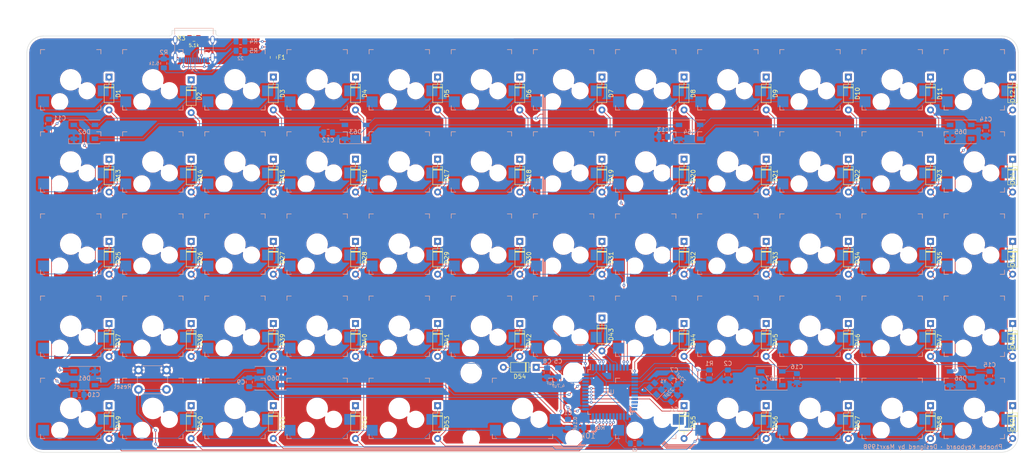
<source format=kicad_pcb>
(kicad_pcb (version 20171130) (host pcbnew 5.1.5)
  (layers (0 F.Cu signal) (31 B.Cu signal) (34 B.Paste user) (35 F.Paste user) (36 B.SilkS user) (37 F.SilkS user) (38 B.Mask user) (39 F.Mask user) (44 Edge.Cuts user))
  (net 0 "")
  (net 1 GND)
  (net 2 VBUS)
  (net 3 "Net-(C8-Pad1)")
  (net 4 col0)
  (net 5 "Net-(D1-Pad1)")
  (net 6 col1)
  (net 7 "Net-(D2-Pad1)")
  (net 8 col2)
  (net 9 "Net-(D3-Pad1)")
  (net 10 col3)
  (net 11 "Net-(D4-Pad1)")
  (net 12 col4)
  (net 13 "Net-(D5-Pad1)")
  (net 14 col5)
  (net 15 "Net-(D6-Pad1)")
  (net 16 col6)
  (net 17 "Net-(D7-Pad1)")
  (net 18 col7)
  (net 19 "Net-(D8-Pad1)")
  (net 20 col8)
  (net 21 "Net-(D9-Pad1)")
  (net 22 col9)
  (net 23 "Net-(D10-Pad1)")
  (net 24 col10)
  (net 25 "Net-(D11-Pad1)")
  (net 26 col11)
  (net 27 "Net-(D12-Pad1)")
  (net 28 "Net-(D13-Pad1)")
  (net 29 "Net-(D14-Pad1)")
  (net 30 "Net-(D15-Pad1)")
  (net 31 "Net-(D16-Pad1)")
  (net 32 "Net-(D17-Pad1)")
  (net 33 "Net-(D18-Pad1)")
  (net 34 "Net-(D19-Pad1)")
  (net 35 "Net-(D20-Pad1)")
  (net 36 "Net-(D21-Pad1)")
  (net 37 "Net-(D22-Pad1)")
  (net 38 "Net-(D23-Pad1)")
  (net 39 "Net-(D24-Pad1)")
  (net 40 "Net-(D25-Pad1)")
  (net 41 "Net-(D26-Pad1)")
  (net 42 "Net-(D27-Pad1)")
  (net 43 "Net-(D28-Pad1)")
  (net 44 "Net-(D29-Pad1)")
  (net 45 "Net-(D30-Pad1)")
  (net 46 "Net-(D31-Pad1)")
  (net 47 "Net-(D32-Pad1)")
  (net 48 "Net-(D33-Pad1)")
  (net 49 "Net-(D34-Pad1)")
  (net 50 "Net-(D35-Pad1)")
  (net 51 "Net-(D36-Pad1)")
  (net 52 "Net-(D37-Pad1)")
  (net 53 "Net-(D38-Pad1)")
  (net 54 "Net-(D39-Pad1)")
  (net 55 "Net-(D40-Pad1)")
  (net 56 "Net-(D41-Pad1)")
  (net 57 "Net-(D42-Pad1)")
  (net 58 "Net-(D43-Pad1)")
  (net 59 "Net-(D44-Pad1)")
  (net 60 "Net-(D45-Pad1)")
  (net 61 "Net-(D46-Pad1)")
  (net 62 "Net-(D47-Pad1)")
  (net 63 "Net-(D48-Pad1)")
  (net 64 "Net-(D49-Pad1)")
  (net 65 "Net-(D50-Pad1)")
  (net 66 "Net-(D51-Pad1)")
  (net 67 "Net-(D52-Pad1)")
  (net 68 "Net-(D53-Pad1)")
  (net 69 "Net-(D54-Pad1)")
  (net 70 "Net-(D55-Pad1)")
  (net 71 "Net-(D56-Pad1)")
  (net 72 "Net-(D57-Pad1)")
  (net 73 "Net-(D58-Pad1)")
  (net 74 "Net-(D59-Pad1)")
  (net 75 "Net-(D60-Pad2)")
  (net 76 led0)
  (net 77 "Net-(D61-Pad2)")
  (net 78 "Net-(D62-Pad2)")
  (net 79 "Net-(D63-Pad2)")
  (net 80 "Net-(D64-Pad2)")
  (net 81 "Net-(D65-Pad2)")
  (net 82 "Net-(D66-Pad2)")
  (net 83 "Net-(D67-Pad2)")
  (net 84 "Net-(J1-PadB8)")
  (net 85 "Net-(J1-PadB5)")
  (net 86 "Net-(J1-PadA7)")
  (net 87 "Net-(J1-PadA6)")
  (net 88 "Net-(J1-PadA8)")
  (net 89 "Net-(J1-PadA5)")
  (net 90 "Net-(R4-Pad1)")
  (net 91 "Net-(R5-Pad1)")
  (net 92 row0)
  (net 93 row1)
  (net 94 row2)
  (net 95 row3)
  (net 96 row4)
  (net 97 "Net-(U1-Pad42)")
  (net 98 "Net-(U1-Pad1)")
  (net 99 "Net-(U1-Pad20)")
  (net 100 "Net-(U1-Pad21)")
  (net 101 "Net-(U1-Pad22)")
  (net 102 "Net-(U1-Pad25)")
  (net 103 "Net-(U1-Pad19)")
  (net 104 "Net-(U1-Pad18)")
  (net 105 VCC)
  (net 106 /XTAL_P)
  (net 107 /XTAL_N)
  (net 108 /RESET)
  (net 109 /CH_EN)
  (module keyswitches:Kailh_socket_plate_mount (layer F.Cu) (at 57.15 39.37 180)
    (fp_text reference SW3 hide)
    (fp_text value SW_Push hide)
    (pad 2 smd rect (at -7.56 -2.54 180) (size 2.55 2.5) (layers B.Cu B.Paste B.Mask) (net 7 "Net-(D2-Pad1)"))
    (pad "" np_thru_hole circle (at 0 0 180) (size 3.9878 3.9878) (drill 3.9878) (layers *.Cu *.Mask))
    (pad "" np_thru_hole circle (at -3.81 -2.54 180) (size 3 3) (drill 3) (layers *.Cu *.Mask))
    (pad "" np_thru_hole circle (at 2.54 -5.08 180) (size 3 3) (drill 3) (layers *.Cu *.Mask))
    (pad 1 smd rect (at 6.29 -5.08 180) (size 2.55 2.5) (layers B.Cu B.Paste B.Mask) (net 92 row0))
  )
  (module Connector_USB:USB_C_Receptacle_Palconn_UTC16-G (layer B.Cu) (at 66.675 32.258)
    (fp_text reference J1 (at 0 4.58) (layer B.SilkS) (effects (justify mirror)))
    (fp_text value USB_C_Receptacle_USB2.0)
    (pad A12 smd rect (at 3.2 2.51) (size 0.6 1.16) (layers B.Cu B.Paste B.Mask) (net 1 GND))
    (pad A9 smd rect (at 2.4 2.51) (size 0.6 1.16) (layers B.Cu B.Paste B.Mask) (net 2 VBUS))
    (pad B1 smd rect (at 3.2 2.51) (size 0.6 1.16) (layers B.Cu B.Paste B.Mask) (net 1 GND))
    (pad B4 smd rect (at 2.4 2.51) (size 0.6 1.16) (layers B.Cu B.Paste B.Mask) (net 2 VBUS))
    (pad B12 smd rect (at -3.2 2.51) (size 0.6 1.16) (layers B.Cu B.Paste B.Mask) (net 1 GND))
    (pad A1 smd rect (at -3.2 2.51) (size 0.6 1.16) (layers B.Cu B.Paste B.Mask) (net 1 GND))
    (pad B9 smd rect (at -2.4 2.51) (size 0.6 1.16) (layers B.Cu B.Paste B.Mask) (net 2 VBUS))
    (pad A4 smd rect (at -2.4 2.51) (size 0.6 1.16) (layers B.Cu B.Paste B.Mask) (net 2 VBUS))
    (pad "" np_thru_hole circle (at -2.89 1.45 180) (size 0.6 0.6) (drill 0.6) (layers *.Cu *.Mask))
    (pad "" np_thru_hole circle (at 2.89 1.45 180) (size 0.6 0.6) (drill 0.6) (layers *.Cu *.Mask))
    (pad B5 smd rect (at 1.75 2.51 180) (size 0.3 1.16) (layers B.Cu B.Paste B.Mask) (net 85 "Net-(J1-PadB5)"))
    (pad B6 smd rect (at 0.75 2.51 180) (size 0.3 1.16) (layers B.Cu B.Paste B.Mask) (net 87 "Net-(J1-PadA6)"))
    (pad A8 smd rect (at 1.25 2.51 180) (size 0.3 1.16) (layers B.Cu B.Paste B.Mask) (net 88 "Net-(J1-PadA8)"))
    (pad A5 smd rect (at -1.25 2.51 180) (size 0.3 1.16) (layers B.Cu B.Paste B.Mask) (net 89 "Net-(J1-PadA5)"))
    (pad B8 smd rect (at -1.75 2.51 180) (size 0.3 1.16) (layers B.Cu B.Paste B.Mask) (net 84 "Net-(J1-PadB8)"))
    (pad A7 smd rect (at 0.25 2.51 180) (size 0.3 1.16) (layers B.Cu B.Paste B.Mask) (net 86 "Net-(J1-PadA7)"))
    (pad A6 smd rect (at -0.25 2.51 180) (size 0.3 1.16) (layers B.Cu B.Paste B.Mask) (net 87 "Net-(J1-PadA6)"))
    (pad B7 smd rect (at -0.75 2.51 180) (size 0.3 1.16) (layers B.Cu B.Paste B.Mask) (net 86 "Net-(J1-PadA7)"))
    (pad S1 thru_hole oval (at 4.32 -2.24 270) (size 1.7 0.9) (drill oval 1.4 0.6) (layers *.Cu *.Mask) (net 1 GND))
    (pad S1 thru_hole oval (at -4.32 -2.24 270) (size 1.7 0.9) (drill oval 1.4 0.6) (layers *.Cu *.Mask) (net 1 GND))
    (pad S1 thru_hole oval (at 4.32 1.93 270) (size 2 0.9) (drill oval 1.7 0.6) (layers *.Cu *.Mask) (net 1 GND))
    (pad S1 thru_hole oval (at -4.32 1.93 270) (size 2 0.9) (drill oval 1.7 0.6) (layers *.Cu *.Mask) (net 1 GND))
  )
  (module Capacitor_SMD:C_0805_2012Metric_Pad1.15x1.40mm_HandSolder (layer B.Cu) (at 190.5 107.696 270)
    (fp_text reference C2 (at -2.54 0) (layer B.SilkS) (effects (justify mirror)))
    (fp_text value 0.1uF hide)
    (pad 2 smd roundrect (at 1.025 0 270) (size 1.15 1.4) (layers B.Cu B.Paste B.Mask) (roundrect_rratio 0.217391) (net 1 GND))
    (pad 1 smd roundrect (at -1.025 0 270) (size 1.15 1.4) (layers B.Cu B.Paste B.Mask) (roundrect_rratio 0.217391) (net 105 VCC))
  )
  (module Crystal:Crystal_SMD_SeikoEpson_TSX3225-4Pin_3.2x2.5mm (layer B.Cu) (at 173.736 110.998 135)
    (fp_text reference Y1 (at 0 2.514472 180) (layer B.SilkS) (effects (font (size 0.8 0.8) (thickness 0.14)) (justify mirror)))
    (fp_text value TSX3225)
    (pad 4 smd rect (at -1.1 0.8 135) (size 1.4 1.15) (layers B.Cu B.Paste B.Mask) (net 1 GND))
    (pad 3 smd rect (at 1.1 0.8 135) (size 1.4 1.15) (layers B.Cu B.Paste B.Mask) (net 107 /XTAL_N))
    (pad 2 smd rect (at 1.1 -0.8 135) (size 1.4 1.15) (layers B.Cu B.Paste B.Mask) (net 1 GND))
    (pad 1 smd rect (at -1.1 -0.8 135) (size 1.4 1.15) (layers B.Cu B.Paste B.Mask) (net 106 /XTAL_P))
  )
  (module keyswitches:Kailh_socket_plate_mount (layer F.Cu) (at 247.65 39.37 180)
    (fp_text reference SW13 hide)
    (fp_text value SW_Push hide)
    (pad 2 smd rect (at -7.56 -2.54 180) (size 2.55 2.5) (layers B.Cu B.Paste B.Mask) (net 27 "Net-(D12-Pad1)"))
    (pad "" np_thru_hole circle (at 0 0 180) (size 3.9878 3.9878) (drill 3.9878) (layers *.Cu *.Mask))
    (pad "" np_thru_hole circle (at -3.81 -2.54 180) (size 3 3) (drill 3) (layers *.Cu *.Mask))
    (pad "" np_thru_hole circle (at 2.54 -5.08 180) (size 3 3) (drill 3) (layers *.Cu *.Mask))
    (pad 1 smd rect (at 6.29 -5.08 180) (size 2.55 2.5) (layers B.Cu B.Paste B.Mask) (net 92 row0))
  )
  (module keyswitches:Kailh_socket_plate_mount (layer F.Cu) (at 247.65 58.42 180)
    (fp_text reference SW25 hide)
    (fp_text value SW_Push hide)
    (pad 2 smd rect (at -7.56 -2.54 180) (size 2.55 2.5) (layers B.Cu B.Paste B.Mask) (net 39 "Net-(D24-Pad1)"))
    (pad "" np_thru_hole circle (at 0 0 180) (size 3.9878 3.9878) (drill 3.9878) (layers *.Cu *.Mask))
    (pad "" np_thru_hole circle (at -3.81 -2.54 180) (size 3 3) (drill 3) (layers *.Cu *.Mask))
    (pad "" np_thru_hole circle (at 2.54 -5.08 180) (size 3 3) (drill 3) (layers *.Cu *.Mask))
    (pad 1 smd rect (at 6.29 -5.08 180) (size 2.55 2.5) (layers B.Cu B.Paste B.Mask) (net 93 row1))
  )
  (module Diode_THT:D_DO-35_SOD27_P7.62mm_Horizontal (layer F.Cu) (at 256.54 38.735 270)
    (fp_text reference D12 (at 4.445 0 270) (layer F.SilkS))
    (fp_text value 1N4148 hide)
    (pad 2 thru_hole oval (at 7.62 0 270) (size 1.6 1.6) (drill 0.8) (layers *.Cu *.Mask) (net 26 col11))
    (pad 1 thru_hole rect (at 0 0 270) (size 1.6 1.6) (drill 0.8) (layers *.Cu *.Mask) (net 27 "Net-(D12-Pad1)"))
  )
  (module Capacitor_SMD:C_0805_2012Metric_Pad1.15x1.40mm_HandSolder (layer B.Cu) (at 206.502 108.5215 270)
    (fp_text reference C16 (at -2.6035 0 180) (layer B.SilkS) (effects (justify mirror)))
    (fp_text value 100nF)
    (pad 2 smd roundrect (at 1.025 0 270) (size 1.15 1.4) (layers B.Cu B.Paste B.Mask) (roundrect_rratio 0.217391) (net 1 GND))
    (pad 1 smd roundrect (at -1.025 0 270) (size 1.15 1.4) (layers B.Cu B.Paste B.Mask) (roundrect_rratio 0.217391) (net 105 VCC))
  )
  (module Capacitor_SMD:C_0805_2012Metric_Pad1.15x1.40mm_HandSolder (layer B.Cu) (at 251.206 108.0135 270)
    (fp_text reference C15 (at -2.54 0 180) (layer B.SilkS) (effects (justify mirror)))
    (fp_text value 100nF)
    (pad 2 smd roundrect (at 1.025 0 270) (size 1.15 1.4) (layers B.Cu B.Paste B.Mask) (roundrect_rratio 0.217391) (net 1 GND))
    (pad 1 smd roundrect (at -1.025 0 270) (size 1.15 1.4) (layers B.Cu B.Paste B.Mask) (roundrect_rratio 0.217391) (net 105 VCC))
  )
  (module Capacitor_SMD:C_0805_2012Metric_Pad1.15x1.40mm_HandSolder (layer B.Cu) (at 250.317 51.181 270)
    (fp_text reference C14 (at -2.667 0 180) (layer B.SilkS) (effects (justify mirror)))
    (fp_text value 100nF)
    (pad 2 smd roundrect (at 1.025 0 270) (size 1.15 1.4) (layers B.Cu B.Paste B.Mask) (roundrect_rratio 0.217391) (net 1 GND))
    (pad 1 smd roundrect (at -1.025 0 270) (size 1.15 1.4) (layers B.Cu B.Paste B.Mask) (roundrect_rratio 0.217391) (net 105 VCC))
  )
  (module Capacitor_SMD:C_0805_2012Metric_Pad1.15x1.40mm_HandSolder (layer B.Cu) (at 175.514 52.578 180)
    (fp_text reference C13 (at 0 1.65) (layer B.SilkS) (effects (justify mirror)))
    (fp_text value 100nF)
    (pad 2 smd roundrect (at 1.025 0 180) (size 1.15 1.4) (layers B.Cu B.Paste B.Mask) (roundrect_rratio 0.217391) (net 1 GND))
    (pad 1 smd roundrect (at -1.025 0 180) (size 1.15 1.4) (layers B.Cu B.Paste B.Mask) (roundrect_rratio 0.217391) (net 105 VCC))
  )
  (module Capacitor_SMD:C_0805_2012Metric_Pad1.15x1.40mm_HandSolder (layer B.Cu) (at 97.79 51.562 180)
    (fp_text reference C12 (at 0 -1.778) (layer B.SilkS) (effects (justify mirror)))
    (fp_text value 100nF)
    (pad 2 smd roundrect (at 1.025 0 180) (size 1.15 1.4) (layers B.Cu B.Paste B.Mask) (roundrect_rratio 0.217391) (net 1 GND))
    (pad 1 smd roundrect (at -1.025 0 180) (size 1.15 1.4) (layers B.Cu B.Paste B.Mask) (roundrect_rratio 0.217391) (net 105 VCC))
  )
  (module Capacitor_SMD:C_0805_2012Metric_Pad1.15x1.40mm_HandSolder (layer B.Cu) (at 33.02 49.53 270)
    (fp_text reference C11 (at -1.27 -2.54) (layer B.SilkS) (effects (justify mirror)))
    (fp_text value 100nF)
    (pad 2 smd roundrect (at 1.025 0 270) (size 1.15 1.4) (layers B.Cu B.Paste B.Mask) (roundrect_rratio 0.217391) (net 1 GND))
    (pad 1 smd roundrect (at -1.025 0 270) (size 1.15 1.4) (layers B.Cu B.Paste B.Mask) (roundrect_rratio 0.217391) (net 105 VCC))
  )
  (module Capacitor_SMD:C_0805_2012Metric_Pad1.15x1.40mm_HandSolder (layer B.Cu) (at 40.132 112.395)
    (fp_text reference C10 (at 3.302 0) (layer B.SilkS) (effects (justify mirror)))
    (fp_text value 100nF)
    (pad 2 smd roundrect (at 1.025 0) (size 1.15 1.4) (layers B.Cu B.Paste B.Mask) (roundrect_rratio 0.217391) (net 1 GND))
    (pad 1 smd roundrect (at -1.025 0) (size 1.15 1.4) (layers B.Cu B.Paste B.Mask) (roundrect_rratio 0.217391) (net 105 VCC))
  )
  (module Capacitor_SMD:C_0805_2012Metric_Pad1.15x1.40mm_HandSolder (layer B.Cu) (at 79.502 109.474 90)
    (fp_text reference C9 (at 0 -1.905 180) (layer B.SilkS) (effects (justify mirror)))
    (fp_text value 100nF)
    (pad 2 smd roundrect (at 1.025 0 90) (size 1.15 1.4) (layers B.Cu B.Paste B.Mask) (roundrect_rratio 0.217391) (net 1 GND))
    (pad 1 smd roundrect (at -1.025 0 90) (size 1.15 1.4) (layers B.Cu B.Paste B.Mask) (roundrect_rratio 0.217391) (net 105 VCC))
  )
  (module Fuse:Fuse_0805_2012Metric_Pad1.15x1.40mm_HandSolder (layer F.Cu) (at 85.09 34.163 270)
    (fp_text reference F1 (at 0 -1.905 180) (layer F.SilkS))
    (fp_text value 500mA)
    (pad 2 smd roundrect (at 1.025 0 270) (size 1.15 1.4) (layers F.Cu F.Paste F.Mask) (roundrect_rratio 0.217391) (net 2 VBUS))
    (pad 1 smd roundrect (at -1.025 0 270) (size 1.15 1.4) (layers F.Cu F.Paste F.Mask) (roundrect_rratio 0.217391) (net 105 VCC))
  )
  (module keyswitches:MX_Stabilizer_2u (layer F.Cu) (at 142.875 115.57 180)
    (fp_text reference REF** hide)
    (fp_text value SW_Stabilizer hide)
    (pad "" np_thru_hole circle (at 11.9 8.255 180) (size 3.9878 3.9878) (drill 3.9878) (layers *.Cu *.Mask))
    (pad "" np_thru_hole circle (at -11.9 8.255 180) (size 3.9878 3.9878) (drill 3.9878) (layers *.Cu *.Mask))
    (pad "" np_thru_hole circle (at 11.9 -6.985 180) (size 3.048 3.048) (drill 3.048) (layers *.Cu *.Mask))
    (pad "" np_thru_hole circle (at -11.9 -6.985 180) (size 3.048 3.048) (drill 3.048) (layers *.Cu *.Mask))
  )
  (module keyswitches:Kailh_socket_plate_mount (layer F.Cu) (at 247.65 77.47 180)
    (fp_text reference SW37 hide)
    (fp_text value SW_Push hide)
    (pad 2 smd rect (at -7.56 -2.54 180) (size 2.55 2.5) (layers B.Cu B.Paste B.Mask) (net 51 "Net-(D36-Pad1)"))
    (pad "" np_thru_hole circle (at 0 0 180) (size 3.9878 3.9878) (drill 3.9878) (layers *.Cu *.Mask))
    (pad "" np_thru_hole circle (at -3.81 -2.54 180) (size 3 3) (drill 3) (layers *.Cu *.Mask))
    (pad "" np_thru_hole circle (at 2.54 -5.08 180) (size 3 3) (drill 3) (layers *.Cu *.Mask))
    (pad 1 smd rect (at 6.29 -5.08 180) (size 2.55 2.5) (layers B.Cu B.Paste B.Mask) (net 94 row2))
  )
  (module keyswitches:Kailh_socket_plate_mount (layer F.Cu) (at 247.65 115.57 180)
    (fp_text reference SW60 hide)
    (fp_text value SW_Push hide)
    (pad 2 smd rect (at -7.56 -2.54 180) (size 2.55 2.5) (layers B.Cu B.Paste B.Mask) (net 74 "Net-(D59-Pad1)"))
    (pad "" np_thru_hole circle (at 0 0 180) (size 3.9878 3.9878) (drill 3.9878) (layers *.Cu *.Mask))
    (pad "" np_thru_hole circle (at -3.81 -2.54 180) (size 3 3) (drill 3) (layers *.Cu *.Mask))
    (pad "" np_thru_hole circle (at 2.54 -5.08 180) (size 3 3) (drill 3) (layers *.Cu *.Mask))
    (pad 1 smd rect (at 6.29 -5.08 180) (size 2.55 2.5) (layers B.Cu B.Paste B.Mask) (net 96 row4))
  )
  (module keyswitches:Kailh_socket_plate_mount (layer F.Cu) (at 228.6 115.57 180)
    (fp_text reference SW59 hide)
    (fp_text value SW_Push hide)
    (pad 2 smd rect (at -7.56 -2.54 180) (size 2.55 2.5) (layers B.Cu B.Paste B.Mask) (net 73 "Net-(D58-Pad1)"))
    (pad "" np_thru_hole circle (at 0 0 180) (size 3.9878 3.9878) (drill 3.9878) (layers *.Cu *.Mask))
    (pad "" np_thru_hole circle (at -3.81 -2.54 180) (size 3 3) (drill 3) (layers *.Cu *.Mask))
    (pad "" np_thru_hole circle (at 2.54 -5.08 180) (size 3 3) (drill 3) (layers *.Cu *.Mask))
    (pad 1 smd rect (at 6.29 -5.08 180) (size 2.55 2.5) (layers B.Cu B.Paste B.Mask) (net 96 row4))
  )
  (module keyswitches:Kailh_socket_plate_mount (layer F.Cu) (at 209.55 115.57 180)
    (fp_text reference SW58 hide)
    (fp_text value SW_Push hide)
    (pad 2 smd rect (at -7.56 -2.54 180) (size 2.55 2.5) (layers B.Cu B.Paste B.Mask) (net 72 "Net-(D57-Pad1)"))
    (pad "" np_thru_hole circle (at 0 0 180) (size 3.9878 3.9878) (drill 3.9878) (layers *.Cu *.Mask))
    (pad "" np_thru_hole circle (at -3.81 -2.54 180) (size 3 3) (drill 3) (layers *.Cu *.Mask))
    (pad "" np_thru_hole circle (at 2.54 -5.08 180) (size 3 3) (drill 3) (layers *.Cu *.Mask))
    (pad 1 smd rect (at 6.29 -5.08 180) (size 2.55 2.5) (layers B.Cu B.Paste B.Mask) (net 96 row4))
  )
  (module keyswitches:Kailh_socket_plate_mount (layer F.Cu) (at 190.5 115.57 180)
    (fp_text reference SW57 hide)
    (fp_text value SW_Push hide)
    (pad 2 smd rect (at -7.56 -2.54 180) (size 2.55 2.5) (layers B.Cu B.Paste B.Mask) (net 71 "Net-(D56-Pad1)"))
    (pad "" np_thru_hole circle (at 0 0 180) (size 3.9878 3.9878) (drill 3.9878) (layers *.Cu *.Mask))
    (pad "" np_thru_hole circle (at -3.81 -2.54 180) (size 3 3) (drill 3) (layers *.Cu *.Mask))
    (pad "" np_thru_hole circle (at 2.54 -5.08 180) (size 3 3) (drill 3) (layers *.Cu *.Mask))
    (pad 1 smd rect (at 6.29 -5.08 180) (size 2.55 2.5) (layers B.Cu B.Paste B.Mask) (net 96 row4))
  )
  (module keyswitches:Kailh_socket_plate_mount (layer F.Cu) (at 171.45 115.57 180)
    (fp_text reference SW56 hide)
    (fp_text value SW_Push hide)
    (pad 2 smd rect (at -7.56 -2.54 180) (size 2.55 2.5) (layers B.Cu B.Paste B.Mask) (net 70 "Net-(D55-Pad1)"))
    (pad "" np_thru_hole circle (at 0 0 180) (size 3.9878 3.9878) (drill 3.9878) (layers *.Cu *.Mask))
    (pad "" np_thru_hole circle (at -3.81 -2.54 180) (size 3 3) (drill 3) (layers *.Cu *.Mask))
    (pad "" np_thru_hole circle (at 2.54 -5.08 180) (size 3 3) (drill 3) (layers *.Cu *.Mask))
    (pad 1 smd rect (at 6.29 -5.08 180) (size 2.55 2.5) (layers B.Cu B.Paste B.Mask) (net 96 row4))
  )
  (module keyswitches:Kailh_socket_plate_mount (layer F.Cu) (at 142.875 115.57 180)
    (fp_text reference SW55 hide)
    (fp_text value SW_Push hide)
    (pad 2 smd rect (at -7.56 -2.54 180) (size 2.55 2.5) (layers B.Cu B.Paste B.Mask) (net 69 "Net-(D54-Pad1)"))
    (pad "" np_thru_hole circle (at 0 0 180) (size 3.9878 3.9878) (drill 3.9878) (layers *.Cu *.Mask))
    (pad "" np_thru_hole circle (at -3.81 -2.54 180) (size 3 3) (drill 3) (layers *.Cu *.Mask))
    (pad "" np_thru_hole circle (at 2.54 -5.08 180) (size 3 3) (drill 3) (layers *.Cu *.Mask))
    (pad 1 smd rect (at 6.29 -5.08 180) (size 2.55 2.5) (layers B.Cu B.Paste B.Mask) (net 96 row4))
  )
  (module keyswitches:Kailh_socket_plate_mount (layer F.Cu) (at 114.3 115.57 180)
    (fp_text reference SW54 hide)
    (fp_text value SW_Push hide)
    (pad 2 smd rect (at -7.56 -2.54 180) (size 2.55 2.5) (layers B.Cu B.Paste B.Mask) (net 68 "Net-(D53-Pad1)"))
    (pad "" np_thru_hole circle (at 0 0 180) (size 3.9878 3.9878) (drill 3.9878) (layers *.Cu *.Mask))
    (pad "" np_thru_hole circle (at -3.81 -2.54 180) (size 3 3) (drill 3) (layers *.Cu *.Mask))
    (pad "" np_thru_hole circle (at 2.54 -5.08 180) (size 3 3) (drill 3) (layers *.Cu *.Mask))
    (pad 1 smd rect (at 6.29 -5.08 180) (size 2.55 2.5) (layers B.Cu B.Paste B.Mask) (net 96 row4))
  )
  (module keyswitches:Kailh_socket_plate_mount (layer F.Cu) (at 95.25 115.57 180)
    (fp_text reference SW53 hide)
    (fp_text value SW_Push hide)
    (pad 2 smd rect (at -7.56 -2.54 180) (size 2.55 2.5) (layers B.Cu B.Paste B.Mask) (net 67 "Net-(D52-Pad1)"))
    (pad "" np_thru_hole circle (at 0 0 180) (size 3.9878 3.9878) (drill 3.9878) (layers *.Cu *.Mask))
    (pad "" np_thru_hole circle (at -3.81 -2.54 180) (size 3 3) (drill 3) (layers *.Cu *.Mask))
    (pad "" np_thru_hole circle (at 2.54 -5.08 180) (size 3 3) (drill 3) (layers *.Cu *.Mask))
    (pad 1 smd rect (at 6.29 -5.08 180) (size 2.55 2.5) (layers B.Cu B.Paste B.Mask) (net 96 row4))
  )
  (module keyswitches:Kailh_socket_plate_mount (layer F.Cu) (at 76.2 115.57 180)
    (fp_text reference SW52 hide)
    (fp_text value SW_Push hide)
    (pad 2 smd rect (at -7.56 -2.54 180) (size 2.55 2.5) (layers B.Cu B.Paste B.Mask) (net 66 "Net-(D51-Pad1)"))
    (pad "" np_thru_hole circle (at 0 0 180) (size 3.9878 3.9878) (drill 3.9878) (layers *.Cu *.Mask))
    (pad "" np_thru_hole circle (at -3.81 -2.54 180) (size 3 3) (drill 3) (layers *.Cu *.Mask))
    (pad "" np_thru_hole circle (at 2.54 -5.08 180) (size 3 3) (drill 3) (layers *.Cu *.Mask))
    (pad 1 smd rect (at 6.29 -5.08 180) (size 2.55 2.5) (layers B.Cu B.Paste B.Mask) (net 96 row4))
  )
  (module keyswitches:Kailh_socket_plate_mount (layer F.Cu) (at 57.15 115.57 180)
    (fp_text reference SW51 hide)
    (fp_text value SW_Push hide)
    (pad 2 smd rect (at -7.56 -2.54 180) (size 2.55 2.5) (layers B.Cu B.Paste B.Mask) (net 65 "Net-(D50-Pad1)"))
    (pad "" np_thru_hole circle (at 0 0 180) (size 3.9878 3.9878) (drill 3.9878) (layers *.Cu *.Mask))
    (pad "" np_thru_hole circle (at -3.81 -2.54 180) (size 3 3) (drill 3) (layers *.Cu *.Mask))
    (pad "" np_thru_hole circle (at 2.54 -5.08 180) (size 3 3) (drill 3) (layers *.Cu *.Mask))
    (pad 1 smd rect (at 6.29 -5.08 180) (size 2.55 2.5) (layers B.Cu B.Paste B.Mask) (net 96 row4))
  )
  (module keyswitches:Kailh_socket_plate_mount (layer F.Cu) (at 38.1 115.57 180)
    (fp_text reference SW50 hide)
    (fp_text value SW_Push hide)
    (pad 2 smd rect (at -7.56 -2.54 180) (size 2.55 2.5) (layers B.Cu B.Paste B.Mask) (net 64 "Net-(D49-Pad1)"))
    (pad "" np_thru_hole circle (at 0 0 180) (size 3.9878 3.9878) (drill 3.9878) (layers *.Cu *.Mask))
    (pad "" np_thru_hole circle (at -3.81 -2.54 180) (size 3 3) (drill 3) (layers *.Cu *.Mask))
    (pad "" np_thru_hole circle (at 2.54 -5.08 180) (size 3 3) (drill 3) (layers *.Cu *.Mask))
    (pad 1 smd rect (at 6.29 -5.08 180) (size 2.55 2.5) (layers B.Cu B.Paste B.Mask) (net 96 row4))
  )
  (module keyswitches:Kailh_socket_plate_mount (layer F.Cu) (at 247.65 96.52 180)
    (fp_text reference SW49 hide)
    (fp_text value SW_Push hide)
    (pad 2 smd rect (at -7.56 -2.54 180) (size 2.55 2.5) (layers B.Cu B.Paste B.Mask) (net 63 "Net-(D48-Pad1)"))
    (pad "" np_thru_hole circle (at 0 0 180) (size 3.9878 3.9878) (drill 3.9878) (layers *.Cu *.Mask))
    (pad "" np_thru_hole circle (at -3.81 -2.54 180) (size 3 3) (drill 3) (layers *.Cu *.Mask))
    (pad "" np_thru_hole circle (at 2.54 -5.08 180) (size 3 3) (drill 3) (layers *.Cu *.Mask))
    (pad 1 smd rect (at 6.29 -5.08 180) (size 2.55 2.5) (layers B.Cu B.Paste B.Mask) (net 95 row3))
  )
  (module keyswitches:Kailh_socket_plate_mount (layer F.Cu) (at 228.6 96.52 180)
    (fp_text reference SW48 hide)
    (fp_text value SW_Push hide)
    (pad 2 smd rect (at -7.56 -2.54 180) (size 2.55 2.5) (layers B.Cu B.Paste B.Mask) (net 62 "Net-(D47-Pad1)"))
    (pad "" np_thru_hole circle (at 0 0 180) (size 3.9878 3.9878) (drill 3.9878) (layers *.Cu *.Mask))
    (pad "" np_thru_hole circle (at -3.81 -2.54 180) (size 3 3) (drill 3) (layers *.Cu *.Mask))
    (pad "" np_thru_hole circle (at 2.54 -5.08 180) (size 3 3) (drill 3) (layers *.Cu *.Mask))
    (pad 1 smd rect (at 6.29 -5.08 180) (size 2.55 2.5) (layers B.Cu B.Paste B.Mask) (net 95 row3))
  )
  (module keyswitches:Kailh_socket_plate_mount (layer F.Cu) (at 209.55 96.52 180)
    (fp_text reference SW47 hide)
    (fp_text value SW_Push hide)
    (pad 2 smd rect (at -7.56 -2.54 180) (size 2.55 2.5) (layers B.Cu B.Paste B.Mask) (net 61 "Net-(D46-Pad1)"))
    (pad "" np_thru_hole circle (at 0 0 180) (size 3.9878 3.9878) (drill 3.9878) (layers *.Cu *.Mask))
    (pad "" np_thru_hole circle (at -3.81 -2.54 180) (size 3 3) (drill 3) (layers *.Cu *.Mask))
    (pad "" np_thru_hole circle (at 2.54 -5.08 180) (size 3 3) (drill 3) (layers *.Cu *.Mask))
    (pad 1 smd rect (at 6.29 -5.08 180) (size 2.55 2.5) (layers B.Cu B.Paste B.Mask) (net 95 row3))
  )
  (module keyswitches:Kailh_socket_plate_mount (layer F.Cu) (at 190.5 96.52 180)
    (fp_text reference SW46 hide)
    (fp_text value SW_Push hide)
    (pad 2 smd rect (at -7.56 -2.54 180) (size 2.55 2.5) (layers B.Cu B.Paste B.Mask) (net 60 "Net-(D45-Pad1)"))
    (pad "" np_thru_hole circle (at 0 0 180) (size 3.9878 3.9878) (drill 3.9878) (layers *.Cu *.Mask))
    (pad "" np_thru_hole circle (at -3.81 -2.54 180) (size 3 3) (drill 3) (layers *.Cu *.Mask))
    (pad "" np_thru_hole circle (at 2.54 -5.08 180) (size 3 3) (drill 3) (layers *.Cu *.Mask))
    (pad 1 smd rect (at 6.29 -5.08 180) (size 2.55 2.5) (layers B.Cu B.Paste B.Mask) (net 95 row3))
  )
  (module keyswitches:Kailh_socket_plate_mount (layer F.Cu) (at 171.45 96.52 180)
    (fp_text reference SW45 hide)
    (fp_text value SW_Push hide)
    (pad 2 smd rect (at -7.56 -2.54 180) (size 2.55 2.5) (layers B.Cu B.Paste B.Mask) (net 59 "Net-(D44-Pad1)"))
    (pad "" np_thru_hole circle (at 0 0 180) (size 3.9878 3.9878) (drill 3.9878) (layers *.Cu *.Mask))
    (pad "" np_thru_hole circle (at -3.81 -2.54 180) (size 3 3) (drill 3) (layers *.Cu *.Mask))
    (pad "" np_thru_hole circle (at 2.54 -5.08 180) (size 3 3) (drill 3) (layers *.Cu *.Mask))
    (pad 1 smd rect (at 6.29 -5.08 180) (size 2.55 2.5) (layers B.Cu B.Paste B.Mask) (net 95 row3))
  )
  (module keyswitches:Kailh_socket_plate_mount (layer F.Cu) (at 152.4 96.52 180)
    (fp_text reference SW44 hide)
    (fp_text value SW_Push hide)
    (pad 2 smd rect (at -7.56 -2.54 180) (size 2.55 2.5) (layers B.Cu B.Paste B.Mask) (net 58 "Net-(D43-Pad1)"))
    (pad "" np_thru_hole circle (at 0 0 180) (size 3.9878 3.9878) (drill 3.9878) (layers *.Cu *.Mask))
    (pad "" np_thru_hole circle (at -3.81 -2.54 180) (size 3 3) (drill 3) (layers *.Cu *.Mask))
    (pad "" np_thru_hole circle (at 2.54 -5.08 180) (size 3 3) (drill 3) (layers *.Cu *.Mask))
    (pad 1 smd rect (at 6.29 -5.08 180) (size 2.55 2.5) (layers B.Cu B.Paste B.Mask) (net 95 row3))
  )
  (module keyswitches:Kailh_socket_plate_mount (layer F.Cu) (at 133.35 96.52 180)
    (fp_text reference SW43 hide)
    (fp_text value SW_Push hide)
    (pad 2 smd rect (at -7.56 -2.54 180) (size 2.55 2.5) (layers B.Cu B.Paste B.Mask) (net 57 "Net-(D42-Pad1)"))
    (pad "" np_thru_hole circle (at 0 0 180) (size 3.9878 3.9878) (drill 3.9878) (layers *.Cu *.Mask))
    (pad "" np_thru_hole circle (at -3.81 -2.54 180) (size 3 3) (drill 3) (layers *.Cu *.Mask))
    (pad "" np_thru_hole circle (at 2.54 -5.08 180) (size 3 3) (drill 3) (layers *.Cu *.Mask))
    (pad 1 smd rect (at 6.29 -5.08 180) (size 2.55 2.5) (layers B.Cu B.Paste B.Mask) (net 95 row3))
  )
  (module keyswitches:Kailh_socket_plate_mount (layer F.Cu) (at 114.3 96.52 180)
    (fp_text reference SW42 hide)
    (fp_text value SW_Push hide)
    (pad 2 smd rect (at -7.56 -2.54 180) (size 2.55 2.5) (layers B.Cu B.Paste B.Mask) (net 56 "Net-(D41-Pad1)"))
    (pad "" np_thru_hole circle (at 0 0 180) (size 3.9878 3.9878) (drill 3.9878) (layers *.Cu *.Mask))
    (pad "" np_thru_hole circle (at -3.81 -2.54 180) (size 3 3) (drill 3) (layers *.Cu *.Mask))
    (pad "" np_thru_hole circle (at 2.54 -5.08 180) (size 3 3) (drill 3) (layers *.Cu *.Mask))
    (pad 1 smd rect (at 6.29 -5.08 180) (size 2.55 2.5) (layers B.Cu B.Paste B.Mask) (net 95 row3))
  )
  (module keyswitches:Kailh_socket_plate_mount (layer F.Cu) (at 95.25 96.52 180)
    (fp_text reference SW41 hide)
    (fp_text value SW_Push hide)
    (pad 2 smd rect (at -7.56 -2.54 180) (size 2.55 2.5) (layers B.Cu B.Paste B.Mask) (net 55 "Net-(D40-Pad1)"))
    (pad "" np_thru_hole circle (at 0 0 180) (size 3.9878 3.9878) (drill 3.9878) (layers *.Cu *.Mask))
    (pad "" np_thru_hole circle (at -3.81 -2.54 180) (size 3 3) (drill 3) (layers *.Cu *.Mask))
    (pad "" np_thru_hole circle (at 2.54 -5.08 180) (size 3 3) (drill 3) (layers *.Cu *.Mask))
    (pad 1 smd rect (at 6.29 -5.08 180) (size 2.55 2.5) (layers B.Cu B.Paste B.Mask) (net 95 row3))
  )
  (module keyswitches:Kailh_socket_plate_mount (layer F.Cu) (at 76.2 96.52 180)
    (fp_text reference SW40 hide)
    (fp_text value SW_Push hide)
    (pad 2 smd rect (at -7.56 -2.54 180) (size 2.55 2.5) (layers B.Cu B.Paste B.Mask) (net 54 "Net-(D39-Pad1)"))
    (pad "" np_thru_hole circle (at 0 0 180) (size 3.9878 3.9878) (drill 3.9878) (layers *.Cu *.Mask))
    (pad "" np_thru_hole circle (at -3.81 -2.54 180) (size 3 3) (drill 3) (layers *.Cu *.Mask))
    (pad "" np_thru_hole circle (at 2.54 -5.08 180) (size 3 3) (drill 3) (layers *.Cu *.Mask))
    (pad 1 smd rect (at 6.29 -5.08 180) (size 2.55 2.5) (layers B.Cu B.Paste B.Mask) (net 95 row3))
  )
  (module keyswitches:Kailh_socket_plate_mount (layer F.Cu) (at 57.15 96.52 180)
    (fp_text reference SW39 hide)
    (fp_text value SW_Push hide)
    (pad 2 smd rect (at -7.56 -2.54 180) (size 2.55 2.5) (layers B.Cu B.Paste B.Mask) (net 53 "Net-(D38-Pad1)"))
    (pad "" np_thru_hole circle (at 0 0 180) (size 3.9878 3.9878) (drill 3.9878) (layers *.Cu *.Mask))
    (pad "" np_thru_hole circle (at -3.81 -2.54 180) (size 3 3) (drill 3) (layers *.Cu *.Mask))
    (pad "" np_thru_hole circle (at 2.54 -5.08 180) (size 3 3) (drill 3) (layers *.Cu *.Mask))
    (pad 1 smd rect (at 6.29 -5.08 180) (size 2.55 2.5) (layers B.Cu B.Paste B.Mask) (net 95 row3))
  )
  (module keyswitches:Kailh_socket_plate_mount (layer F.Cu) (at 38.1 96.52 180)
    (fp_text reference SW38 hide)
    (fp_text value SW_Push hide)
    (pad 2 smd rect (at -7.56 -2.54 180) (size 2.55 2.5) (layers B.Cu B.Paste B.Mask) (net 52 "Net-(D37-Pad1)"))
    (pad "" np_thru_hole circle (at 0 0 180) (size 3.9878 3.9878) (drill 3.9878) (layers *.Cu *.Mask))
    (pad "" np_thru_hole circle (at -3.81 -2.54 180) (size 3 3) (drill 3) (layers *.Cu *.Mask))
    (pad "" np_thru_hole circle (at 2.54 -5.08 180) (size 3 3) (drill 3) (layers *.Cu *.Mask))
    (pad 1 smd rect (at 6.29 -5.08 180) (size 2.55 2.5) (layers B.Cu B.Paste B.Mask) (net 95 row3))
  )
  (module keyswitches:Kailh_socket_plate_mount (layer F.Cu) (at 228.6 77.47 180)
    (fp_text reference SW36 hide)
    (fp_text value SW_Push hide)
    (pad 2 smd rect (at -7.56 -2.54 180) (size 2.55 2.5) (layers B.Cu B.Paste B.Mask) (net 50 "Net-(D35-Pad1)"))
    (pad "" np_thru_hole circle (at 0 0 180) (size 3.9878 3.9878) (drill 3.9878) (layers *.Cu *.Mask))
    (pad "" np_thru_hole circle (at -3.81 -2.54 180) (size 3 3) (drill 3) (layers *.Cu *.Mask))
    (pad "" np_thru_hole circle (at 2.54 -5.08 180) (size 3 3) (drill 3) (layers *.Cu *.Mask))
    (pad 1 smd rect (at 6.29 -5.08 180) (size 2.55 2.5) (layers B.Cu B.Paste B.Mask) (net 94 row2))
  )
  (module keyswitches:Kailh_socket_plate_mount (layer F.Cu) (at 209.55 77.47 180)
    (fp_text reference SW35 hide)
    (fp_text value SW_Push hide)
    (pad 2 smd rect (at -7.56 -2.54 180) (size 2.55 2.5) (layers B.Cu B.Paste B.Mask) (net 49 "Net-(D34-Pad1)"))
    (pad "" np_thru_hole circle (at 0 0 180) (size 3.9878 3.9878) (drill 3.9878) (layers *.Cu *.Mask))
    (pad "" np_thru_hole circle (at -3.81 -2.54 180) (size 3 3) (drill 3) (layers *.Cu *.Mask))
    (pad "" np_thru_hole circle (at 2.54 -5.08 180) (size 3 3) (drill 3) (layers *.Cu *.Mask))
    (pad 1 smd rect (at 6.29 -5.08 180) (size 2.55 2.5) (layers B.Cu B.Paste B.Mask) (net 94 row2))
  )
  (module keyswitches:Kailh_socket_plate_mount (layer F.Cu) (at 190.5 77.47 180)
    (fp_text reference SW34 hide)
    (fp_text value SW_Push hide)
    (pad 2 smd rect (at -7.56 -2.54 180) (size 2.55 2.5) (layers B.Cu B.Paste B.Mask) (net 48 "Net-(D33-Pad1)"))
    (pad "" np_thru_hole circle (at 0 0 180) (size 3.9878 3.9878) (drill 3.9878) (layers *.Cu *.Mask))
    (pad "" np_thru_hole circle (at -3.81 -2.54 180) (size 3 3) (drill 3) (layers *.Cu *.Mask))
    (pad "" np_thru_hole circle (at 2.54 -5.08 180) (size 3 3) (drill 3) (layers *.Cu *.Mask))
    (pad 1 smd rect (at 6.29 -5.08 180) (size 2.55 2.5) (layers B.Cu B.Paste B.Mask) (net 94 row2))
  )
  (module keyswitches:Kailh_socket_plate_mount (layer F.Cu) (at 171.45 77.47 180)
    (fp_text reference SW33 hide)
    (fp_text value SW_Push hide)
    (pad 2 smd rect (at -7.56 -2.54 180) (size 2.55 2.5) (layers B.Cu B.Paste B.Mask) (net 47 "Net-(D32-Pad1)"))
    (pad "" np_thru_hole circle (at 0 0 180) (size 3.9878 3.9878) (drill 3.9878) (layers *.Cu *.Mask))
    (pad "" np_thru_hole circle (at -3.81 -2.54 180) (size 3 3) (drill 3) (layers *.Cu *.Mask))
    (pad "" np_thru_hole circle (at 2.54 -5.08 180) (size 3 3) (drill 3) (layers *.Cu *.Mask))
    (pad 1 smd rect (at 6.29 -5.08 180) (size 2.55 2.5) (layers B.Cu B.Paste B.Mask) (net 94 row2))
  )
  (module keyswitches:Kailh_socket_plate_mount (layer F.Cu) (at 152.4 77.47 180)
    (fp_text reference SW32 hide)
    (fp_text value SW_Push hide)
    (pad 2 smd rect (at -7.56 -2.54 180) (size 2.55 2.5) (layers B.Cu B.Paste B.Mask) (net 46 "Net-(D31-Pad1)"))
    (pad "" np_thru_hole circle (at 0 0 180) (size 3.9878 3.9878) (drill 3.9878) (layers *.Cu *.Mask))
    (pad "" np_thru_hole circle (at -3.81 -2.54 180) (size 3 3) (drill 3) (layers *.Cu *.Mask))
    (pad "" np_thru_hole circle (at 2.54 -5.08 180) (size 3 3) (drill 3) (layers *.Cu *.Mask))
    (pad 1 smd rect (at 6.29 -5.08 180) (size 2.55 2.5) (layers B.Cu B.Paste B.Mask) (net 94 row2))
  )
  (module keyswitches:Kailh_socket_plate_mount (layer F.Cu) (at 133.35 77.47 180)
    (fp_text reference SW31 hide)
    (fp_text value SW_Push hide)
    (pad 2 smd rect (at -7.56 -2.54 180) (size 2.55 2.5) (layers B.Cu B.Paste B.Mask) (net 45 "Net-(D30-Pad1)"))
    (pad "" np_thru_hole circle (at 0 0 180) (size 3.9878 3.9878) (drill 3.9878) (layers *.Cu *.Mask))
    (pad "" np_thru_hole circle (at -3.81 -2.54 180) (size 3 3) (drill 3) (layers *.Cu *.Mask))
    (pad "" np_thru_hole circle (at 2.54 -5.08 180) (size 3 3) (drill 3) (layers *.Cu *.Mask))
    (pad 1 smd rect (at 6.29 -5.08 180) (size 2.55 2.5) (layers B.Cu B.Paste B.Mask) (net 94 row2))
  )
  (module keyswitches:Kailh_socket_plate_mount (layer F.Cu) (at 114.3 77.47 180)
    (fp_text reference SW30 hide)
    (fp_text value SW_Push hide)
    (pad 2 smd rect (at -7.56 -2.54 180) (size 2.55 2.5) (layers B.Cu B.Paste B.Mask) (net 44 "Net-(D29-Pad1)"))
    (pad "" np_thru_hole circle (at 0 0 180) (size 3.9878 3.9878) (drill 3.9878) (layers *.Cu *.Mask))
    (pad "" np_thru_hole circle (at -3.81 -2.54 180) (size 3 3) (drill 3) (layers *.Cu *.Mask))
    (pad "" np_thru_hole circle (at 2.54 -5.08 180) (size 3 3) (drill 3) (layers *.Cu *.Mask))
    (pad 1 smd rect (at 6.29 -5.08 180) (size 2.55 2.5) (layers B.Cu B.Paste B.Mask) (net 94 row2))
  )
  (module keyswitches:Kailh_socket_plate_mount (layer F.Cu) (at 95.25 77.47 180)
    (fp_text reference SW29 hide)
    (fp_text value SW_Push hide)
    (pad 2 smd rect (at -7.56 -2.54 180) (size 2.55 2.5) (layers B.Cu B.Paste B.Mask) (net 43 "Net-(D28-Pad1)"))
    (pad "" np_thru_hole circle (at 0 0 180) (size 3.9878 3.9878) (drill 3.9878) (layers *.Cu *.Mask))
    (pad "" np_thru_hole circle (at -3.81 -2.54 180) (size 3 3) (drill 3) (layers *.Cu *.Mask))
    (pad "" np_thru_hole circle (at 2.54 -5.08 180) (size 3 3) (drill 3) (layers *.Cu *.Mask))
    (pad 1 smd rect (at 6.29 -5.08 180) (size 2.55 2.5) (layers B.Cu B.Paste B.Mask) (net 94 row2))
  )
  (module keyswitches:Kailh_socket_plate_mount (layer F.Cu) (at 76.2 77.47 180)
    (fp_text reference SW28 hide)
    (fp_text value SW_Push hide)
    (pad 2 smd rect (at -7.56 -2.54 180) (size 2.55 2.5) (layers B.Cu B.Paste B.Mask) (net 42 "Net-(D27-Pad1)"))
    (pad "" np_thru_hole circle (at 0 0 180) (size 3.9878 3.9878) (drill 3.9878) (layers *.Cu *.Mask))
    (pad "" np_thru_hole circle (at -3.81 -2.54 180) (size 3 3) (drill 3) (layers *.Cu *.Mask))
    (pad "" np_thru_hole circle (at 2.54 -5.08 180) (size 3 3) (drill 3) (layers *.Cu *.Mask))
    (pad 1 smd rect (at 6.29 -5.08 180) (size 2.55 2.5) (layers B.Cu B.Paste B.Mask) (net 94 row2))
  )
  (module keyswitches:Kailh_socket_plate_mount (layer F.Cu) (at 57.15 77.47 180)
    (fp_text reference SW27 hide)
    (fp_text value SW_Push hide)
    (pad 2 smd rect (at -7.56 -2.54 180) (size 2.55 2.5) (layers B.Cu B.Paste B.Mask) (net 41 "Net-(D26-Pad1)"))
    (pad "" np_thru_hole circle (at 0 0 180) (size 3.9878 3.9878) (drill 3.9878) (layers *.Cu *.Mask))
    (pad "" np_thru_hole circle (at -3.81 -2.54 180) (size 3 3) (drill 3) (layers *.Cu *.Mask))
    (pad "" np_thru_hole circle (at 2.54 -5.08 180) (size 3 3) (drill 3) (layers *.Cu *.Mask))
    (pad 1 smd rect (at 6.29 -5.08 180) (size 2.55 2.5) (layers B.Cu B.Paste B.Mask) (net 94 row2))
  )
  (module keyswitches:Kailh_socket_plate_mount (layer F.Cu) (at 38.1 77.47 180)
    (fp_text reference SW26 hide)
    (fp_text value SW_Push hide)
    (pad 2 smd rect (at -7.56 -2.54 180) (size 2.55 2.5) (layers B.Cu B.Paste B.Mask) (net 40 "Net-(D25-Pad1)"))
    (pad "" np_thru_hole circle (at 0 0 180) (size 3.9878 3.9878) (drill 3.9878) (layers *.Cu *.Mask))
    (pad "" np_thru_hole circle (at -3.81 -2.54 180) (size 3 3) (drill 3) (layers *.Cu *.Mask))
    (pad "" np_thru_hole circle (at 2.54 -5.08 180) (size 3 3) (drill 3) (layers *.Cu *.Mask))
    (pad 1 smd rect (at 6.29 -5.08 180) (size 2.55 2.5) (layers B.Cu B.Paste B.Mask) (net 94 row2))
  )
  (module keyswitches:Kailh_socket_plate_mount (layer F.Cu) (at 228.6 58.42 180)
    (fp_text reference SW24 hide)
    (fp_text value SW_Push hide)
    (pad 2 smd rect (at -7.56 -2.54 180) (size 2.55 2.5) (layers B.Cu B.Paste B.Mask) (net 38 "Net-(D23-Pad1)"))
    (pad "" np_thru_hole circle (at 0 0 180) (size 3.9878 3.9878) (drill 3.9878) (layers *.Cu *.Mask))
    (pad "" np_thru_hole circle (at -3.81 -2.54 180) (size 3 3) (drill 3) (layers *.Cu *.Mask))
    (pad "" np_thru_hole circle (at 2.54 -5.08 180) (size 3 3) (drill 3) (layers *.Cu *.Mask))
    (pad 1 smd rect (at 6.29 -5.08 180) (size 2.55 2.5) (layers B.Cu B.Paste B.Mask) (net 93 row1))
  )
  (module keyswitches:Kailh_socket_plate_mount (layer F.Cu) (at 209.55 58.42 180)
    (fp_text reference SW23 hide)
    (fp_text value SW_Push hide)
    (pad 2 smd rect (at -7.56 -2.54 180) (size 2.55 2.5) (layers B.Cu B.Paste B.Mask) (net 37 "Net-(D22-Pad1)"))
    (pad "" np_thru_hole circle (at 0 0 180) (size 3.9878 3.9878) (drill 3.9878) (layers *.Cu *.Mask))
    (pad "" np_thru_hole circle (at -3.81 -2.54 180) (size 3 3) (drill 3) (layers *.Cu *.Mask))
    (pad "" np_thru_hole circle (at 2.54 -5.08 180) (size 3 3) (drill 3) (layers *.Cu *.Mask))
    (pad 1 smd rect (at 6.29 -5.08 180) (size 2.55 2.5) (layers B.Cu B.Paste B.Mask) (net 93 row1))
  )
  (module keyswitches:Kailh_socket_plate_mount (layer F.Cu) (at 190.5 58.42 180)
    (fp_text reference SW22 hide)
    (fp_text value SW_Push hide)
    (pad 2 smd rect (at -7.56 -2.54 180) (size 2.55 2.5) (layers B.Cu B.Paste B.Mask) (net 36 "Net-(D21-Pad1)"))
    (pad "" np_thru_hole circle (at 0 0 180) (size 3.9878 3.9878) (drill 3.9878) (layers *.Cu *.Mask))
    (pad "" np_thru_hole circle (at -3.81 -2.54 180) (size 3 3) (drill 3) (layers *.Cu *.Mask))
    (pad "" np_thru_hole circle (at 2.54 -5.08 180) (size 3 3) (drill 3) (layers *.Cu *.Mask))
    (pad 1 smd rect (at 6.29 -5.08 180) (size 2.55 2.5) (layers B.Cu B.Paste B.Mask) (net 93 row1))
  )
  (module keyswitches:Kailh_socket_plate_mount (layer F.Cu) (at 171.45 58.42 180)
    (fp_text reference SW21 hide)
    (fp_text value SW_Push hide)
    (pad 2 smd rect (at -7.56 -2.54 180) (size 2.55 2.5) (layers B.Cu B.Paste B.Mask) (net 35 "Net-(D20-Pad1)"))
    (pad "" np_thru_hole circle (at 0 0 180) (size 3.9878 3.9878) (drill 3.9878) (layers *.Cu *.Mask))
    (pad "" np_thru_hole circle (at -3.81 -2.54 180) (size 3 3) (drill 3) (layers *.Cu *.Mask))
    (pad "" np_thru_hole circle (at 2.54 -5.08 180) (size 3 3) (drill 3) (layers *.Cu *.Mask))
    (pad 1 smd rect (at 6.29 -5.08 180) (size 2.55 2.5) (layers B.Cu B.Paste B.Mask) (net 93 row1))
  )
  (module keyswitches:Kailh_socket_plate_mount (layer F.Cu) (at 152.4 58.42 180)
    (fp_text reference SW20 hide)
    (fp_text value SW_Push hide)
    (pad 2 smd rect (at -7.56 -2.54 180) (size 2.55 2.5) (layers B.Cu B.Paste B.Mask) (net 34 "Net-(D19-Pad1)"))
    (pad "" np_thru_hole circle (at 0 0 180) (size 3.9878 3.9878) (drill 3.9878) (layers *.Cu *.Mask))
    (pad "" np_thru_hole circle (at -3.81 -2.54 180) (size 3 3) (drill 3) (layers *.Cu *.Mask))
    (pad "" np_thru_hole circle (at 2.54 -5.08 180) (size 3 3) (drill 3) (layers *.Cu *.Mask))
    (pad 1 smd rect (at 6.29 -5.08 180) (size 2.55 2.5) (layers B.Cu B.Paste B.Mask) (net 93 row1))
  )
  (module keyswitches:Kailh_socket_plate_mount (layer F.Cu) (at 133.35 58.42 180)
    (fp_text reference SW19 hide)
    (fp_text value SW_Push hide)
    (pad 2 smd rect (at -7.56 -2.54 180) (size 2.55 2.5) (layers B.Cu B.Paste B.Mask) (net 33 "Net-(D18-Pad1)"))
    (pad "" np_thru_hole circle (at 0 0 180) (size 3.9878 3.9878) (drill 3.9878) (layers *.Cu *.Mask))
    (pad "" np_thru_hole circle (at -3.81 -2.54 180) (size 3 3) (drill 3) (layers *.Cu *.Mask))
    (pad "" np_thru_hole circle (at 2.54 -5.08 180) (size 3 3) (drill 3) (layers *.Cu *.Mask))
    (pad 1 smd rect (at 6.29 -5.08 180) (size 2.55 2.5) (layers B.Cu B.Paste B.Mask) (net 93 row1))
  )
  (module keyswitches:Kailh_socket_plate_mount (layer F.Cu) (at 114.3 58.42 180)
    (fp_text reference SW18 hide)
    (fp_text value SW_Push hide)
    (pad 2 smd rect (at -7.56 -2.54 180) (size 2.55 2.5) (layers B.Cu B.Paste B.Mask) (net 32 "Net-(D17-Pad1)"))
    (pad "" np_thru_hole circle (at 0 0 180) (size 3.9878 3.9878) (drill 3.9878) (layers *.Cu *.Mask))
    (pad "" np_thru_hole circle (at -3.81 -2.54 180) (size 3 3) (drill 3) (layers *.Cu *.Mask))
    (pad "" np_thru_hole circle (at 2.54 -5.08 180) (size 3 3) (drill 3) (layers *.Cu *.Mask))
    (pad 1 smd rect (at 6.29 -5.08 180) (size 2.55 2.5) (layers B.Cu B.Paste B.Mask) (net 93 row1))
  )
  (module keyswitches:Kailh_socket_plate_mount (layer F.Cu) (at 95.25 58.42 180)
    (fp_text reference SW17 hide)
    (fp_text value SW_Push hide)
    (pad 2 smd rect (at -7.56 -2.54 180) (size 2.55 2.5) (layers B.Cu B.Paste B.Mask) (net 31 "Net-(D16-Pad1)"))
    (pad "" np_thru_hole circle (at 0 0 180) (size 3.9878 3.9878) (drill 3.9878) (layers *.Cu *.Mask))
    (pad "" np_thru_hole circle (at -3.81 -2.54 180) (size 3 3) (drill 3) (layers *.Cu *.Mask))
    (pad "" np_thru_hole circle (at 2.54 -5.08 180) (size 3 3) (drill 3) (layers *.Cu *.Mask))
    (pad 1 smd rect (at 6.29 -5.08 180) (size 2.55 2.5) (layers B.Cu B.Paste B.Mask) (net 93 row1))
  )
  (module keyswitches:Kailh_socket_plate_mount (layer F.Cu) (at 76.2 58.42 180)
    (fp_text reference SW16 hide)
    (fp_text value SW_Push hide)
    (pad 2 smd rect (at -7.56 -2.54 180) (size 2.55 2.5) (layers B.Cu B.Paste B.Mask) (net 30 "Net-(D15-Pad1)"))
    (pad "" np_thru_hole circle (at 0 0 180) (size 3.9878 3.9878) (drill 3.9878) (layers *.Cu *.Mask))
    (pad "" np_thru_hole circle (at -3.81 -2.54 180) (size 3 3) (drill 3) (layers *.Cu *.Mask))
    (pad "" np_thru_hole circle (at 2.54 -5.08 180) (size 3 3) (drill 3) (layers *.Cu *.Mask))
    (pad 1 smd rect (at 6.29 -5.08 180) (size 2.55 2.5) (layers B.Cu B.Paste B.Mask) (net 93 row1))
  )
  (module keyswitches:Kailh_socket_plate_mount (layer F.Cu) (at 57.15 58.42 180)
    (fp_text reference SW15 hide)
    (fp_text value SW_Push hide)
    (pad 2 smd rect (at -7.56 -2.54 180) (size 2.55 2.5) (layers B.Cu B.Paste B.Mask) (net 29 "Net-(D14-Pad1)"))
    (pad "" np_thru_hole circle (at 0 0 180) (size 3.9878 3.9878) (drill 3.9878) (layers *.Cu *.Mask))
    (pad "" np_thru_hole circle (at -3.81 -2.54 180) (size 3 3) (drill 3) (layers *.Cu *.Mask))
    (pad "" np_thru_hole circle (at 2.54 -5.08 180) (size 3 3) (drill 3) (layers *.Cu *.Mask))
    (pad 1 smd rect (at 6.29 -5.08 180) (size 2.55 2.5) (layers B.Cu B.Paste B.Mask) (net 93 row1))
  )
  (module keyswitches:Kailh_socket_plate_mount (layer F.Cu) (at 38.1 58.42 180)
    (fp_text reference SW14 hide)
    (fp_text value SW_Push hide)
    (pad 2 smd rect (at -7.56 -2.54 180) (size 2.55 2.5) (layers B.Cu B.Paste B.Mask) (net 28 "Net-(D13-Pad1)"))
    (pad "" np_thru_hole circle (at 0 0 180) (size 3.9878 3.9878) (drill 3.9878) (layers *.Cu *.Mask))
    (pad "" np_thru_hole circle (at -3.81 -2.54 180) (size 3 3) (drill 3) (layers *.Cu *.Mask))
    (pad "" np_thru_hole circle (at 2.54 -5.08 180) (size 3 3) (drill 3) (layers *.Cu *.Mask))
    (pad 1 smd rect (at 6.29 -5.08 180) (size 2.55 2.5) (layers B.Cu B.Paste B.Mask) (net 93 row1))
  )
  (module keyswitches:Kailh_socket_plate_mount (layer F.Cu) (at 228.6 39.37 180)
    (fp_text reference SW12 hide)
    (fp_text value SW_Push hide)
    (pad 2 smd rect (at -7.56 -2.54 180) (size 2.55 2.5) (layers B.Cu B.Paste B.Mask) (net 25 "Net-(D11-Pad1)"))
    (pad "" np_thru_hole circle (at 0 0 180) (size 3.9878 3.9878) (drill 3.9878) (layers *.Cu *.Mask))
    (pad "" np_thru_hole circle (at -3.81 -2.54 180) (size 3 3) (drill 3) (layers *.Cu *.Mask))
    (pad "" np_thru_hole circle (at 2.54 -5.08 180) (size 3 3) (drill 3) (layers *.Cu *.Mask))
    (pad 1 smd rect (at 6.29 -5.08 180) (size 2.55 2.5) (layers B.Cu B.Paste B.Mask) (net 92 row0))
  )
  (module keyswitches:Kailh_socket_plate_mount (layer F.Cu) (at 209.55 39.37 180)
    (fp_text reference SW11 hide)
    (fp_text value SW_Push hide)
    (pad 2 smd rect (at -7.56 -2.54 180) (size 2.55 2.5) (layers B.Cu B.Paste B.Mask) (net 23 "Net-(D10-Pad1)"))
    (pad "" np_thru_hole circle (at 0 0 180) (size 3.9878 3.9878) (drill 3.9878) (layers *.Cu *.Mask))
    (pad "" np_thru_hole circle (at -3.81 -2.54 180) (size 3 3) (drill 3) (layers *.Cu *.Mask))
    (pad "" np_thru_hole circle (at 2.54 -5.08 180) (size 3 3) (drill 3) (layers *.Cu *.Mask))
    (pad 1 smd rect (at 6.29 -5.08 180) (size 2.55 2.5) (layers B.Cu B.Paste B.Mask) (net 92 row0))
  )
  (module keyswitches:Kailh_socket_plate_mount (layer F.Cu) (at 190.5 39.37 180)
    (fp_text reference SW10 hide)
    (fp_text value SW_Push hide)
    (pad 2 smd rect (at -7.56 -2.54 180) (size 2.55 2.5) (layers B.Cu B.Paste B.Mask) (net 21 "Net-(D9-Pad1)"))
    (pad "" np_thru_hole circle (at 0 0 180) (size 3.9878 3.9878) (drill 3.9878) (layers *.Cu *.Mask))
    (pad "" np_thru_hole circle (at -3.81 -2.54 180) (size 3 3) (drill 3) (layers *.Cu *.Mask))
    (pad "" np_thru_hole circle (at 2.54 -5.08 180) (size 3 3) (drill 3) (layers *.Cu *.Mask))
    (pad 1 smd rect (at 6.29 -5.08 180) (size 2.55 2.5) (layers B.Cu B.Paste B.Mask) (net 92 row0))
  )
  (module keyswitches:Kailh_socket_plate_mount (layer F.Cu) (at 171.45 39.37 180)
    (fp_text reference SW9 hide)
    (fp_text value SW_Push hide)
    (pad 2 smd rect (at -7.56 -2.54 180) (size 2.55 2.5) (layers B.Cu B.Paste B.Mask) (net 19 "Net-(D8-Pad1)"))
    (pad "" np_thru_hole circle (at 0 0 180) (size 3.9878 3.9878) (drill 3.9878) (layers *.Cu *.Mask))
    (pad "" np_thru_hole circle (at -3.81 -2.54 180) (size 3 3) (drill 3) (layers *.Cu *.Mask))
    (pad "" np_thru_hole circle (at 2.54 -5.08 180) (size 3 3) (drill 3) (layers *.Cu *.Mask))
    (pad 1 smd rect (at 6.29 -5.08 180) (size 2.55 2.5) (layers B.Cu B.Paste B.Mask) (net 92 row0))
  )
  (module keyswitches:Kailh_socket_plate_mount (layer F.Cu) (at 152.4 39.37 180)
    (fp_text reference SW8 hide)
    (fp_text value SW_Push hide)
    (pad 2 smd rect (at -7.56 -2.54 180) (size 2.55 2.5) (layers B.Cu B.Paste B.Mask) (net 17 "Net-(D7-Pad1)"))
    (pad "" np_thru_hole circle (at 0 0 180) (size 3.9878 3.9878) (drill 3.9878) (layers *.Cu *.Mask))
    (pad "" np_thru_hole circle (at -3.81 -2.54 180) (size 3 3) (drill 3) (layers *.Cu *.Mask))
    (pad "" np_thru_hole circle (at 2.54 -5.08 180) (size 3 3) (drill 3) (layers *.Cu *.Mask))
    (pad 1 smd rect (at 6.29 -5.08 180) (size 2.55 2.5) (layers B.Cu B.Paste B.Mask) (net 92 row0))
  )
  (module keyswitches:Kailh_socket_plate_mount (layer F.Cu) (at 133.35 39.37 180)
    (fp_text reference SW7 hide)
    (fp_text value SW_Push hide)
    (pad 2 smd rect (at -7.56 -2.54 180) (size 2.55 2.5) (layers B.Cu B.Paste B.Mask) (net 15 "Net-(D6-Pad1)"))
    (pad "" np_thru_hole circle (at 0 0 180) (size 3.9878 3.9878) (drill 3.9878) (layers *.Cu *.Mask))
    (pad "" np_thru_hole circle (at -3.81 -2.54 180) (size 3 3) (drill 3) (layers *.Cu *.Mask))
    (pad "" np_thru_hole circle (at 2.54 -5.08 180) (size 3 3) (drill 3) (layers *.Cu *.Mask))
    (pad 1 smd rect (at 6.29 -5.08 180) (size 2.55 2.5) (layers B.Cu B.Paste B.Mask) (net 92 row0))
  )
  (module keyswitches:Kailh_socket_plate_mount (layer F.Cu) (at 114.3 39.37 180)
    (fp_text reference SW6 hide)
    (fp_text value SW_Push hide)
    (pad 2 smd rect (at -7.56 -2.54 180) (size 2.55 2.5) (layers B.Cu B.Paste B.Mask) (net 13 "Net-(D5-Pad1)"))
    (pad "" np_thru_hole circle (at 0 0 180) (size 3.9878 3.9878) (drill 3.9878) (layers *.Cu *.Mask))
    (pad "" np_thru_hole circle (at -3.81 -2.54 180) (size 3 3) (drill 3) (layers *.Cu *.Mask))
    (pad "" np_thru_hole circle (at 2.54 -5.08 180) (size 3 3) (drill 3) (layers *.Cu *.Mask))
    (pad 1 smd rect (at 6.29 -5.08 180) (size 2.55 2.5) (layers B.Cu B.Paste B.Mask) (net 92 row0))
  )
  (module keyswitches:Kailh_socket_plate_mount (layer F.Cu) (at 95.25 39.37 180)
    (fp_text reference SW5 hide)
    (fp_text value SW_Push hide)
    (pad 2 smd rect (at -7.56 -2.54 180) (size 2.55 2.5) (layers B.Cu B.Paste B.Mask) (net 11 "Net-(D4-Pad1)"))
    (pad "" np_thru_hole circle (at 0 0 180) (size 3.9878 3.9878) (drill 3.9878) (layers *.Cu *.Mask))
    (pad "" np_thru_hole circle (at -3.81 -2.54 180) (size 3 3) (drill 3) (layers *.Cu *.Mask))
    (pad "" np_thru_hole circle (at 2.54 -5.08 180) (size 3 3) (drill 3) (layers *.Cu *.Mask))
    (pad 1 smd rect (at 6.29 -5.08 180) (size 2.55 2.5) (layers B.Cu B.Paste B.Mask) (net 92 row0))
  )
  (module keyswitches:Kailh_socket_plate_mount (layer F.Cu) (at 76.2 39.37 180)
    (fp_text reference SW4 hide)
    (fp_text value SW_Push hide)
    (pad 2 smd rect (at -7.56 -2.54 180) (size 2.55 2.5) (layers B.Cu B.Paste B.Mask) (net 9 "Net-(D3-Pad1)"))
    (pad "" np_thru_hole circle (at 0 0 180) (size 3.9878 3.9878) (drill 3.9878) (layers *.Cu *.Mask))
    (pad "" np_thru_hole circle (at -3.81 -2.54 180) (size 3 3) (drill 3) (layers *.Cu *.Mask))
    (pad "" np_thru_hole circle (at 2.54 -5.08 180) (size 3 3) (drill 3) (layers *.Cu *.Mask))
    (pad 1 smd rect (at 6.29 -5.08 180) (size 2.55 2.5) (layers B.Cu B.Paste B.Mask) (net 92 row0))
  )
  (module keyswitches:Kailh_socket_plate_mount (layer F.Cu) (at 38.1 39.37 180)
    (fp_text reference SW2 hide)
    (fp_text value SW_Push hide)
    (pad 2 smd rect (at -7.56 -2.54 180) (size 2.55 2.5) (layers B.Cu B.Paste B.Mask) (net 5 "Net-(D1-Pad1)"))
    (pad "" np_thru_hole circle (at 0 0 180) (size 3.9878 3.9878) (drill 3.9878) (layers *.Cu *.Mask))
    (pad "" np_thru_hole circle (at -3.81 -2.54 180) (size 3 3) (drill 3) (layers *.Cu *.Mask))
    (pad "" np_thru_hole circle (at 2.54 -5.08 180) (size 3 3) (drill 3) (layers *.Cu *.Mask))
    (pad 1 smd rect (at 6.29 -5.08 180) (size 2.55 2.5) (layers B.Cu B.Paste B.Mask) (net 92 row0))
  )
  (module Button_Switch_THT:SW_PUSH_6mm (layer B.Cu) (at 60.325 106.68 180)
    (fp_text reference SW1 hide)
    (fp_text value Reset (at 10.16 -3.81 180) (layer B.SilkS) (effects (justify mirror)))
    (pad 1 thru_hole circle (at 6.5 0 90) (size 2 2) (drill 1.1) (layers *.Cu *.Mask) (net 1 GND))
    (pad 2 thru_hole circle (at 6.5 -4.5 90) (size 2 2) (drill 1.1) (layers *.Cu *.Mask) (net 108 /RESET))
    (pad 1 thru_hole circle (at 0 0 90) (size 2 2) (drill 1.1) (layers *.Cu *.Mask) (net 1 GND))
    (pad 2 thru_hole circle (at 0 -4.5 90) (size 2 2) (drill 1.1) (layers *.Cu *.Mask) (net 108 /RESET))
  )
  (module Package_QFP:TQFP-44_10x10mm_P0.8mm (layer B.Cu) (at 163.195 111.76 270)
    (fp_text reference U1 (at 0 0) (layer B.SilkS) (effects (justify mirror)))
    (fp_text value ATmega32U4-AU)
    (pad 44 smd rect (at -4 5.7 180) (size 1.5 0.55) (layers B.Cu B.Paste B.Mask) (net 105 VCC))
    (pad 43 smd rect (at -3.2 5.7 180) (size 1.5 0.55) (layers B.Cu B.Paste B.Mask) (net 1 GND))
    (pad 42 smd rect (at -2.4 5.7 180) (size 1.5 0.55) (layers B.Cu B.Paste B.Mask) (net 97 "Net-(U1-Pad42)"))
    (pad 41 smd rect (at -1.6 5.7 180) (size 1.5 0.55) (layers B.Cu B.Paste B.Mask) (net 76 led0))
    (pad 40 smd rect (at -0.8 5.7 180) (size 1.5 0.55) (layers B.Cu B.Paste B.Mask) (net 18 col7))
    (pad 39 smd rect (at 0 5.7 180) (size 1.5 0.55) (layers B.Cu B.Paste B.Mask) (net 20 col8))
    (pad 38 smd rect (at 0.8 5.7 180) (size 1.5 0.55) (layers B.Cu B.Paste B.Mask) (net 22 col9))
    (pad 37 smd rect (at 1.6 5.7 180) (size 1.5 0.55) (layers B.Cu B.Paste B.Mask) (net 24 col10))
    (pad 36 smd rect (at 2.4 5.7 180) (size 1.5 0.55) (layers B.Cu B.Paste B.Mask) (net 26 col11))
    (pad 35 smd rect (at 3.2 5.7 180) (size 1.5 0.55) (layers B.Cu B.Paste B.Mask) (net 1 GND))
    (pad 34 smd rect (at 4 5.7 180) (size 1.5 0.55) (layers B.Cu B.Paste B.Mask) (net 105 VCC))
    (pad 33 smd rect (at 5.7 4 270) (size 1.5 0.55) (layers B.Cu B.Paste B.Mask) (net 109 /CH_EN))
    (pad 32 smd rect (at 5.7 3.2 270) (size 1.5 0.55) (layers B.Cu B.Paste B.Mask) (net 14 col5))
    (pad 31 smd rect (at 5.7 2.4 270) (size 1.5 0.55) (layers B.Cu B.Paste B.Mask) (net 12 col4))
    (pad 30 smd rect (at 5.7 1.6 270) (size 1.5 0.55) (layers B.Cu B.Paste B.Mask) (net 10 col3))
    (pad 29 smd rect (at 5.7 0.8 270) (size 1.5 0.55) (layers B.Cu B.Paste B.Mask) (net 8 col2))
    (pad 28 smd rect (at 5.7 0 270) (size 1.5 0.55) (layers B.Cu B.Paste B.Mask) (net 6 col1))
    (pad 27 smd rect (at 5.7 -0.8 270) (size 1.5 0.55) (layers B.Cu B.Paste B.Mask) (net 4 col0))
    (pad 26 smd rect (at 5.7 -1.6 270) (size 1.5 0.55) (layers B.Cu B.Paste B.Mask) (net 96 row4))
    (pad 25 smd rect (at 5.7 -2.4 270) (size 1.5 0.55) (layers B.Cu B.Paste B.Mask) (net 102 "Net-(U1-Pad25)"))
    (pad 24 smd rect (at 5.7 -3.2 270) (size 1.5 0.55) (layers B.Cu B.Paste B.Mask) (net 105 VCC))
    (pad 23 smd rect (at 5.7 -4 270) (size 1.5 0.55) (layers B.Cu B.Paste B.Mask) (net 1 GND))
    (pad 22 smd rect (at 4 -5.7 180) (size 1.5 0.55) (layers B.Cu B.Paste B.Mask) (net 101 "Net-(U1-Pad22)"))
    (pad 21 smd rect (at 3.2 -5.7 180) (size 1.5 0.55) (layers B.Cu B.Paste B.Mask) (net 100 "Net-(U1-Pad21)"))
    (pad 20 smd rect (at 2.4 -5.7 180) (size 1.5 0.55) (layers B.Cu B.Paste B.Mask) (net 99 "Net-(U1-Pad20)"))
    (pad 19 smd rect (at 1.6 -5.7 180) (size 1.5 0.55) (layers B.Cu B.Paste B.Mask) (net 103 "Net-(U1-Pad19)"))
    (pad 18 smd rect (at 0.8 -5.7 180) (size 1.5 0.55) (layers B.Cu B.Paste B.Mask) (net 104 "Net-(U1-Pad18)"))
    (pad 17 smd rect (at 0 -5.7 180) (size 1.5 0.55) (layers B.Cu B.Paste B.Mask) (net 106 /XTAL_P))
    (pad 16 smd rect (at -0.8 -5.7 180) (size 1.5 0.55) (layers B.Cu B.Paste B.Mask) (net 107 /XTAL_N))
    (pad 15 smd rect (at -1.6 -5.7 180) (size 1.5 0.55) (layers B.Cu B.Paste B.Mask) (net 1 GND))
    (pad 14 smd rect (at -2.4 -5.7 180) (size 1.5 0.55) (layers B.Cu B.Paste B.Mask) (net 105 VCC))
    (pad 13 smd rect (at -3.2 -5.7 180) (size 1.5 0.55) (layers B.Cu B.Paste B.Mask) (net 108 /RESET))
    (pad 12 smd rect (at -4 -5.7 180) (size 1.5 0.55) (layers B.Cu B.Paste B.Mask) (net 92 row0))
    (pad 11 smd rect (at -5.7 -4 270) (size 1.5 0.55) (layers B.Cu B.Paste B.Mask) (net 93 row1))
    (pad 10 smd rect (at -5.7 -3.2 270) (size 1.5 0.55) (layers B.Cu B.Paste B.Mask) (net 94 row2))
    (pad 9 smd rect (at -5.7 -2.4 270) (size 1.5 0.55) (layers B.Cu B.Paste B.Mask) (net 95 row3))
    (pad 8 smd rect (at -5.7 -1.6 270) (size 1.5 0.55) (layers B.Cu B.Paste B.Mask) (net 16 col6))
    (pad 7 smd rect (at -5.7 -0.8 270) (size 1.5 0.55) (layers B.Cu B.Paste B.Mask) (net 105 VCC))
    (pad 6 smd rect (at -5.7 0 270) (size 1.5 0.55) (layers B.Cu B.Paste B.Mask) (net 3 "Net-(C8-Pad1)"))
    (pad 5 smd rect (at -5.7 0.8 270) (size 1.5 0.55) (layers B.Cu B.Paste B.Mask) (net 1 GND))
    (pad 4 smd rect (at -5.7 1.6 270) (size 1.5 0.55) (layers B.Cu B.Paste B.Mask) (net 90 "Net-(R4-Pad1)"))
    (pad 3 smd rect (at -5.7 2.4 270) (size 1.5 0.55) (layers B.Cu B.Paste B.Mask) (net 91 "Net-(R5-Pad1)"))
    (pad 2 smd rect (at -5.7 3.2 270) (size 1.5 0.55) (layers B.Cu B.Paste B.Mask) (net 105 VCC))
    (pad 1 smd rect (at -5.7 4 270) (size 1.5 0.55) (layers B.Cu B.Paste B.Mask) (net 98 "Net-(U1-Pad1)"))
  )
  (module Resistor_SMD:R_0805_2012Metric_Pad1.15x1.40mm_HandSolder (layer B.Cu) (at 158.115 120.015)
    (fp_text reference R6 (at 2.921 0) (layer B.SilkS) (effects (justify mirror)))
    (fp_text value 10k (at 0 1.905) (layer B.SilkS) (effects (font (size 1.27 1.27)) (justify mirror)))
    (pad 2 smd roundrect (at 1.025 0) (size 1.15 1.4) (layers B.Cu B.Paste B.Mask) (roundrect_rratio 0.217391) (net 109 /CH_EN))
    (pad 1 smd roundrect (at -1.025 0) (size 1.15 1.4) (layers B.Cu B.Paste B.Mask) (roundrect_rratio 0.217391) (net 1 GND))
  )
  (module Resistor_SMD:R_0805_2012Metric_Pad1.15x1.40mm_HandSolder (layer B.Cu) (at 77.47 32.639 180)
    (fp_text reference R5 (at -3.048 0 180) (layer B.SilkS) (effects (justify mirror)))
    (fp_text value 22 (at 0 -1.778 180) (layer B.SilkS) (effects (font (size 0.762 0.762) (thickness 0.12)) (justify mirror)))
    (pad 2 smd roundrect (at 1.025 0 180) (size 1.15 1.4) (layers B.Cu B.Paste B.Mask) (roundrect_rratio 0.217391) (net 86 "Net-(J1-PadA7)"))
    (pad 1 smd roundrect (at -1.025 0 180) (size 1.15 1.4) (layers B.Cu B.Paste B.Mask) (roundrect_rratio 0.217391) (net 91 "Net-(R5-Pad1)"))
  )
  (module Resistor_SMD:R_0805_2012Metric_Pad1.15x1.40mm_HandSolder (layer B.Cu) (at 77.461 30.48 180)
    (fp_text reference R4 (at -3.048 0 180) (layer B.SilkS) (effects (justify mirror)))
    (fp_text value 22 hide)
    (pad 2 smd roundrect (at 1.025 0 180) (size 1.15 1.4) (layers B.Cu B.Paste B.Mask) (roundrect_rratio 0.217391) (net 87 "Net-(J1-PadA6)"))
    (pad 1 smd roundrect (at -1.025 0 180) (size 1.15 1.4) (layers B.Cu B.Paste B.Mask) (roundrect_rratio 0.217391) (net 90 "Net-(R4-Pad1)"))
  )
  (module Resistor_SMD:R_0805_2012Metric_Pad1.15x1.40mm_HandSolder (layer F.Cu) (at 66.675 29.718)
    (fp_text reference R3 (at -2.921 0) (layer F.SilkS))
    (fp_text value 5.1k (at 0 1.651) (layer F.SilkS) (effects (font (size 0.762 0.762) (thickness 0.12))))
    (pad 2 smd roundrect (at 1.025 0) (size 1.15 1.4) (layers F.Cu F.Paste F.Mask) (roundrect_rratio 0.217391) (net 85 "Net-(J1-PadB5)"))
    (pad 1 smd roundrect (at -1.025 0) (size 1.15 1.4) (layers F.Cu F.Paste F.Mask) (roundrect_rratio 0.217391) (net 1 GND))
  )
  (module Resistor_SMD:R_0805_2012Metric_Pad1.15x1.40mm_HandSolder (layer B.Cu) (at 59.69 35.56 270)
    (fp_text reference R2 (at -2.54 0) (layer B.SilkS) (effects (justify mirror)))
    (fp_text value 5.1k (at 0 2.286) (layer B.SilkS) (effects (font (size 0.762 0.762) (thickness 0.12)) (justify mirror)))
    (pad 2 smd roundrect (at 1.025 0 270) (size 1.15 1.4) (layers B.Cu B.Paste B.Mask) (roundrect_rratio 0.217391) (net 89 "Net-(J1-PadA5)"))
    (pad 1 smd roundrect (at -1.025 0 270) (size 1.15 1.4) (layers B.Cu B.Paste B.Mask) (roundrect_rratio 0.217391) (net 1 GND))
  )
  (module Resistor_SMD:R_0805_2012Metric_Pad1.15x1.40mm_HandSolder (layer B.Cu) (at 186.182 107.696 270)
    (fp_text reference R1 (at -2.54 0) (layer B.SilkS) (effects (justify mirror)))
    (fp_text value 10k)
    (pad 2 smd roundrect (at 1.025 0 270) (size 1.15 1.4) (layers B.Cu B.Paste B.Mask) (roundrect_rratio 0.217391) (net 105 VCC))
    (pad 1 smd roundrect (at -1.025 0 270) (size 1.15 1.4) (layers B.Cu B.Paste B.Mask) (roundrect_rratio 0.217391) (net 108 /RESET))
  )
  (module LED_SMD:LED_WS2812B_PLCC4_5.0x5.0mm_P3.2mm (layer B.Cu) (at 200.66 108.585 180)
    (fp_text reference D67 (at 0 0 180) (layer B.SilkS) (effects (justify mirror)))
    (fp_text value WS2812B)
    (pad 1 smd rect (at -2.45 1.6 180) (size 1.5 1) (layers B.Cu B.Paste B.Mask) (net 105 VCC))
    (pad 2 smd rect (at -2.45 -1.6 180) (size 1.5 1) (layers B.Cu B.Paste B.Mask) (net 83 "Net-(D67-Pad2)"))
    (pad 4 smd rect (at 2.45 1.6 180) (size 1.5 1) (layers B.Cu B.Paste B.Mask) (net 82 "Net-(D66-Pad2)"))
    (pad 3 smd rect (at 2.45 -1.6 180) (size 1.5 1) (layers B.Cu B.Paste B.Mask) (net 1 GND))
  )
  (module LED_SMD:LED_WS2812B_PLCC4_5.0x5.0mm_P3.2mm (layer B.Cu) (at 244.475 108.585 180)
    (fp_text reference D66 (at 0 0 180) (layer B.SilkS) (effects (justify mirror)))
    (fp_text value WS2812B)
    (pad 1 smd rect (at -2.45 1.6 180) (size 1.5 1) (layers B.Cu B.Paste B.Mask) (net 105 VCC))
    (pad 2 smd rect (at -2.45 -1.6 180) (size 1.5 1) (layers B.Cu B.Paste B.Mask) (net 82 "Net-(D66-Pad2)"))
    (pad 4 smd rect (at 2.45 1.6 180) (size 1.5 1) (layers B.Cu B.Paste B.Mask) (net 81 "Net-(D65-Pad2)"))
    (pad 3 smd rect (at 2.45 -1.6 180) (size 1.5 1) (layers B.Cu B.Paste B.Mask) (net 1 GND))
  )
  (module LED_SMD:LED_WS2812B_PLCC4_5.0x5.0mm_P3.2mm (layer B.Cu) (at 244.475 51.435 180)
    (fp_text reference D65 (at 0 0 180) (layer B.SilkS) (effects (justify mirror)))
    (fp_text value WS2812B)
    (pad 1 smd rect (at -2.45 1.6 180) (size 1.5 1) (layers B.Cu B.Paste B.Mask) (net 105 VCC))
    (pad 2 smd rect (at -2.45 -1.6 180) (size 1.5 1) (layers B.Cu B.Paste B.Mask) (net 81 "Net-(D65-Pad2)"))
    (pad 4 smd rect (at 2.45 1.6 180) (size 1.5 1) (layers B.Cu B.Paste B.Mask) (net 80 "Net-(D64-Pad2)"))
    (pad 3 smd rect (at 2.45 -1.6 180) (size 1.5 1) (layers B.Cu B.Paste B.Mask) (net 1 GND))
  )
  (module LED_SMD:LED_WS2812B_PLCC4_5.0x5.0mm_P3.2mm (layer B.Cu) (at 181.61 51.435 180)
    (fp_text reference D64 (at 0 0 180) (layer B.SilkS) (effects (justify mirror)))
    (fp_text value WS2812B)
    (pad 1 smd rect (at -2.45 1.6 180) (size 1.5 1) (layers B.Cu B.Paste B.Mask) (net 105 VCC))
    (pad 2 smd rect (at -2.45 -1.6 180) (size 1.5 1) (layers B.Cu B.Paste B.Mask) (net 80 "Net-(D64-Pad2)"))
    (pad 4 smd rect (at 2.45 1.6 180) (size 1.5 1) (layers B.Cu B.Paste B.Mask) (net 79 "Net-(D63-Pad2)"))
    (pad 3 smd rect (at 2.45 -1.6 180) (size 1.5 1) (layers B.Cu B.Paste B.Mask) (net 1 GND))
  )
  (module LED_SMD:LED_WS2812B_PLCC4_5.0x5.0mm_P3.2mm (layer B.Cu) (at 104.14 51.435 180)
    (fp_text reference D63 (at 0 0 180) (layer B.SilkS) (effects (justify mirror)))
    (fp_text value WS2812B)
    (pad 1 smd rect (at -2.45 1.6 180) (size 1.5 1) (layers B.Cu B.Paste B.Mask) (net 105 VCC))
    (pad 2 smd rect (at -2.45 -1.6 180) (size 1.5 1) (layers B.Cu B.Paste B.Mask) (net 79 "Net-(D63-Pad2)"))
    (pad 4 smd rect (at 2.45 1.6 180) (size 1.5 1) (layers B.Cu B.Paste B.Mask) (net 78 "Net-(D62-Pad2)"))
    (pad 3 smd rect (at 2.45 -1.6 180) (size 1.5 1) (layers B.Cu B.Paste B.Mask) (net 1 GND))
  )
  (module LED_SMD:LED_WS2812B_PLCC4_5.0x5.0mm_P3.2mm (layer B.Cu) (at 41.275 51.435 180)
    (fp_text reference D62 (at 0 0 180) (layer B.SilkS) (effects (justify mirror)))
    (fp_text value WS2812B)
    (pad 1 smd rect (at -2.45 1.6 180) (size 1.5 1) (layers B.Cu B.Paste B.Mask) (net 105 VCC))
    (pad 2 smd rect (at -2.45 -1.6 180) (size 1.5 1) (layers B.Cu B.Paste B.Mask) (net 78 "Net-(D62-Pad2)"))
    (pad 4 smd rect (at 2.45 1.6 180) (size 1.5 1) (layers B.Cu B.Paste B.Mask) (net 77 "Net-(D61-Pad2)"))
    (pad 3 smd rect (at 2.45 -1.6 180) (size 1.5 1) (layers B.Cu B.Paste B.Mask) (net 1 GND))
  )
  (module LED_SMD:LED_WS2812B_PLCC4_5.0x5.0mm_P3.2mm (layer B.Cu) (at 41.275 108.585)
    (fp_text reference D61 (at 0 0) (layer B.SilkS) (effects (justify mirror)))
    (fp_text value WS2812B)
    (pad 1 smd rect (at -2.45 1.6) (size 1.5 1) (layers B.Cu B.Paste B.Mask) (net 105 VCC))
    (pad 2 smd rect (at -2.45 -1.6) (size 1.5 1) (layers B.Cu B.Paste B.Mask) (net 77 "Net-(D61-Pad2)"))
    (pad 4 smd rect (at 2.45 1.6) (size 1.5 1) (layers B.Cu B.Paste B.Mask) (net 75 "Net-(D60-Pad2)"))
    (pad 3 smd rect (at 2.45 -1.6) (size 1.5 1) (layers B.Cu B.Paste B.Mask) (net 1 GND))
  )
  (module LED_SMD:LED_WS2812B_PLCC4_5.0x5.0mm_P3.2mm (layer B.Cu) (at 84.455 108.585)
    (fp_text reference D60 (at 0.635 0) (layer B.SilkS) (effects (justify mirror)))
    (fp_text value WS2812B)
    (pad 1 smd rect (at -2.45 1.6) (size 1.5 1) (layers B.Cu B.Paste B.Mask) (net 105 VCC))
    (pad 2 smd rect (at -2.45 -1.6) (size 1.5 1) (layers B.Cu B.Paste B.Mask) (net 75 "Net-(D60-Pad2)"))
    (pad 4 smd rect (at 2.45 1.6) (size 1.5 1) (layers B.Cu B.Paste B.Mask) (net 76 led0))
    (pad 3 smd rect (at 2.45 -1.6) (size 1.5 1) (layers B.Cu B.Paste B.Mask) (net 1 GND))
  )
  (module Diode_THT:D_DO-35_SOD27_P7.62mm_Horizontal (layer F.Cu) (at 256.54 114.935 270)
    (fp_text reference D59 (at 4.445 0 270) (layer F.SilkS))
    (fp_text value 1N4148 hide)
    (pad 2 thru_hole oval (at 7.62 0 270) (size 1.6 1.6) (drill 0.8) (layers *.Cu *.Mask) (net 26 col11))
    (pad 1 thru_hole rect (at 0 0 270) (size 1.6 1.6) (drill 0.8) (layers *.Cu *.Mask) (net 74 "Net-(D59-Pad1)"))
  )
  (module Diode_THT:D_DO-35_SOD27_P7.62mm_Horizontal (layer F.Cu) (at 237.49 114.935 270)
    (fp_text reference D58 (at 3.81 -2.12 270) (layer F.SilkS))
    (fp_text value 1N4148 hide)
    (pad 2 thru_hole oval (at 7.62 0 270) (size 1.6 1.6) (drill 0.8) (layers *.Cu *.Mask) (net 24 col10))
    (pad 1 thru_hole rect (at 0 0 270) (size 1.6 1.6) (drill 0.8) (layers *.Cu *.Mask) (net 73 "Net-(D58-Pad1)"))
  )
  (module Diode_THT:D_DO-35_SOD27_P7.62mm_Horizontal (layer F.Cu) (at 218.44 114.935 270)
    (fp_text reference D57 (at 3.81 -2.12 270) (layer F.SilkS))
    (fp_text value 1N4148 hide)
    (pad 2 thru_hole oval (at 7.62 0 270) (size 1.6 1.6) (drill 0.8) (layers *.Cu *.Mask) (net 22 col9))
    (pad 1 thru_hole rect (at 0 0 270) (size 1.6 1.6) (drill 0.8) (layers *.Cu *.Mask) (net 72 "Net-(D57-Pad1)"))
  )
  (module Diode_THT:D_DO-35_SOD27_P7.62mm_Horizontal (layer F.Cu) (at 199.39 114.935 270)
    (fp_text reference D56 (at 3.81 -2.12 270) (layer F.SilkS))
    (fp_text value 1N4148 hide)
    (pad 2 thru_hole oval (at 7.62 0 270) (size 1.6 1.6) (drill 0.8) (layers *.Cu *.Mask) (net 20 col8))
    (pad 1 thru_hole rect (at 0 0 270) (size 1.6 1.6) (drill 0.8) (layers *.Cu *.Mask) (net 71 "Net-(D56-Pad1)"))
  )
  (module Diode_THT:D_DO-35_SOD27_P7.62mm_Horizontal (layer F.Cu) (at 180.34 114.935 270)
    (fp_text reference D55 (at 3.81 -2.12 270) (layer F.SilkS))
    (fp_text value 1N4148 hide)
    (pad 2 thru_hole oval (at 7.62 0 270) (size 1.6 1.6) (drill 0.8) (layers *.Cu *.Mask) (net 18 col7))
    (pad 1 thru_hole rect (at 0 0 270) (size 1.6 1.6) (drill 0.8) (layers *.Cu *.Mask) (net 70 "Net-(D55-Pad1)"))
  )
  (module Diode_THT:D_DO-35_SOD27_P7.62mm_Horizontal (layer F.Cu) (at 146.05 106.045 180)
    (fp_text reference D54 (at 3.81 -2.12 180) (layer F.SilkS))
    (fp_text value 1N4148 hide)
    (pad 2 thru_hole oval (at 7.62 0 180) (size 1.6 1.6) (drill 0.8) (layers *.Cu *.Mask) (net 14 col5))
    (pad 1 thru_hole rect (at 0 0 180) (size 1.6 1.6) (drill 0.8) (layers *.Cu *.Mask) (net 69 "Net-(D54-Pad1)"))
  )
  (module Diode_THT:D_DO-35_SOD27_P7.62mm_Horizontal (layer F.Cu) (at 123.19 114.935 270)
    (fp_text reference D53 (at 3.81 -2.12 270) (layer F.SilkS))
    (fp_text value 1N4148 hide)
    (pad 2 thru_hole oval (at 7.62 0 270) (size 1.6 1.6) (drill 0.8) (layers *.Cu *.Mask) (net 12 col4))
    (pad 1 thru_hole rect (at 0 0 270) (size 1.6 1.6) (drill 0.8) (layers *.Cu *.Mask) (net 68 "Net-(D53-Pad1)"))
  )
  (module Diode_THT:D_DO-35_SOD27_P7.62mm_Horizontal (layer F.Cu) (at 104.14 114.935 270)
    (fp_text reference D52 (at 3.81 -2.12 270) (layer F.SilkS))
    (fp_text value 1N4148 hide)
    (pad 2 thru_hole oval (at 7.62 0 270) (size 1.6 1.6) (drill 0.8) (layers *.Cu *.Mask) (net 10 col3))
    (pad 1 thru_hole rect (at 0 0 270) (size 1.6 1.6) (drill 0.8) (layers *.Cu *.Mask) (net 67 "Net-(D52-Pad1)"))
  )
  (module Diode_THT:D_DO-35_SOD27_P7.62mm_Horizontal (layer F.Cu) (at 85.09 114.935 270)
    (fp_text reference D51 (at 3.81 -2.159 270) (layer F.SilkS))
    (fp_text value 1N4148 hide)
    (pad 2 thru_hole oval (at 7.62 0 270) (size 1.6 1.6) (drill 0.8) (layers *.Cu *.Mask) (net 8 col2))
    (pad 1 thru_hole rect (at 0 0 270) (size 1.6 1.6) (drill 0.8) (layers *.Cu *.Mask) (net 66 "Net-(D51-Pad1)"))
  )
  (module Diode_THT:D_DO-35_SOD27_P7.62mm_Horizontal (layer F.Cu) (at 66.04 114.935 270)
    (fp_text reference D50 (at 3.81 -2.12 270) (layer F.SilkS))
    (fp_text value 1N4148 hide)
    (pad 2 thru_hole oval (at 7.62 0 270) (size 1.6 1.6) (drill 0.8) (layers *.Cu *.Mask) (net 6 col1))
    (pad 1 thru_hole rect (at 0 0 270) (size 1.6 1.6) (drill 0.8) (layers *.Cu *.Mask) (net 65 "Net-(D50-Pad1)"))
  )
  (module Diode_THT:D_DO-35_SOD27_P7.62mm_Horizontal (layer F.Cu) (at 46.99 114.935 270)
    (fp_text reference D49 (at 3.81 -2.159 270) (layer F.SilkS))
    (fp_text value 1N4148 hide)
    (pad 2 thru_hole oval (at 7.62 0 270) (size 1.6 1.6) (drill 0.8) (layers *.Cu *.Mask) (net 4 col0))
    (pad 1 thru_hole rect (at 0 0 270) (size 1.6 1.6) (drill 0.8) (layers *.Cu *.Mask) (net 64 "Net-(D49-Pad1)"))
  )
  (module Diode_THT:D_DO-35_SOD27_P7.62mm_Horizontal (layer F.Cu) (at 256.54 95.885 270)
    (fp_text reference D48 (at 4.445 0 270) (layer F.SilkS))
    (fp_text value 1N4148 hide)
    (pad 2 thru_hole oval (at 7.62 0 270) (size 1.6 1.6) (drill 0.8) (layers *.Cu *.Mask) (net 26 col11))
    (pad 1 thru_hole rect (at 0 0 270) (size 1.6 1.6) (drill 0.8) (layers *.Cu *.Mask) (net 63 "Net-(D48-Pad1)"))
  )
  (module Diode_THT:D_DO-35_SOD27_P7.62mm_Horizontal (layer F.Cu) (at 237.49 95.885 270)
    (fp_text reference D47 (at 3.81 -2.12 270) (layer F.SilkS))
    (fp_text value 1N4148 hide)
    (pad 2 thru_hole oval (at 7.62 0 270) (size 1.6 1.6) (drill 0.8) (layers *.Cu *.Mask) (net 24 col10))
    (pad 1 thru_hole rect (at 0 0 270) (size 1.6 1.6) (drill 0.8) (layers *.Cu *.Mask) (net 62 "Net-(D47-Pad1)"))
  )
  (module Diode_THT:D_DO-35_SOD27_P7.62mm_Horizontal (layer F.Cu) (at 218.44 95.885 270)
    (fp_text reference D46 (at 3.81 -2.12 270) (layer F.SilkS))
    (fp_text value 1N4148 hide)
    (pad 2 thru_hole oval (at 7.62 0 270) (size 1.6 1.6) (drill 0.8) (layers *.Cu *.Mask) (net 22 col9))
    (pad 1 thru_hole rect (at 0 0 270) (size 1.6 1.6) (drill 0.8) (layers *.Cu *.Mask) (net 61 "Net-(D46-Pad1)"))
  )
  (module Diode_THT:D_DO-35_SOD27_P7.62mm_Horizontal (layer F.Cu) (at 199.39 95.885 270)
    (fp_text reference D45 (at 3.81 -2.12 270) (layer F.SilkS))
    (fp_text value 1N4148 hide)
    (pad 2 thru_hole oval (at 7.62 0 270) (size 1.6 1.6) (drill 0.8) (layers *.Cu *.Mask) (net 20 col8))
    (pad 1 thru_hole rect (at 0 0 270) (size 1.6 1.6) (drill 0.8) (layers *.Cu *.Mask) (net 60 "Net-(D45-Pad1)"))
  )
  (module Diode_THT:D_DO-35_SOD27_P7.62mm_Horizontal (layer F.Cu) (at 180.34 95.885 270)
    (fp_text reference D44 (at 3.81 -2.12 270) (layer F.SilkS))
    (fp_text value 1N4148 hide)
    (pad 2 thru_hole oval (at 7.62 0 270) (size 1.6 1.6) (drill 0.8) (layers *.Cu *.Mask) (net 18 col7))
    (pad 1 thru_hole rect (at 0 0 270) (size 1.6 1.6) (drill 0.8) (layers *.Cu *.Mask) (net 59 "Net-(D44-Pad1)"))
  )
  (module Diode_THT:D_DO-35_SOD27_P7.62mm_Horizontal (layer F.Cu) (at 161.29 94.615 270)
    (fp_text reference D43 (at 3.81 -2.12 270) (layer F.SilkS))
    (fp_text value 1N4148 hide)
    (pad 2 thru_hole oval (at 7.62 0 270) (size 1.6 1.6) (drill 0.8) (layers *.Cu *.Mask) (net 16 col6))
    (pad 1 thru_hole rect (at 0 0 270) (size 1.6 1.6) (drill 0.8) (layers *.Cu *.Mask) (net 58 "Net-(D43-Pad1)"))
  )
  (module Diode_THT:D_DO-35_SOD27_P7.62mm_Horizontal (layer F.Cu) (at 142.24 95.885 270)
    (fp_text reference D42 (at 3.81 -2.12 270) (layer F.SilkS))
    (fp_text value 1N4148 hide)
    (pad 2 thru_hole oval (at 7.62 0 270) (size 1.6 1.6) (drill 0.8) (layers *.Cu *.Mask) (net 14 col5))
    (pad 1 thru_hole rect (at 0 0 270) (size 1.6 1.6) (drill 0.8) (layers *.Cu *.Mask) (net 57 "Net-(D42-Pad1)"))
  )
  (module Diode_THT:D_DO-35_SOD27_P7.62mm_Horizontal (layer F.Cu) (at 123.19 95.885 270)
    (fp_text reference D41 (at 3.81 -2.12 270) (layer F.SilkS))
    (fp_text value 1N4148 hide)
    (pad 2 thru_hole oval (at 7.62 0 270) (size 1.6 1.6) (drill 0.8) (layers *.Cu *.Mask) (net 12 col4))
    (pad 1 thru_hole rect (at 0 0 270) (size 1.6 1.6) (drill 0.8) (layers *.Cu *.Mask) (net 56 "Net-(D41-Pad1)"))
  )
  (module Diode_THT:D_DO-35_SOD27_P7.62mm_Horizontal (layer F.Cu) (at 104.14 95.885 270)
    (fp_text reference D40 (at 3.81 -2.12 270) (layer F.SilkS))
    (fp_text value 1N4148 hide)
    (pad 2 thru_hole oval (at 7.62 0 270) (size 1.6 1.6) (drill 0.8) (layers *.Cu *.Mask) (net 10 col3))
    (pad 1 thru_hole rect (at 0 0 270) (size 1.6 1.6) (drill 0.8) (layers *.Cu *.Mask) (net 55 "Net-(D40-Pad1)"))
  )
  (module Diode_THT:D_DO-35_SOD27_P7.62mm_Horizontal (layer F.Cu) (at 85.09 95.885 270)
    (fp_text reference D39 (at 3.81 -2.12 270) (layer F.SilkS))
    (fp_text value 1N4148 hide)
    (pad 2 thru_hole oval (at 7.62 0 270) (size 1.6 1.6) (drill 0.8) (layers *.Cu *.Mask) (net 8 col2))
    (pad 1 thru_hole rect (at 0 0 270) (size 1.6 1.6) (drill 0.8) (layers *.Cu *.Mask) (net 54 "Net-(D39-Pad1)"))
  )
  (module Diode_THT:D_DO-35_SOD27_P7.62mm_Horizontal (layer F.Cu) (at 66.04 95.885 270)
    (fp_text reference D38 (at 3.81 -2.12 270) (layer F.SilkS))
    (fp_text value 1N4148 hide)
    (pad 2 thru_hole oval (at 7.62 0 270) (size 1.6 1.6) (drill 0.8) (layers *.Cu *.Mask) (net 6 col1))
    (pad 1 thru_hole rect (at 0 0 270) (size 1.6 1.6) (drill 0.8) (layers *.Cu *.Mask) (net 53 "Net-(D38-Pad1)"))
  )
  (module Diode_THT:D_DO-35_SOD27_P7.62mm_Horizontal (layer F.Cu) (at 46.99 95.885 270)
    (fp_text reference D37 (at 3.81 -2.12 270) (layer F.SilkS))
    (fp_text value 1N4148 hide)
    (pad 2 thru_hole oval (at 7.62 0 270) (size 1.6 1.6) (drill 0.8) (layers *.Cu *.Mask) (net 4 col0))
    (pad 1 thru_hole rect (at 0 0 270) (size 1.6 1.6) (drill 0.8) (layers *.Cu *.Mask) (net 52 "Net-(D37-Pad1)"))
  )
  (module Diode_THT:D_DO-35_SOD27_P7.62mm_Horizontal (layer F.Cu) (at 256.54 76.835 270)
    (fp_text reference D36 (at 4.445 0 270) (layer F.SilkS))
    (fp_text value 1N4148 hide)
    (pad 2 thru_hole oval (at 7.62 0 270) (size 1.6 1.6) (drill 0.8) (layers *.Cu *.Mask) (net 26 col11))
    (pad 1 thru_hole rect (at 0 0 270) (size 1.6 1.6) (drill 0.8) (layers *.Cu *.Mask) (net 51 "Net-(D36-Pad1)"))
  )
  (module Diode_THT:D_DO-35_SOD27_P7.62mm_Horizontal (layer F.Cu) (at 237.49 76.835 270)
    (fp_text reference D35 (at 3.81 -2.12 270) (layer F.SilkS))
    (fp_text value 1N4148 hide)
    (pad 2 thru_hole oval (at 7.62 0 270) (size 1.6 1.6) (drill 0.8) (layers *.Cu *.Mask) (net 24 col10))
    (pad 1 thru_hole rect (at 0 0 270) (size 1.6 1.6) (drill 0.8) (layers *.Cu *.Mask) (net 50 "Net-(D35-Pad1)"))
  )
  (module Diode_THT:D_DO-35_SOD27_P7.62mm_Horizontal (layer F.Cu) (at 218.44 76.835 270)
    (fp_text reference D34 (at 3.81 -2.12 270) (layer F.SilkS))
    (fp_text value 1N4148 hide)
    (pad 2 thru_hole oval (at 7.62 0 270) (size 1.6 1.6) (drill 0.8) (layers *.Cu *.Mask) (net 22 col9))
    (pad 1 thru_hole rect (at 0 0 270) (size 1.6 1.6) (drill 0.8) (layers *.Cu *.Mask) (net 49 "Net-(D34-Pad1)"))
  )
  (module Diode_THT:D_DO-35_SOD27_P7.62mm_Horizontal (layer F.Cu) (at 199.39 76.835 270)
    (fp_text reference D33 (at 3.81 -2.12 270) (layer F.SilkS))
    (fp_text value 1N4148 hide)
    (pad 2 thru_hole oval (at 7.62 0 270) (size 1.6 1.6) (drill 0.8) (layers *.Cu *.Mask) (net 20 col8))
    (pad 1 thru_hole rect (at 0 0 270) (size 1.6 1.6) (drill 0.8) (layers *.Cu *.Mask) (net 48 "Net-(D33-Pad1)"))
  )
  (module Diode_THT:D_DO-35_SOD27_P7.62mm_Horizontal (layer F.Cu) (at 180.34 76.835 270)
    (fp_text reference D32 (at 3.81 -2.12 270) (layer F.SilkS))
    (fp_text value 1N4148 hide)
    (pad 2 thru_hole oval (at 7.62 0 270) (size 1.6 1.6) (drill 0.8) (layers *.Cu *.Mask) (net 18 col7))
    (pad 1 thru_hole rect (at 0 0 270) (size 1.6 1.6) (drill 0.8) (layers *.Cu *.Mask) (net 47 "Net-(D32-Pad1)"))
  )
  (module Diode_THT:D_DO-35_SOD27_P7.62mm_Horizontal (layer F.Cu) (at 161.29 76.835 270)
    (fp_text reference D31 (at 3.81 -2.12 270) (layer F.SilkS))
    (fp_text value 1N4148 hide)
    (pad 2 thru_hole oval (at 7.62 0 270) (size 1.6 1.6) (drill 0.8) (layers *.Cu *.Mask) (net 16 col6))
    (pad 1 thru_hole rect (at 0 0 270) (size 1.6 1.6) (drill 0.8) (layers *.Cu *.Mask) (net 46 "Net-(D31-Pad1)"))
  )
  (module Diode_THT:D_DO-35_SOD27_P7.62mm_Horizontal (layer F.Cu) (at 142.24 76.835 270)
    (fp_text reference D30 (at 3.81 -2.12 270) (layer F.SilkS))
    (fp_text value 1N4148 hide)
    (pad 2 thru_hole oval (at 7.62 0 270) (size 1.6 1.6) (drill 0.8) (layers *.Cu *.Mask) (net 14 col5))
    (pad 1 thru_hole rect (at 0 0 270) (size 1.6 1.6) (drill 0.8) (layers *.Cu *.Mask) (net 45 "Net-(D30-Pad1)"))
  )
  (module Diode_THT:D_DO-35_SOD27_P7.62mm_Horizontal (layer F.Cu) (at 123.19 76.835 270)
    (fp_text reference D29 (at 3.81 -2.12 270) (layer F.SilkS))
    (fp_text value 1N4148 hide)
    (pad 2 thru_hole oval (at 7.62 0 270) (size 1.6 1.6) (drill 0.8) (layers *.Cu *.Mask) (net 12 col4))
    (pad 1 thru_hole rect (at 0 0 270) (size 1.6 1.6) (drill 0.8) (layers *.Cu *.Mask) (net 44 "Net-(D29-Pad1)"))
  )
  (module Diode_THT:D_DO-35_SOD27_P7.62mm_Horizontal (layer F.Cu) (at 104.14 76.835 270)
    (fp_text reference D28 (at 3.81 -2.12 270) (layer F.SilkS))
    (fp_text value 1N4148 hide)
    (pad 2 thru_hole oval (at 7.62 0 270) (size 1.6 1.6) (drill 0.8) (layers *.Cu *.Mask) (net 10 col3))
    (pad 1 thru_hole rect (at 0 0 270) (size 1.6 1.6) (drill 0.8) (layers *.Cu *.Mask) (net 43 "Net-(D28-Pad1)"))
  )
  (module Diode_THT:D_DO-35_SOD27_P7.62mm_Horizontal (layer F.Cu) (at 85.09 76.835 270)
    (fp_text reference D27 (at 3.81 -2.12 270) (layer F.SilkS))
    (fp_text value 1N4148 hide)
    (pad 2 thru_hole oval (at 7.62 0 270) (size 1.6 1.6) (drill 0.8) (layers *.Cu *.Mask) (net 8 col2))
    (pad 1 thru_hole rect (at 0 0 270) (size 1.6 1.6) (drill 0.8) (layers *.Cu *.Mask) (net 42 "Net-(D27-Pad1)"))
  )
  (module Diode_THT:D_DO-35_SOD27_P7.62mm_Horizontal (layer F.Cu) (at 66.04 76.835 270)
    (fp_text reference D26 (at 3.81 -2.12 270) (layer F.SilkS))
    (fp_text value 1N4148 hide)
    (pad 2 thru_hole oval (at 7.62 0 270) (size 1.6 1.6) (drill 0.8) (layers *.Cu *.Mask) (net 6 col1))
    (pad 1 thru_hole rect (at 0 0 270) (size 1.6 1.6) (drill 0.8) (layers *.Cu *.Mask) (net 41 "Net-(D26-Pad1)"))
  )
  (module Diode_THT:D_DO-35_SOD27_P7.62mm_Horizontal (layer F.Cu) (at 46.99 76.835 270)
    (fp_text reference D25 (at 3.81 -2.159 270) (layer F.SilkS))
    (fp_text value 1N4148 hide)
    (pad 2 thru_hole oval (at 7.62 0 270) (size 1.6 1.6) (drill 0.8) (layers *.Cu *.Mask) (net 4 col0))
    (pad 1 thru_hole rect (at 0 0 270) (size 1.6 1.6) (drill 0.8) (layers *.Cu *.Mask) (net 40 "Net-(D25-Pad1)"))
  )
  (module Diode_THT:D_DO-35_SOD27_P7.62mm_Horizontal (layer F.Cu) (at 256.54 57.785 270)
    (fp_text reference D24 (at 4.445 0 270) (layer F.SilkS))
    (fp_text value 1N4148 hide)
    (pad 2 thru_hole oval (at 7.62 0 270) (size 1.6 1.6) (drill 0.8) (layers *.Cu *.Mask) (net 26 col11))
    (pad 1 thru_hole rect (at 0 0 270) (size 1.6 1.6) (drill 0.8) (layers *.Cu *.Mask) (net 39 "Net-(D24-Pad1)"))
  )
  (module Diode_THT:D_DO-35_SOD27_P7.62mm_Horizontal (layer F.Cu) (at 237.49 57.785 270)
    (fp_text reference D23 (at 3.81 -2.12 270) (layer F.SilkS))
    (fp_text value 1N4148 hide)
    (pad 2 thru_hole oval (at 7.62 0 270) (size 1.6 1.6) (drill 0.8) (layers *.Cu *.Mask) (net 24 col10))
    (pad 1 thru_hole rect (at 0 0 270) (size 1.6 1.6) (drill 0.8) (layers *.Cu *.Mask) (net 38 "Net-(D23-Pad1)"))
  )
  (module Diode_THT:D_DO-35_SOD27_P7.62mm_Horizontal (layer F.Cu) (at 218.44 57.785 270)
    (fp_text reference D22 (at 3.81 -2.12 270) (layer F.SilkS))
    (fp_text value 1N4148 hide)
    (pad 2 thru_hole oval (at 7.62 0 270) (size 1.6 1.6) (drill 0.8) (layers *.Cu *.Mask) (net 22 col9))
    (pad 1 thru_hole rect (at 0 0 270) (size 1.6 1.6) (drill 0.8) (layers *.Cu *.Mask) (net 37 "Net-(D22-Pad1)"))
  )
  (module Diode_THT:D_DO-35_SOD27_P7.62mm_Horizontal (layer F.Cu) (at 199.39 57.785 270)
    (fp_text reference D21 (at 3.81 -2.12 270) (layer F.SilkS))
    (fp_text value 1N4148 hide)
    (pad 2 thru_hole oval (at 7.62 0 270) (size 1.6 1.6) (drill 0.8) (layers *.Cu *.Mask) (net 20 col8))
    (pad 1 thru_hole rect (at 0 0 270) (size 1.6 1.6) (drill 0.8) (layers *.Cu *.Mask) (net 36 "Net-(D21-Pad1)"))
  )
  (module Diode_THT:D_DO-35_SOD27_P7.62mm_Horizontal (layer F.Cu) (at 180.34 57.785 270)
    (fp_text reference D20 (at 3.81 -2.12 270) (layer F.SilkS))
    (fp_text value 1N4148 hide)
    (pad 2 thru_hole oval (at 7.62 0 270) (size 1.6 1.6) (drill 0.8) (layers *.Cu *.Mask) (net 18 col7))
    (pad 1 thru_hole rect (at 0 0 270) (size 1.6 1.6) (drill 0.8) (layers *.Cu *.Mask) (net 35 "Net-(D20-Pad1)"))
  )
  (module Diode_THT:D_DO-35_SOD27_P7.62mm_Horizontal (layer F.Cu) (at 161.29 57.785 270)
    (fp_text reference D19 (at 3.81 -2.12 270) (layer F.SilkS))
    (fp_text value 1N4148 hide)
    (pad 2 thru_hole oval (at 7.62 0 270) (size 1.6 1.6) (drill 0.8) (layers *.Cu *.Mask) (net 16 col6))
    (pad 1 thru_hole rect (at 0 0 270) (size 1.6 1.6) (drill 0.8) (layers *.Cu *.Mask) (net 34 "Net-(D19-Pad1)"))
  )
  (module Diode_THT:D_DO-35_SOD27_P7.62mm_Horizontal (layer F.Cu) (at 142.24 57.785 270)
    (fp_text reference D18 (at 3.81 -2.12 270) (layer F.SilkS))
    (fp_text value 1N4148 hide)
    (pad 2 thru_hole oval (at 7.62 0 270) (size 1.6 1.6) (drill 0.8) (layers *.Cu *.Mask) (net 14 col5))
    (pad 1 thru_hole rect (at 0 0 270) (size 1.6 1.6) (drill 0.8) (layers *.Cu *.Mask) (net 33 "Net-(D18-Pad1)"))
  )
  (module Diode_THT:D_DO-35_SOD27_P7.62mm_Horizontal (layer F.Cu) (at 123.19 57.785 270)
    (fp_text reference D17 (at 3.81 -2.12 270) (layer F.SilkS))
    (fp_text value 1N4148 hide)
    (pad 2 thru_hole oval (at 7.62 0 270) (size 1.6 1.6) (drill 0.8) (layers *.Cu *.Mask) (net 12 col4))
    (pad 1 thru_hole rect (at 0 0 270) (size 1.6 1.6) (drill 0.8) (layers *.Cu *.Mask) (net 32 "Net-(D17-Pad1)"))
  )
  (module Diode_THT:D_DO-35_SOD27_P7.62mm_Horizontal (layer F.Cu) (at 104.14 57.785 270)
    (fp_text reference D16 (at 3.81 -2.12 270) (layer F.SilkS))
    (fp_text value 1N4148 hide)
    (pad 2 thru_hole oval (at 7.62 0 270) (size 1.6 1.6) (drill 0.8) (layers *.Cu *.Mask) (net 10 col3))
    (pad 1 thru_hole rect (at 0 0 270) (size 1.6 1.6) (drill 0.8) (layers *.Cu *.Mask) (net 31 "Net-(D16-Pad1)"))
  )
  (module Diode_THT:D_DO-35_SOD27_P7.62mm_Horizontal (layer F.Cu) (at 85.09 57.785 270)
    (fp_text reference D15 (at 3.81 -2.12 270) (layer F.SilkS))
    (fp_text value 1N4148 hide)
    (pad 2 thru_hole oval (at 7.62 0 270) (size 1.6 1.6) (drill 0.8) (layers *.Cu *.Mask) (net 8 col2))
    (pad 1 thru_hole rect (at 0 0 270) (size 1.6 1.6) (drill 0.8) (layers *.Cu *.Mask) (net 30 "Net-(D15-Pad1)"))
  )
  (module Diode_THT:D_DO-35_SOD27_P7.62mm_Horizontal (layer F.Cu) (at 66.04 57.785 270)
    (fp_text reference D14 (at 3.81 -2.12 270) (layer F.SilkS))
    (fp_text value 1N4148 hide)
    (pad 2 thru_hole oval (at 7.62 0 270) (size 1.6 1.6) (drill 0.8) (layers *.Cu *.Mask) (net 6 col1))
    (pad 1 thru_hole rect (at 0 0 270) (size 1.6 1.6) (drill 0.8) (layers *.Cu *.Mask) (net 29 "Net-(D14-Pad1)"))
  )
  (module Diode_THT:D_DO-35_SOD27_P7.62mm_Horizontal (layer F.Cu) (at 46.99 57.785 270)
    (fp_text reference D13 (at 3.81 -2.12 270) (layer F.SilkS))
    (fp_text value 1N4148 hide)
    (pad 2 thru_hole oval (at 7.62 0 270) (size 1.6 1.6) (drill 0.8) (layers *.Cu *.Mask) (net 4 col0))
    (pad 1 thru_hole rect (at 0 0 270) (size 1.6 1.6) (drill 0.8) (layers *.Cu *.Mask) (net 28 "Net-(D13-Pad1)"))
  )
  (module Diode_THT:D_DO-35_SOD27_P7.62mm_Horizontal (layer F.Cu) (at 237.49 38.735 270)
    (fp_text reference D11 (at 3.81 -2.159 270) (layer F.SilkS))
    (fp_text value 1N4148 hide)
    (pad 2 thru_hole oval (at 7.62 0 270) (size 1.6 1.6) (drill 0.8) (layers *.Cu *.Mask) (net 24 col10))
    (pad 1 thru_hole rect (at 0 0 270) (size 1.6 1.6) (drill 0.8) (layers *.Cu *.Mask) (net 25 "Net-(D11-Pad1)"))
  )
  (module Diode_THT:D_DO-35_SOD27_P7.62mm_Horizontal (layer F.Cu) (at 218.44 38.735 270)
    (fp_text reference D10 (at 3.81 -2.12 270) (layer F.SilkS))
    (fp_text value 1N4148 hide)
    (pad 2 thru_hole oval (at 7.62 0 270) (size 1.6 1.6) (drill 0.8) (layers *.Cu *.Mask) (net 22 col9))
    (pad 1 thru_hole rect (at 0 0 270) (size 1.6 1.6) (drill 0.8) (layers *.Cu *.Mask) (net 23 "Net-(D10-Pad1)"))
  )
  (module Diode_THT:D_DO-35_SOD27_P7.62mm_Horizontal (layer F.Cu) (at 199.39 38.735 270)
    (fp_text reference D9 (at 3.81 -2.12 270) (layer F.SilkS))
    (fp_text value 1N4148 hide)
    (pad 2 thru_hole oval (at 7.62 0 270) (size 1.6 1.6) (drill 0.8) (layers *.Cu *.Mask) (net 20 col8))
    (pad 1 thru_hole rect (at 0 0 270) (size 1.6 1.6) (drill 0.8) (layers *.Cu *.Mask) (net 21 "Net-(D9-Pad1)"))
  )
  (module Diode_THT:D_DO-35_SOD27_P7.62mm_Horizontal (layer F.Cu) (at 180.34 38.735 270)
    (fp_text reference D8 (at 3.81 -2.12 270) (layer F.SilkS))
    (fp_text value 1N4148 hide)
    (pad 2 thru_hole oval (at 7.62 0 270) (size 1.6 1.6) (drill 0.8) (layers *.Cu *.Mask) (net 18 col7))
    (pad 1 thru_hole rect (at 0 0 270) (size 1.6 1.6) (drill 0.8) (layers *.Cu *.Mask) (net 19 "Net-(D8-Pad1)"))
  )
  (module Diode_THT:D_DO-35_SOD27_P7.62mm_Horizontal (layer F.Cu) (at 161.29 38.735 270)
    (fp_text reference D7 (at 3.81 -2.12 270) (layer F.SilkS))
    (fp_text value 1N4148 hide)
    (pad 2 thru_hole oval (at 7.62 0 270) (size 1.6 1.6) (drill 0.8) (layers *.Cu *.Mask) (net 16 col6))
    (pad 1 thru_hole rect (at 0 0 270) (size 1.6 1.6) (drill 0.8) (layers *.Cu *.Mask) (net 17 "Net-(D7-Pad1)"))
  )
  (module Diode_THT:D_DO-35_SOD27_P7.62mm_Horizontal (layer F.Cu) (at 142.24 38.735 270)
    (fp_text reference D6 (at 3.81 -2.12 270) (layer F.SilkS))
    (fp_text value 1N4148 hide)
    (pad 2 thru_hole oval (at 7.62 0 270) (size 1.6 1.6) (drill 0.8) (layers *.Cu *.Mask) (net 14 col5))
    (pad 1 thru_hole rect (at 0 0 270) (size 1.6 1.6) (drill 0.8) (layers *.Cu *.Mask) (net 15 "Net-(D6-Pad1)"))
  )
  (module Diode_THT:D_DO-35_SOD27_P7.62mm_Horizontal (layer F.Cu) (at 123.19 38.735 270)
    (fp_text reference D5 (at 3.81 -2.12 270) (layer F.SilkS))
    (fp_text value 1N4148 hide)
    (pad 2 thru_hole oval (at 7.62 0 270) (size 1.6 1.6) (drill 0.8) (layers *.Cu *.Mask) (net 12 col4))
    (pad 1 thru_hole rect (at 0 0 270) (size 1.6 1.6) (drill 0.8) (layers *.Cu *.Mask) (net 13 "Net-(D5-Pad1)"))
  )
  (module Diode_THT:D_DO-35_SOD27_P7.62mm_Horizontal (layer F.Cu) (at 104.14 38.735 270)
    (fp_text reference D4 (at 3.81 -2.12 270) (layer F.SilkS))
    (fp_text value 1N4148 hide)
    (pad 2 thru_hole oval (at 7.62 0 270) (size 1.6 1.6) (drill 0.8) (layers *.Cu *.Mask) (net 10 col3))
    (pad 1 thru_hole rect (at 0 0 270) (size 1.6 1.6) (drill 0.8) (layers *.Cu *.Mask) (net 11 "Net-(D4-Pad1)"))
  )
  (module Diode_THT:D_DO-35_SOD27_P7.62mm_Horizontal (layer F.Cu) (at 85.09 38.735 270)
    (fp_text reference D3 (at 3.81 -2.12 270) (layer F.SilkS))
    (fp_text value 1N4148 hide)
    (pad 2 thru_hole oval (at 7.62 0 270) (size 1.6 1.6) (drill 0.8) (layers *.Cu *.Mask) (net 8 col2))
    (pad 1 thru_hole rect (at 0 0 270) (size 1.6 1.6) (drill 0.8) (layers *.Cu *.Mask) (net 9 "Net-(D3-Pad1)"))
  )
  (module Diode_THT:D_DO-35_SOD27_P7.62mm_Horizontal (layer F.Cu) (at 66.04 39.37 270)
    (fp_text reference D2 (at 3.81 -1.905 270) (layer F.SilkS))
    (fp_text value 1N4148 hide)
    (pad 2 thru_hole oval (at 7.62 0 270) (size 1.6 1.6) (drill 0.8) (layers *.Cu *.Mask) (net 6 col1))
    (pad 1 thru_hole rect (at 0 0 270) (size 1.6 1.6) (drill 0.8) (layers *.Cu *.Mask) (net 7 "Net-(D2-Pad1)"))
  )
  (module Diode_THT:D_DO-35_SOD27_P7.62mm_Horizontal (layer F.Cu) (at 46.99 38.735 270)
    (fp_text reference D1 (at 3.81 -2.12 270) (layer F.SilkS))
    (fp_text value 1N4148 hide)
    (pad 2 thru_hole oval (at 7.62 0 270) (size 1.6 1.6) (drill 0.8) (layers *.Cu *.Mask) (net 4 col0))
    (pad 1 thru_hole rect (at 0 0 270) (size 1.6 1.6) (drill 0.8) (layers *.Cu *.Mask) (net 5 "Net-(D1-Pad1)"))
  )
  (module Capacitor_SMD:C_0805_2012Metric_Pad1.15x1.40mm_HandSolder (layer B.Cu) (at 148.59 107.188 270)
    (fp_text reference C8 (at -2.549 0) (layer B.SilkS) (effects (justify mirror)))
    (fp_text value 1uF (at 2.531 -0.762) (layer B.SilkS) (effects (font (size 0.762 0.762) (thickness 0.12)) (justify mirror)))
    (pad 2 smd roundrect (at 1.025 0 270) (size 1.15 1.4) (layers B.Cu B.Paste B.Mask) (roundrect_rratio 0.217391) (net 1 GND))
    (pad 1 smd roundrect (at -1.025 0 270) (size 1.15 1.4) (layers B.Cu B.Paste B.Mask) (roundrect_rratio 0.217391) (net 3 "Net-(C8-Pad1)"))
  )
  (module Capacitor_SMD:C_0805_2012Metric_Pad1.15x1.40mm_HandSolder (layer B.Cu) (at 178.054 109.22 315)
    (fp_text reference C7 (at -1.796051 -1.796051) (layer B.SilkS) (effects (justify mirror)))
    (fp_text value 22pF (at 0.538815 -1.616446 135) (layer B.SilkS) (effects (font (size 0.762 0.762) (thickness 0.12)) (justify mirror)))
    (pad 2 smd roundrect (at 1.025 0 315) (size 1.15 1.4) (layers B.Cu B.Paste B.Mask) (roundrect_rratio 0.217391) (net 1 GND))
    (pad 1 smd roundrect (at -1.025 0 315) (size 1.15 1.4) (layers B.Cu B.Paste B.Mask) (roundrect_rratio 0.217391) (net 107 /XTAL_N))
  )
  (module Capacitor_SMD:C_0805_2012Metric_Pad1.15x1.40mm_HandSolder (layer B.Cu) (at 178.054 113.284 225)
    (fp_text reference C6 (at 1.778091 -1.778091 180) (layer B.SilkS) (effects (justify mirror)))
    (fp_text value 22pF (at 0 1.796051 225) (layer B.SilkS) (effects (font (size 0.762 0.762) (thickness 0.12)) (justify mirror)))
    (pad 2 smd roundrect (at 1.025 0 225) (size 1.15 1.4) (layers B.Cu B.Paste B.Mask) (roundrect_rratio 0.217391) (net 106 /XTAL_P))
    (pad 1 smd roundrect (at -1.025 0 225) (size 1.15 1.4) (layers B.Cu B.Paste B.Mask) (roundrect_rratio 0.217391) (net 1 GND))
  )
  (module Capacitor_SMD:C_0805_2012Metric_Pad1.15x1.40mm_HandSolder (layer B.Cu) (at 151.13 107.188 270)
    (fp_text reference C5 (at -2.54 0) (layer B.SilkS) (effects (justify mirror)))
    (fp_text value 4.7uF (at 3.175 0 180) (layer B.SilkS) (effects (font (size 0.762 0.762) (thickness 0.12)) (justify mirror)))
    (pad 2 smd roundrect (at 1.025 0 270) (size 1.15 1.4) (layers B.Cu B.Paste B.Mask) (roundrect_rratio 0.217391) (net 1 GND))
    (pad 1 smd roundrect (at -1.025 0 270) (size 1.15 1.4) (layers B.Cu B.Paste B.Mask) (roundrect_rratio 0.217391) (net 105 VCC))
  )
  (module Capacitor_SMD:C_0805_2012Metric_Pad1.15x1.40mm_HandSolder (layer B.Cu) (at 168.91 123.698)
    (fp_text reference C3 (at 0 1.524 -180) (layer B.SilkS) (effects (font (size 0.6 0.6) (thickness 0.12)) (justify mirror)))
    (fp_text value 0.1uF hide)
    (pad 2 smd roundrect (at 1.025 0) (size 1.15 1.4) (layers B.Cu B.Paste B.Mask) (roundrect_rratio 0.217391) (net 1 GND))
    (pad 1 smd roundrect (at -1.025 0) (size 1.15 1.4) (layers B.Cu B.Paste B.Mask) (roundrect_rratio 0.217391) (net 105 VCC))
  )
  (module Capacitor_SMD:C_0805_2012Metric_Pad1.15x1.40mm_HandSolder (layer B.Cu) (at 153.416 119.126 270)
    (fp_text reference C1 (at -2.54 0 180) (layer B.SilkS) (effects (justify mirror)))
    (fp_text value 0.1uF (at 0 -1.6764 90) (layer B.SilkS) (effects (font (size 0.8 0.8) (thickness 0.14)) (justify mirror)))
    (pad 2 smd roundrect (at 1.025 0 270) (size 1.15 1.4) (layers B.Cu B.Paste B.Mask) (roundrect_rratio 0.217391) (net 1 GND))
    (pad 1 smd roundrect (at -1.025 0 270) (size 1.15 1.4) (layers B.Cu B.Paste B.Mask) (roundrect_rratio 0.217391) (net 105 VCC))
  )
  (gr_line (start 61.595 28.575) (end 61.595 27.94) (layer Edge.Cuts) (width 0.1))
  (gr_arc (start 60.96 28.575) (end 60.96 29.21) (angle -90) (layer Edge.Cuts) (width 0.1))
  (gr_line (start 257.81 33.02) (end 257.81 121.92) (layer Edge.Cuts) (width 0.1))
  (gr_text · (at 240.03 124.46) (layer B.SilkS) (effects (font (size 1 1)) (justify mirror)))
  (gr_text "Designed by Maxr1998" (at 230.505 124.46) (layer B.SilkS) (effects (font (size 1 1)) (justify mirror)))
  (gr_text "Phoebe Keyboard" (at 247.65 124.46) (layer B.SilkS) (effects (font (size 1 1)) (justify mirror)))
  (gr_line (start 71.755 27.94) (end 61.595 27.94) (layer Edge.Cuts) (width 0.1))
  (gr_line (start 71.755 28.575) (end 71.755 27.94) (layer Edge.Cuts) (width 0.1))
  (gr_arc (start 72.39 28.575) (end 71.755 28.575) (angle -90) (layer Edge.Cuts) (width 0.1))
  (gr_line (start 60.96 29.21) (end 31.75 29.21) (layer Edge.Cuts) (width 0.1))
  (gr_line (start 254 125.73) (end 31.75 125.73) (layer Edge.Cuts) (width 0.1))
  (gr_line (start 72.39 29.21) (end 254 29.21) (layer Edge.Cuts) (width 0.1))
  (gr_line (start 27.94 33.02) (end 27.94 121.92) (layer Edge.Cuts) (width 0.1))
  (gr_arc (start 254 121.92) (end 254 125.73) (angle -90) (layer Edge.Cuts) (width 0.1))
  (gr_arc (start 31.75 121.92) (end 27.94 121.92) (angle -90) (layer Edge.Cuts) (width 0.1))
  (gr_arc (start 254 33.02) (end 257.81 33.02) (angle -90) (layer Edge.Cuts) (width 0.1))
  (gr_arc (start 31.75 33.02) (end 31.75 29.21) (angle -90) (layer Edge.Cuts) (width 0.1))
  (segment (start 167.195 110.86) (end 167.895 110.16) (width 0.1524) (layer B.Cu) (net 1))
  (segment (start 167.195 117.46) (end 167.195 110.935) (width 0.1524) (layer B.Cu) (net 1))
  (segment (start 167.895 110.16) (end 168.895 110.16) (width 0.1524) (layer B.Cu) (net 1))
  (segment (start 157.495 108.56) (end 156.78171 108.56) (width 0.1524) (layer B.Cu) (net 1))
  (segment (start 136.423811 109.512101) (end 132.029609 105.117899) (width 0.1524) (layer B.Cu) (net 1))
  (segment (start 156.78171 108.56) (end 155.829609 109.512101) (width 0.1524) (layer B.Cu) (net 1))
  (segment (start 157.09 120.015) (end 154.647899 117.572899) (width 0.1524) (layer B.Cu) (net 1))
  (segment (start 155.829609 109.512101) (end 154.647899 109.512101) (width 0.1524) (layer B.Cu) (net 1))
  (segment (start 154.965 114.96) (end 154.647899 114.642899) (width 0.1524) (layer B.Cu) (net 1))
  (segment (start 157.495 114.96) (end 154.965 114.96) (width 0.1524) (layer B.Cu) (net 1))
  (segment (start 154.647899 117.572899) (end 154.647899 114.642899) (width 0.1524) (layer B.Cu) (net 1))
  (segment (start 154.647899 114.642899) (end 154.647899 109.512101) (width 0.1524) (layer B.Cu) (net 1))
  (segment (start 162.395 106.06) (end 162.395 107.15) (width 0.1524) (layer B.Cu) (net 1))
  (segment (start 162.395 107.15) (end 162.395 107.15) (width 0.1524) (layer B.Cu) (net 1))
  (via (at 162.395 107.15) (size 0.6) (drill 0.3) (layers F.Cu B.Cu) (net 1))
  (segment (start 157.495 108.56) (end 159.36 108.56) (width 0.1524) (layer B.Cu) (net 1))
  (segment (start 159.36 108.56) (end 159.36 108.56) (width 0.1524) (layer B.Cu) (net 1))
  (via (at 159.36 108.56) (size 0.6) (drill 0.3) (layers F.Cu B.Cu) (net 1))
  (segment (start 160.985 108.56) (end 162.395 107.15) (width 0.1524) (layer F.Cu) (net 1))
  (segment (start 159.36 108.56) (end 160.985 108.56) (width 0.1524) (layer F.Cu) (net 1))
  (segment (start 167.195 110.935) (end 167.195 110.86) (width 0.1524) (layer B.Cu) (net 1))
  (via (at 167.195 110.935) (size 0.6) (drill 0.3) (layers F.Cu B.Cu) (net 1))
  (segment (start 162.395 107.15) (end 162.395 107.785) (width 0.1524) (layer F.Cu) (net 1))
  (segment (start 165.545 110.935) (end 167.195 110.935) (width 0.1524) (layer F.Cu) (net 1))
  (segment (start 162.395 107.785) (end 165.545 110.935) (width 0.1524) (layer F.Cu) (net 1))
  (segment (start 86.905 105.5) (end 87.287101 105.117899) (width 0.1524) (layer B.Cu) (net 1))
  (segment (start 86.905 106.985) (end 86.905 105.5) (width 0.1524) (layer B.Cu) (net 1))
  (segment (start 132.029609 105.117899) (end 87.287101 105.117899) (width 0.1524) (layer B.Cu) (net 1))
  (segment (start 61.887101 105.117899) (end 60.325 106.68) (width 0.1524) (layer B.Cu) (net 1))
  (segment (start 87.287101 105.117899) (end 61.887101 105.117899) (width 0.1524) (layer B.Cu) (net 1))
  (segment (start 58.910787 106.68) (end 53.825 106.68) (width 0.1524) (layer B.Cu) (net 1))
  (segment (start 60.325 106.68) (end 58.910787 106.68) (width 0.1524) (layer B.Cu) (net 1))
  (segment (start 53.825 106.68) (end 47.625 106.68) (width 0.1524) (layer B.Cu) (net 1))
  (segment (start 47.32 106.985) (end 43.725 106.985) (width 0.1524) (layer B.Cu) (net 1))
  (segment (start 47.625 106.68) (end 47.32 106.985) (width 0.1524) (layer B.Cu) (net 1))
  (segment (start 30.15 53.035) (end 29.21 53.975) (width 0.1524) (layer B.Cu) (net 1))
  (segment (start 38.825 53.6874) (end 41.0176 55.88) (width 0.1524) (layer B.Cu) (net 1))
  (segment (start 38.825 53.035) (end 38.825 53.6874) (width 0.1524) (layer B.Cu) (net 1))
  (segment (start 41.0176 55.88) (end 43.815 55.88) (width 0.1524) (layer B.Cu) (net 1))
  (segment (start 43.815 55.88) (end 45.72 53.975) (width 0.1524) (layer B.Cu) (net 1))
  (segment (start 45.72 53.975) (end 55.88 53.975) (width 0.1524) (layer B.Cu) (net 1))
  (segment (start 56.82 53.035) (end 101.69 53.035) (width 0.1524) (layer B.Cu) (net 1))
  (segment (start 55.88 53.975) (end 56.82 53.035) (width 0.1524) (layer B.Cu) (net 1))
  (segment (start 194.64 110.185) (end 198.21 110.185) (width 0.1524) (layer B.Cu) (net 1))
  (segment (start 241.775 53.035) (end 242.025 53.035) (width 0.1524) (layer B.Cu) (net 1))
  (segment (start 240.81 52.07) (end 241.775 53.035) (width 0.1524) (layer B.Cu) (net 1))
  (segment (start 179.16 53.035) (end 179.4 53.035) (width 0.1524) (layer B.Cu) (net 1))
  (segment (start 189.23 52.07) (end 240.81 52.07) (width 0.1524) (layer B.Cu) (net 1))
  (segment (start 179.4 53.035) (end 181.61 55.245) (width 0.1524) (layer B.Cu) (net 1))
  (segment (start 181.61 55.245) (end 186.055 55.245) (width 0.1524) (layer B.Cu) (net 1))
  (segment (start 186.055 55.245) (end 189.23 52.07) (width 0.1524) (layer B.Cu) (net 1))
  (segment (start 86.905 107.6374) (end 86.905 106.985) (width 0.1524) (layer B.Cu) (net 1))
  (segment (start 86.0934 108.449) (end 86.905 107.6374) (width 0.1524) (layer B.Cu) (net 1))
  (segment (start 79.502 108.449) (end 86.0934 108.449) (width 0.1524) (layer B.Cu) (net 1))
  (segment (start 43.475 106.985) (end 43.725 106.985) (width 0.1524) (layer B.Cu) (net 1))
  (segment (start 41.157 109.303) (end 43.475 106.985) (width 0.1524) (layer B.Cu) (net 1))
  (segment (start 41.157 112.395) (end 41.157 109.303) (width 0.1524) (layer B.Cu) (net 1))
  (segment (start 33.02 52.73) (end 33.325 53.035) (width 0.1524) (layer B.Cu) (net 1))
  (segment (start 33.02 50.555) (end 33.02 52.73) (width 0.1524) (layer B.Cu) (net 1))
  (segment (start 38.825 53.035) (end 33.325 53.035) (width 0.1524) (layer B.Cu) (net 1))
  (segment (start 33.325 53.035) (end 30.15 53.035) (width 0.1524) (layer B.Cu) (net 1))
  (segment (start 100.7876 53.035) (end 101.69 53.035) (width 0.1524) (layer B.Cu) (net 1))
  (segment (start 97.438 53.035) (end 100.7876 53.035) (width 0.1524) (layer B.Cu) (net 1))
  (segment (start 96.765 52.362) (end 97.438 53.035) (width 0.1524) (layer B.Cu) (net 1))
  (segment (start 96.765 51.562) (end 96.765 52.362) (width 0.1524) (layer B.Cu) (net 1))
  (segment (start 177.335 54.61) (end 178.91 53.035) (width 0.1524) (layer B.Cu) (net 1))
  (segment (start 178.91 53.035) (end 179.16 53.035) (width 0.1524) (layer B.Cu) (net 1))
  (segment (start 101.94 53.035) (end 103.515 54.61) (width 0.1524) (layer B.Cu) (net 1))
  (segment (start 101.69 53.035) (end 101.94 53.035) (width 0.1524) (layer B.Cu) (net 1))
  (segment (start 174.489 52.578) (end 174.489 53.378) (width 0.1524) (layer B.Cu) (net 1))
  (segment (start 103.515 54.61) (end 174.498 54.61) (width 0.1524) (layer B.Cu) (net 1))
  (segment (start 174.498 54.61) (end 177.335 54.61) (width 0.1524) (layer B.Cu) (net 1))
  (segment (start 174.489 53.378) (end 174.489 53.839) (width 0.1524) (layer B.Cu) (net 1))
  (segment (start 174.489 53.839) (end 174.489 54.601) (width 0.1524) (layer B.Cu) (net 1))
  (segment (start 250.181 52.07) (end 250.317 52.206) (width 0.1524) (layer B.Cu) (net 1))
  (segment (start 243.332 52.07) (end 250.181 52.07) (width 0.1524) (layer B.Cu) (net 1))
  (segment (start 242.025 53.035) (end 242.367 53.035) (width 0.1524) (layer B.Cu) (net 1))
  (segment (start 242.367 53.035) (end 243.332 52.07) (width 0.1524) (layer B.Cu) (net 1))
  (segment (start 249.0325 111.887) (end 251.206 109.7135) (width 0.1524) (layer B.Cu) (net 1))
  (segment (start 243.967 111.887) (end 249.0325 111.887) (width 0.1524) (layer B.Cu) (net 1))
  (segment (start 251.206 109.7135) (end 251.206 109.0385) (width 0.1524) (layer B.Cu) (net 1))
  (segment (start 242.025 110.185) (end 242.265 110.185) (width 0.1524) (layer B.Cu) (net 1))
  (segment (start 242.265 110.185) (end 243.967 111.887) (width 0.1524) (layer B.Cu) (net 1))
  (segment (start 199.1124 110.185) (end 200.6874 111.76) (width 0.1524) (layer B.Cu) (net 1))
  (segment (start 198.21 110.185) (end 199.1124 110.185) (width 0.1524) (layer B.Cu) (net 1))
  (segment (start 206.502 109.5465) (end 204.47 111.5785) (width 0.1524) (layer B.Cu) (net 1))
  (segment (start 204.2885 111.76) (end 204.47 111.5785) (width 0.1524) (layer B.Cu) (net 1))
  (segment (start 200.6874 111.76) (end 204.2885 111.76) (width 0.1524) (layer B.Cu) (net 1))
  (segment (start 207.1405 110.185) (end 206.502 109.5465) (width 0.1524) (layer B.Cu) (net 1))
  (segment (start 242.025 110.185) (end 207.1405 110.185) (width 0.1524) (layer B.Cu) (net 1))
  (segment (start 174.655239 110.785868) (end 175.079503 111.210132) (width 0.1524) (layer B.Cu) (net 1))
  (segment (start 172.392497 110.785868) (end 174.655239 110.785868) (width 0.1524) (layer B.Cu) (net 1))
  (segment (start 177.513436 111.210132) (end 178.778784 109.944784) (width 0.1524) (layer B.Cu) (net 1))
  (segment (start 175.079503 111.210132) (end 177.513436 111.210132) (width 0.1524) (layer B.Cu) (net 1))
  (segment (start 177.513436 111.293868) (end 178.778784 112.559216) (width 0.1524) (layer B.Cu) (net 1))
  (segment (start 177.513436 111.210132) (end 177.513436 111.293868) (width 0.1524) (layer B.Cu) (net 1))
  (segment (start 148.59 108.213) (end 148.59 108.788) (width 0.1524) (layer B.Cu) (net 1))
  (segment (start 148.59 108.788) (end 148.59 109.5248) (width 0.1524) (layer B.Cu) (net 1))
  (segment (start 148.59 109.5248) (end 136.423811 109.512101) (width 0.1524) (layer B.Cu) (net 1))
  (segment (start 148.59 109.5248) (end 151.0792 109.5248) (width 0.1524) (layer B.Cu) (net 1))
  (segment (start 151.13 109.474) (end 151.13 108.213) (width 0.1524) (layer B.Cu) (net 1))
  (segment (start 151.0792 109.5248) (end 151.13 109.474) (width 0.1524) (layer B.Cu) (net 1))
  (segment (start 154.6352 109.5248) (end 154.647899 109.512101) (width 0.1524) (layer B.Cu) (net 1))
  (segment (start 151.0792 109.5248) (end 154.6352 109.5248) (width 0.1524) (layer B.Cu) (net 1))
  (segment (start 170.942 123.266) (end 170.51 123.698) (width 0.1524) (layer B.Cu) (net 1))
  (segment (start 170.51 123.698) (end 169.935 123.698) (width 0.1524) (layer B.Cu) (net 1))
  (segment (start 170.942 119.634) (end 170.942 123.266) (width 0.1524) (layer B.Cu) (net 1))
  (segment (start 168.768 117.46) (end 170.942 119.634) (width 0.1524) (layer B.Cu) (net 1))
  (segment (start 167.195 117.46) (end 168.768 117.46) (width 0.1524) (layer B.Cu) (net 1))
  (segment (start 193.176 108.721) (end 194.64 110.185) (width 0.1524) (layer B.Cu) (net 1))
  (segment (start 190.5 108.721) (end 193.176 108.721) (width 0.1524) (layer B.Cu) (net 1))
  (segment (start 190.5 109.296) (end 190.5 108.721) (width 0.1524) (layer B.Cu) (net 1))
  (segment (start 189.851216 109.944784) (end 190.5 109.296) (width 0.1524) (layer B.Cu) (net 1))
  (segment (start 178.778784 109.944784) (end 189.851216 109.944784) (width 0.1524) (layer B.Cu) (net 1))
  (via (at 170.688 111.252) (size 0.6) (drill 0.3) (layers F.Cu B.Cu) (net 1))
  (segment (start 167.512 111.252) (end 167.195 110.935) (width 0.1524) (layer F.Cu) (net 1))
  (segment (start 170.688 111.252) (end 167.512 111.252) (width 0.1524) (layer F.Cu) (net 1))
  (segment (start 171.926365 111.252) (end 172.392497 110.785868) (width 0.1524) (layer B.Cu) (net 1))
  (segment (start 170.688 111.252) (end 171.926365 111.252) (width 0.1524) (layer B.Cu) (net 1))
  (segment (start 156.954 120.151) (end 157.09 120.015) (width 0.1524) (layer B.Cu) (net 1))
  (segment (start 153.416 120.151) (end 156.954 120.151) (width 0.1524) (layer B.Cu) (net 1))
  (segment (start 62.655 29.718) (end 62.355 30.018) (width 0.1524) (layer F.Cu) (net 1))
  (segment (start 65.65 29.718) (end 62.655 29.718) (width 0.1524) (layer F.Cu) (net 1))
  (segment (start 42.1674 104.775) (end 43.725 106.3326) (width 0.1524) (layer B.Cu) (net 1))
  (segment (start 29.21 104.775) (end 42.1674 104.775) (width 0.1524) (layer B.Cu) (net 1))
  (segment (start 62.355 30.018) (end 61.7526 30.018) (width 0.1524) (layer B.Cu) (net 1))
  (segment (start 35.56 30.48) (end 29.21 36.83) (width 0.1524) (layer B.Cu) (net 1))
  (segment (start 61.2906 30.48) (end 35.56 30.48) (width 0.1524) (layer B.Cu) (net 1))
  (segment (start 43.725 106.3326) (end 43.725 106.985) (width 0.1524) (layer B.Cu) (net 1))
  (segment (start 61.7526 30.018) (end 61.2906 30.48) (width 0.1524) (layer B.Cu) (net 1))
  (segment (start 29.21 36.83) (end 29.21 104.775) (width 0.1524) (layer B.Cu) (net 1))
  (segment (start 70.415 34.768) (end 70.995 34.188) (width 0.1524) (layer B.Cu) (net 1))
  (segment (start 69.875 34.768) (end 70.415 34.768) (width 0.1524) (layer B.Cu) (net 1))
  (segment (start 62.935 34.768) (end 62.355 34.188) (width 0.1524) (layer B.Cu) (net 1))
  (segment (start 63.475 34.768) (end 62.935 34.768) (width 0.1524) (layer B.Cu) (net 1))
  (segment (start 62.355 30.018) (end 62.355 34.188) (width 0.1524) (layer F.Cu) (net 1))
  (segment (start 70.995 31.0204) (end 70.995 34.188) (width 0.1524) (layer F.Cu) (net 1))
  (segment (start 70.995 30.018) (end 70.995 31.0204) (width 0.1524) (layer F.Cu) (net 1))
  (segment (start 62.008 34.535) (end 62.355 34.188) (width 0.1524) (layer B.Cu) (net 1))
  (segment (start 59.69 34.535) (end 62.008 34.535) (width 0.1524) (layer B.Cu) (net 1))
  (segment (start 70.3926 34.188) (end 69.6556 34.925) (width 0.1524) (layer F.Cu) (net 1))
  (segment (start 70.995 34.188) (end 70.3926 34.188) (width 0.1524) (layer F.Cu) (net 1))
  (segment (start 62.9574 34.188) (end 62.355 34.188) (width 0.1524) (layer F.Cu) (net 1))
  (segment (start 63.6944 34.925) (end 62.9574 34.188) (width 0.1524) (layer F.Cu) (net 1))
  (segment (start 69.6556 34.925) (end 63.6944 34.925) (width 0.1524) (layer F.Cu) (net 1))
  (segment (start 69.075 35.5004) (end 69.088 35.5134) (width 0.1524) (layer B.Cu) (net 2))
  (segment (start 69.075 34.768) (end 69.075 35.5004) (width 0.1524) (layer B.Cu) (net 2))
  (segment (start 69.088 35.5134) (end 69.088 36.322) (width 0.1524) (layer B.Cu) (net 2))
  (segment (start 69.088 36.322) (end 69.088 36.322) (width 0.1524) (layer B.Cu) (net 2))
  (via (at 69.088 36.322) (size 0.6) (drill 0.3) (layers F.Cu B.Cu) (net 2))
  (segment (start 64.275 35.5004) (end 64.262 35.5134) (width 0.1524) (layer B.Cu) (net 2))
  (segment (start 64.275 34.768) (end 64.275 35.5004) (width 0.1524) (layer B.Cu) (net 2))
  (segment (start 64.262 35.5134) (end 64.262 36.322) (width 0.1524) (layer B.Cu) (net 2))
  (segment (start 64.262 36.322) (end 64.262 36.322) (width 0.1524) (layer B.Cu) (net 2))
  (via (at 64.262 36.322) (size 0.6) (drill 0.3) (layers F.Cu B.Cu) (net 2))
  (segment (start 69.088 36.322) (end 64.262 36.322) (width 0.1524) (layer F.Cu) (net 2))
  (segment (start 85.09 35.763) (end 85.09 35.188) (width 0.1524) (layer F.Cu) (net 2))
  (segment (start 84.531 36.322) (end 85.09 35.763) (width 0.1524) (layer F.Cu) (net 2))
  (segment (start 69.088 36.322) (end 84.531 36.322) (width 0.1524) (layer F.Cu) (net 2))
  (segment (start 163.195 105.1576) (end 163.195 106.06) (width 0.1524) (layer B.Cu) (net 3))
  (segment (start 149.931601 104.246399) (end 162.283799 104.246399) (width 0.1524) (layer B.Cu) (net 3))
  (segment (start 148.59 105.588) (end 149.931601 104.246399) (width 0.1524) (layer B.Cu) (net 3))
  (segment (start 162.283799 104.246399) (end 163.195 105.1576) (width 0.1524) (layer B.Cu) (net 3))
  (segment (start 148.59 106.163) (end 148.59 105.588) (width 0.1524) (layer B.Cu) (net 3))
  (via (at 163.9951 118.8085) (size 0.6) (drill 0.3) (layers F.Cu B.Cu) (net 4))
  (segment (start 48.895 63.5) (end 46.99 65.405) (width 0.1524) (layer F.Cu) (net 4))
  (segment (start 46.99 46.355) (end 48.895 48.26) (width 0.1524) (layer F.Cu) (net 4))
  (segment (start 48.895 48.26) (end 48.895 63.5) (width 0.1524) (layer F.Cu) (net 4))
  (segment (start 48.895 82.55) (end 46.99 84.455) (width 0.1524) (layer F.Cu) (net 4))
  (segment (start 46.99 65.405) (end 48.895 67.31) (width 0.1524) (layer F.Cu) (net 4))
  (segment (start 48.895 67.31) (end 48.895 82.55) (width 0.1524) (layer F.Cu) (net 4))
  (segment (start 48.895 101.6) (end 46.99 103.505) (width 0.1524) (layer F.Cu) (net 4))
  (segment (start 46.99 84.455) (end 48.895 86.36) (width 0.1524) (layer F.Cu) (net 4))
  (segment (start 48.895 86.36) (end 48.895 101.6) (width 0.1524) (layer F.Cu) (net 4))
  (segment (start 48.895 120.65) (end 46.99 122.555) (width 0.1524) (layer F.Cu) (net 4))
  (segment (start 46.99 103.505) (end 48.895 105.41) (width 0.1524) (layer F.Cu) (net 4))
  (segment (start 48.895 105.41) (end 48.895 120.65) (width 0.1524) (layer F.Cu) (net 4))
  (segment (start 163.995 118.8211) (end 163.9951 118.8212) (width 0.1524) (layer B.Cu) (net 4))
  (segment (start 163.995 118.8084) (end 163.9951 118.8085) (width 0.1524) (layer B.Cu) (net 4))
  (segment (start 163.995 117.46) (end 163.995 118.8084) (width 0.1524) (layer B.Cu) (net 4))
  (segment (start 49.110841 124.675841) (end 46.99 122.555) (width 0.1524) (layer F.Cu) (net 4))
  (segment (start 49.161641 124.675841) (end 49.110841 124.675841) (width 0.1524) (layer F.Cu) (net 4))
  (segment (start 49.885641 125.399841) (end 49.161641 124.675841) (width 0.1524) (layer F.Cu) (net 4))
  (segment (start 163.695101 119.108499) (end 163.695101 119.372101) (width 0.1524) (layer F.Cu) (net 4))
  (segment (start 163.9951 118.8085) (end 163.695101 119.108499) (width 0.1524) (layer F.Cu) (net 4))
  (segment (start 163.695101 119.372101) (end 162.691771 120.375431) (width 0.1524) (layer F.Cu) (net 4))
  (segment (start 162.691771 120.375431) (end 161.091405 120.375431) (width 0.1524) (layer F.Cu) (net 4))
  (segment (start 156.066996 125.399841) (end 49.885641 125.399841) (width 0.1524) (layer F.Cu) (net 4))
  (segment (start 161.091405 120.375431) (end 156.066996 125.399841) (width 0.1524) (layer F.Cu) (net 4))
  (segment (start 46.99 40.58) (end 45.66 41.91) (width 0.1524) (layer B.Cu) (net 5))
  (segment (start 46.99 38.735) (end 46.99 40.58) (width 0.1524) (layer B.Cu) (net 5))
  (via (at 163.195 118.8085) (size 0.6) (drill 0.3) (layers F.Cu B.Cu) (net 6))
  (segment (start 67.945 63.5) (end 66.04 65.405) (width 0.1524) (layer F.Cu) (net 6))
  (segment (start 67.945 82.55) (end 66.04 84.455) (width 0.1524) (layer F.Cu) (net 6))
  (segment (start 66.04 65.405) (end 67.945 67.31) (width 0.1524) (layer F.Cu) (net 6))
  (segment (start 67.945 67.31) (end 67.945 82.55) (width 0.1524) (layer F.Cu) (net 6))
  (segment (start 67.945 101.6) (end 66.04 103.505) (width 0.1524) (layer F.Cu) (net 6))
  (segment (start 66.04 84.455) (end 67.945 86.36) (width 0.1524) (layer F.Cu) (net 6))
  (segment (start 67.945 86.36) (end 67.945 101.6) (width 0.1524) (layer F.Cu) (net 6))
  (segment (start 66.04 103.505) (end 67.945 105.41) (width 0.1524) (layer F.Cu) (net 6))
  (segment (start 67.945 120.65) (end 66.04 122.555) (width 0.1524) (layer F.Cu) (net 6))
  (segment (start 67.945 105.41) (end 67.945 120.65) (width 0.1524) (layer F.Cu) (net 6))
  (segment (start 163.195 117.46) (end 163.195 118.8085) (width 0.1524) (layer B.Cu) (net 6))
  (segment (start 162.478979 120.096021) (end 163.195 119.38) (width 0.1524) (layer F.Cu) (net 6))
  (segment (start 160.975671 120.096021) (end 162.478979 120.096021) (width 0.1524) (layer F.Cu) (net 6))
  (segment (start 163.195 119.38) (end 163.195 118.8085) (width 0.1524) (layer F.Cu) (net 6))
  (segment (start 155.951261 125.120431) (end 160.975671 120.096021) (width 0.1524) (layer F.Cu) (net 6))
  (segment (start 66.04 122.555) (end 68.605431 125.120431) (width 0.1524) (layer F.Cu) (net 6))
  (segment (start 68.605431 125.120431) (end 155.951261 125.120431) (width 0.1524) (layer F.Cu) (net 6))
  (segment (start 67.945 48.895) (end 66.04 46.99) (width 0.1524) (layer F.Cu) (net 6))
  (segment (start 67.945 63.5) (end 67.945 48.895) (width 0.1524) (layer F.Cu) (net 6))
  (segment (start 66.04 40.58) (end 64.71 41.91) (width 0.1524) (layer B.Cu) (net 7))
  (segment (start 66.04 40.58) (end 66.04 39.37) (width 0.1524) (layer B.Cu) (net 7))
  (via (at 162.3949 118.8085) (size 0.6) (drill 0.3) (layers F.Cu B.Cu) (net 8))
  (segment (start 86.995 105.41) (end 85.09 103.505) (width 0.1524) (layer F.Cu) (net 8))
  (segment (start 85.09 122.555) (end 86.995 120.65) (width 0.1524) (layer F.Cu) (net 8))
  (segment (start 86.995 120.65) (end 86.995 105.41) (width 0.1524) (layer F.Cu) (net 8))
  (segment (start 85.09 103.505) (end 86.995 101.6) (width 0.1524) (layer F.Cu) (net 8))
  (segment (start 86.995 86.36) (end 85.09 84.455) (width 0.1524) (layer F.Cu) (net 8))
  (segment (start 86.995 101.6) (end 86.995 86.36) (width 0.1524) (layer F.Cu) (net 8))
  (segment (start 85.09 84.455) (end 86.995 82.55) (width 0.1524) (layer F.Cu) (net 8))
  (segment (start 86.995 67.31) (end 85.09 65.405) (width 0.1524) (layer F.Cu) (net 8))
  (segment (start 86.995 82.55) (end 86.995 67.31) (width 0.1524) (layer F.Cu) (net 8))
  (segment (start 86.995 63.5) (end 85.09 65.405) (width 0.1524) (layer F.Cu) (net 8))
  (segment (start 85.09 46.355) (end 86.995 48.26) (width 0.1524) (layer F.Cu) (net 8))
  (segment (start 86.995 48.26) (end 86.995 63.5) (width 0.1524) (layer F.Cu) (net 8))
  (segment (start 162.395 118.8084) (end 162.3949 118.8085) (width 0.1524) (layer B.Cu) (net 8))
  (segment (start 162.395 117.46) (end 162.395 118.8084) (width 0.1524) (layer B.Cu) (net 8))
  (segment (start 162.3949 119.3927) (end 161.970989 119.816611) (width 0.1524) (layer F.Cu) (net 8))
  (segment (start 161.970989 119.816611) (end 160.859936 119.816611) (width 0.1524) (layer F.Cu) (net 8))
  (segment (start 85.889999 123.354999) (end 85.09 122.555) (width 0.1524) (layer F.Cu) (net 8))
  (segment (start 160.859936 119.816611) (end 155.835526 124.841021) (width 0.1524) (layer F.Cu) (net 8))
  (segment (start 162.3949 118.8085) (end 162.3949 119.3927) (width 0.1524) (layer F.Cu) (net 8))
  (segment (start 155.835526 124.841021) (end 87.376021 124.841021) (width 0.1524) (layer F.Cu) (net 8))
  (segment (start 87.376021 124.841021) (end 85.889999 123.354999) (width 0.1524) (layer F.Cu) (net 8))
  (segment (start 85.09 40.58) (end 83.76 41.91) (width 0.1524) (layer B.Cu) (net 9))
  (segment (start 85.09 38.735) (end 85.09 40.58) (width 0.1524) (layer B.Cu) (net 9))
  (via (at 161.5948 118.8085) (size 0.6) (drill 0.3) (layers F.Cu B.Cu) (net 10))
  (segment (start 104.14 103.505) (end 106.045 105.41) (width 0.1524) (layer F.Cu) (net 10))
  (segment (start 106.045 105.41) (end 106.045 120.65) (width 0.1524) (layer F.Cu) (net 10))
  (segment (start 106.045 120.65) (end 104.14 122.555) (width 0.1524) (layer F.Cu) (net 10))
  (segment (start 106.045 63.5) (end 104.14 65.405) (width 0.1524) (layer F.Cu) (net 10))
  (segment (start 104.14 46.355) (end 106.045 48.26) (width 0.1524) (layer F.Cu) (net 10))
  (segment (start 106.045 48.26) (end 106.045 63.5) (width 0.1524) (layer F.Cu) (net 10))
  (segment (start 106.045 67.31) (end 104.14 65.405) (width 0.1524) (layer F.Cu) (net 10))
  (segment (start 104.14 84.455) (end 106.045 82.55) (width 0.1524) (layer F.Cu) (net 10))
  (segment (start 106.045 82.55) (end 106.045 67.31) (width 0.1524) (layer F.Cu) (net 10))
  (segment (start 104.14 84.455) (end 104.939999 85.254999) (width 0.1524) (layer F.Cu) (net 10))
  (segment (start 104.939999 85.254999) (end 106.045 86.36) (width 0.1524) (layer F.Cu) (net 10))
  (segment (start 106.045 86.36) (end 106.045 101.6) (width 0.1524) (layer F.Cu) (net 10))
  (segment (start 104.14 103.505) (end 104.939999 102.705001) (width 0.1524) (layer F.Cu) (net 10))
  (segment (start 104.939999 102.705001) (end 106.045 101.6) (width 0.1524) (layer F.Cu) (net 10))
  (segment (start 161.595 118.8083) (end 161.5948 118.8085) (width 0.1524) (layer B.Cu) (net 10))
  (segment (start 161.595 117.46) (end 161.595 118.8083) (width 0.1524) (layer B.Cu) (net 10))
  (segment (start 161.5948 118.8085) (end 161.5948 119.232764) (width 0.1524) (layer F.Cu) (net 10))
  (segment (start 155.719792 124.561611) (end 106.146611 124.561611) (width 0.1524) (layer F.Cu) (net 10))
  (segment (start 160.744202 119.537201) (end 155.719792 124.561611) (width 0.1524) (layer F.Cu) (net 10))
  (segment (start 161.437599 119.537201) (end 160.744202 119.537201) (width 0.1524) (layer F.Cu) (net 10))
  (segment (start 106.146611 124.561611) (end 104.14 122.555) (width 0.1524) (layer F.Cu) (net 10))
  (segment (start 161.5948 119.156564) (end 161.5948 119.38) (width 0.1524) (layer F.Cu) (net 10))
  (segment (start 161.5948 119.38) (end 161.437599 119.537201) (width 0.1524) (layer F.Cu) (net 10))
  (segment (start 104.14 40.58) (end 102.81 41.91) (width 0.1524) (layer B.Cu) (net 11))
  (segment (start 104.14 38.735) (end 104.14 40.58) (width 0.1524) (layer B.Cu) (net 11))
  (via (at 160.7947 118.8085) (size 0.6) (drill 0.3) (layers F.Cu B.Cu) (net 12))
  (segment (start 123.19 103.505) (end 125.095 105.41) (width 0.1524) (layer F.Cu) (net 12))
  (segment (start 125.095 105.41) (end 125.095 120.65) (width 0.1524) (layer F.Cu) (net 12))
  (segment (start 125.095 120.65) (end 123.19 122.555) (width 0.1524) (layer F.Cu) (net 12))
  (segment (start 125.095 48.26) (end 123.19 46.355) (width 0.1524) (layer F.Cu) (net 12))
  (segment (start 123.19 65.405) (end 125.095 63.5) (width 0.1524) (layer F.Cu) (net 12))
  (segment (start 125.095 63.5) (end 125.095 48.26) (width 0.1524) (layer F.Cu) (net 12))
  (segment (start 125.095 82.55) (end 123.19 84.455) (width 0.1524) (layer F.Cu) (net 12))
  (segment (start 123.19 65.405) (end 125.095 67.31) (width 0.1524) (layer F.Cu) (net 12))
  (segment (start 125.095 67.31) (end 125.095 82.55) (width 0.1524) (layer F.Cu) (net 12))
  (segment (start 125.095 101.6) (end 123.19 103.505) (width 0.1524) (layer F.Cu) (net 12))
  (segment (start 123.19 84.455) (end 125.095 86.36) (width 0.1524) (layer F.Cu) (net 12))
  (segment (start 125.095 86.36) (end 125.095 101.6) (width 0.1524) (layer F.Cu) (net 12))
  (segment (start 160.795 118.8082) (end 160.7947 118.8085) (width 0.1524) (layer B.Cu) (net 12))
  (segment (start 160.795 117.46) (end 160.795 118.8082) (width 0.1524) (layer B.Cu) (net 12))
  (segment (start 124.917201 124.282201) (end 123.19 122.555) (width 0.1524) (layer F.Cu) (net 12))
  (segment (start 155.604057 124.282201) (end 124.917201 124.282201) (width 0.1524) (layer F.Cu) (net 12))
  (segment (start 160.769673 119.257791) (end 160.628467 119.257791) (width 0.1524) (layer F.Cu) (net 12))
  (segment (start 160.628467 119.257791) (end 155.604057 124.282201) (width 0.1524) (layer F.Cu) (net 12))
  (segment (start 160.7947 119.232764) (end 160.769673 119.257791) (width 0.1524) (layer F.Cu) (net 12))
  (segment (start 160.7947 118.8085) (end 160.7947 119.232764) (width 0.1524) (layer F.Cu) (net 12))
  (segment (start 123.19 40.58) (end 121.86 41.91) (width 0.1524) (layer B.Cu) (net 13))
  (segment (start 123.19 38.735) (end 123.19 40.58) (width 0.1524) (layer B.Cu) (net 13))
  (via (at 159.9946 118.8085) (size 0.6) (drill 0.3) (layers F.Cu B.Cu) (net 14))
  (segment (start 144.145 63.5) (end 142.24 65.405) (width 0.1524) (layer F.Cu) (net 14))
  (segment (start 142.24 46.355) (end 144.145 48.26) (width 0.1524) (layer F.Cu) (net 14))
  (segment (start 144.145 48.26) (end 144.145 63.5) (width 0.1524) (layer F.Cu) (net 14))
  (segment (start 144.145 82.55) (end 142.24 84.455) (width 0.1524) (layer F.Cu) (net 14))
  (segment (start 142.24 65.405) (end 144.145 67.31) (width 0.1524) (layer F.Cu) (net 14))
  (segment (start 144.145 67.31) (end 144.145 82.55) (width 0.1524) (layer F.Cu) (net 14))
  (segment (start 142.24 84.455) (end 144.145 86.36) (width 0.1524) (layer F.Cu) (net 14))
  (segment (start 144.145 86.36) (end 144.145 101.6) (width 0.1524) (layer F.Cu) (net 14))
  (segment (start 144.145 101.6) (end 142.24 103.505) (width 0.1524) (layer F.Cu) (net 14))
  (segment (start 159.995 118.8081) (end 159.9946 118.8085) (width 0.1524) (layer B.Cu) (net 14))
  (segment (start 159.995 117.46) (end 159.995 118.8081) (width 0.1524) (layer B.Cu) (net 14))
  (segment (start 139.7 106.045) (end 138.43 106.045) (width 0.1524) (layer F.Cu) (net 14))
  (segment (start 142.24 103.505) (end 139.7 106.045) (width 0.1524) (layer F.Cu) (net 14))
  (segment (start 152.4635 118.8085) (end 154.8765 118.8085) (width 0.1524) (layer F.Cu) (net 14))
  (segment (start 139.7 106.045) (end 152.4635 118.8085) (width 0.1524) (layer F.Cu) (net 14))
  (segment (start 159.9946 118.8085) (end 154.8765 118.8085) (width 0.1524) (layer F.Cu) (net 14))
  (segment (start 154.8765 118.8085) (end 153.67 118.8085) (width 0.1524) (layer F.Cu) (net 14))
  (segment (start 142.24 40.58) (end 140.91 41.91) (width 0.1524) (layer B.Cu) (net 15))
  (segment (start 142.24 38.735) (end 142.24 40.58) (width 0.1524) (layer B.Cu) (net 15))
  (segment (start 161.29 84.455) (end 163.195 86.36) (width 0.1524) (layer F.Cu) (net 16))
  (segment (start 161.29 65.405) (end 163.195 67.31) (width 0.1524) (layer F.Cu) (net 16))
  (segment (start 163.195 67.31) (end 163.195 82.55) (width 0.1524) (layer F.Cu) (net 16))
  (segment (start 163.195 82.55) (end 161.29 84.455) (width 0.1524) (layer F.Cu) (net 16))
  (segment (start 163.195 48.26) (end 161.29 46.355) (width 0.1524) (layer F.Cu) (net 16))
  (segment (start 161.29 65.405) (end 163.195 63.5) (width 0.1524) (layer F.Cu) (net 16))
  (segment (start 163.195 63.5) (end 163.195 48.26) (width 0.1524) (layer F.Cu) (net 16))
  (segment (start 163.195 100.33) (end 161.29 102.235) (width 0.1524) (layer F.Cu) (net 16))
  (segment (start 163.195 86.36) (end 163.195 100.33) (width 0.1524) (layer F.Cu) (net 16))
  (segment (start 161.29 102.235) (end 163.83 104.775) (width 0.1524) (layer B.Cu) (net 16))
  (segment (start 164.795 105.1576) (end 164.795 106.06) (width 0.1524) (layer B.Cu) (net 16))
  (segment (start 164.4124 104.775) (end 164.795 105.1576) (width 0.1524) (layer B.Cu) (net 16))
  (segment (start 163.83 104.775) (end 164.4124 104.775) (width 0.1524) (layer B.Cu) (net 16))
  (segment (start 161.29 40.58) (end 159.96 41.91) (width 0.1524) (layer B.Cu) (net 17))
  (segment (start 161.29 38.735) (end 161.29 40.58) (width 0.1524) (layer B.Cu) (net 17))
  (via (at 158.8262 110.9472) (size 0.6) (drill 0.3) (layers F.Cu B.Cu) (net 18))
  (segment (start 182.245 105.41) (end 180.34 103.505) (width 0.1524) (layer F.Cu) (net 18))
  (segment (start 180.34 122.555) (end 182.245 120.65) (width 0.1524) (layer F.Cu) (net 18))
  (segment (start 182.245 86.36) (end 180.34 84.455) (width 0.1524) (layer F.Cu) (net 18))
  (segment (start 180.34 103.505) (end 182.245 101.6) (width 0.1524) (layer F.Cu) (net 18))
  (segment (start 182.245 101.6) (end 182.245 86.36) (width 0.1524) (layer F.Cu) (net 18))
  (segment (start 180.34 84.455) (end 182.245 82.55) (width 0.1524) (layer F.Cu) (net 18))
  (segment (start 182.245 67.31) (end 180.34 65.405) (width 0.1524) (layer F.Cu) (net 18))
  (segment (start 182.245 82.55) (end 182.245 67.31) (width 0.1524) (layer F.Cu) (net 18))
  (segment (start 182.245 48.26) (end 180.34 46.355) (width 0.1524) (layer F.Cu) (net 18))
  (segment (start 180.34 65.405) (end 182.245 63.5) (width 0.1524) (layer F.Cu) (net 18))
  (segment (start 182.245 63.5) (end 182.245 48.26) (width 0.1524) (layer F.Cu) (net 18))
  (segment (start 158.8134 110.96) (end 158.8262 110.9472) (width 0.1524) (layer B.Cu) (net 18))
  (segment (start 157.495 110.96) (end 158.8134 110.96) (width 0.1524) (layer B.Cu) (net 18))
  (segment (start 182.245 120.65) (end 182.245 116.205) (width 0.1524) (layer F.Cu) (net 18))
  (segment (start 182.245 116.205) (end 182.245 105.41) (width 0.1524) (layer F.Cu) (net 18))
  (segment (start 163.970634 110.9472) (end 158.8262 110.9472) (width 0.1524) (layer F.Cu) (net 18))
  (segment (start 166.396333 113.372899) (end 163.970634 110.9472) (width 0.1524) (layer F.Cu) (net 18))
  (segment (start 172.377099 113.372899) (end 166.396333 113.372899) (width 0.1524) (layer F.Cu) (net 18))
  (segment (start 182.245 116.205) (end 175.2092 116.205) (width 0.1524) (layer F.Cu) (net 18))
  (segment (start 175.2092 116.205) (end 172.377099 113.372899) (width 0.1524) (layer F.Cu) (net 18))
  (segment (start 180.34 40.58) (end 179.01 41.91) (width 0.1524) (layer B.Cu) (net 19))
  (segment (start 180.34 38.735) (end 180.34 40.58) (width 0.1524) (layer B.Cu) (net 19))
  (via (at 158.8262 111.76) (size 0.6) (drill 0.3) (layers F.Cu B.Cu) (net 20))
  (segment (start 201.295 63.5) (end 199.39 65.405) (width 0.1524) (layer F.Cu) (net 20))
  (segment (start 199.39 46.355) (end 201.295 48.26) (width 0.1524) (layer F.Cu) (net 20))
  (segment (start 201.295 48.26) (end 201.295 63.5) (width 0.1524) (layer F.Cu) (net 20))
  (segment (start 201.295 82.55) (end 199.39 84.455) (width 0.1524) (layer F.Cu) (net 20))
  (segment (start 199.39 65.405) (end 201.295 67.31) (width 0.1524) (layer F.Cu) (net 20))
  (segment (start 201.295 67.31) (end 201.295 82.55) (width 0.1524) (layer F.Cu) (net 20))
  (segment (start 201.295 101.6) (end 199.39 103.505) (width 0.1524) (layer F.Cu) (net 20))
  (segment (start 199.39 84.455) (end 201.295 86.36) (width 0.1524) (layer F.Cu) (net 20))
  (segment (start 201.295 86.36) (end 201.295 101.6) (width 0.1524) (layer F.Cu) (net 20))
  (segment (start 201.295 120.65) (end 199.39 122.555) (width 0.1524) (layer F.Cu) (net 20))
  (segment (start 199.39 103.505) (end 201.295 105.41) (width 0.1524) (layer F.Cu) (net 20))
  (segment (start 201.295 105.41) (end 201.295 120.65) (width 0.1524) (layer F.Cu) (net 20))
  (segment (start 157.495 111.76) (end 158.8262 111.76) (width 0.1524) (layer B.Cu) (net 20))
  (segment (start 197.9676 123.9774) (end 199.39 122.555) (width 0.1524) (layer F.Cu) (net 20))
  (segment (start 176.60569 123.9774) (end 197.9676 123.9774) (width 0.1524) (layer F.Cu) (net 20))
  (segment (start 158.8262 111.76) (end 164.38829 111.76) (width 0.1524) (layer F.Cu) (net 20))
  (segment (start 164.38829 111.76) (end 176.60569 123.9774) (width 0.1524) (layer F.Cu) (net 20))
  (segment (start 199.39 40.58) (end 198.06 41.91) (width 0.1524) (layer B.Cu) (net 21))
  (segment (start 199.39 38.735) (end 199.39 40.58) (width 0.1524) (layer B.Cu) (net 21))
  (via (at 158.8262 112.5728) (size 0.6) (drill 0.3) (layers F.Cu B.Cu) (net 22))
  (segment (start 218.44 122.555) (end 220.345 120.65) (width 0.1524) (layer F.Cu) (net 22))
  (segment (start 220.345 120.65) (end 220.345 105.41) (width 0.1524) (layer F.Cu) (net 22))
  (segment (start 220.345 105.41) (end 218.44 103.505) (width 0.1524) (layer F.Cu) (net 22))
  (segment (start 220.345 86.36) (end 218.44 84.455) (width 0.1524) (layer F.Cu) (net 22))
  (segment (start 218.44 103.505) (end 220.345 101.6) (width 0.1524) (layer F.Cu) (net 22))
  (segment (start 220.345 101.6) (end 220.345 86.36) (width 0.1524) (layer F.Cu) (net 22))
  (segment (start 220.345 67.31) (end 218.44 65.405) (width 0.1524) (layer F.Cu) (net 22))
  (segment (start 218.44 84.455) (end 220.345 82.55) (width 0.1524) (layer F.Cu) (net 22))
  (segment (start 220.345 82.55) (end 220.345 67.31) (width 0.1524) (layer F.Cu) (net 22))
  (segment (start 220.345 48.26) (end 218.44 46.355) (width 0.1524) (layer F.Cu) (net 22))
  (segment (start 218.44 65.405) (end 220.345 63.5) (width 0.1524) (layer F.Cu) (net 22))
  (segment (start 220.345 63.5) (end 220.345 48.26) (width 0.1524) (layer F.Cu) (net 22))
  (segment (start 158.8134 112.56) (end 158.8262 112.5728) (width 0.1524) (layer B.Cu) (net 22))
  (segment (start 157.495 112.56) (end 158.8134 112.56) (width 0.1524) (layer B.Cu) (net 22))
  (segment (start 158.8262 112.5728) (end 164.805946 112.5728) (width 0.1524) (layer F.Cu) (net 22))
  (segment (start 217.640001 123.354999) (end 218.44 122.555) (width 0.1524) (layer F.Cu) (net 22))
  (segment (start 216.73819 124.25681) (end 217.640001 123.354999) (width 0.1524) (layer F.Cu) (net 22))
  (segment (start 176.489955 124.25681) (end 216.73819 124.25681) (width 0.1524) (layer F.Cu) (net 22))
  (segment (start 164.805946 112.5728) (end 176.489955 124.25681) (width 0.1524) (layer F.Cu) (net 22))
  (segment (start 218.44 40.58) (end 217.11 41.91) (width 0.1524) (layer B.Cu) (net 23))
  (segment (start 218.44 38.735) (end 218.44 40.58) (width 0.1524) (layer B.Cu) (net 23))
  (via (at 158.8262 113.3602) (size 0.6) (drill 0.3) (layers F.Cu B.Cu) (net 24))
  (segment (start 237.49 103.505) (end 239.395 105.41) (width 0.1524) (layer F.Cu) (net 24))
  (segment (start 239.395 105.41) (end 239.395 120.65) (width 0.1524) (layer F.Cu) (net 24))
  (segment (start 239.395 120.65) (end 237.49 122.555) (width 0.1524) (layer F.Cu) (net 24))
  (segment (start 237.49 84.455) (end 239.395 86.36) (width 0.1524) (layer F.Cu) (net 24))
  (segment (start 239.395 86.36) (end 239.395 101.6) (width 0.1524) (layer F.Cu) (net 24))
  (segment (start 239.395 101.6) (end 237.49 103.505) (width 0.1524) (layer F.Cu) (net 24))
  (segment (start 237.49 46.355) (end 239.395 48.26) (width 0.1524) (layer F.Cu) (net 24))
  (segment (start 239.395 63.5) (end 237.49 65.405) (width 0.1524) (layer F.Cu) (net 24))
  (segment (start 239.395 48.26) (end 239.395 63.5) (width 0.1524) (layer F.Cu) (net 24))
  (segment (start 239.395 67.31) (end 237.49 65.405) (width 0.1524) (layer F.Cu) (net 24))
  (segment (start 237.49 84.455) (end 239.395 82.55) (width 0.1524) (layer F.Cu) (net 24))
  (segment (start 239.395 82.55) (end 239.395 67.31) (width 0.1524) (layer F.Cu) (net 24))
  (segment (start 158.826 113.36) (end 158.8262 113.3602) (width 0.1524) (layer B.Cu) (net 24))
  (segment (start 157.495 113.36) (end 158.826 113.36) (width 0.1524) (layer B.Cu) (net 24))
  (segment (start 158.8262 113.3602) (end 165.198202 113.3602) (width 0.1524) (layer F.Cu) (net 24))
  (segment (start 235.50878 124.53622) (end 236.690001 123.354999) (width 0.1524) (layer F.Cu) (net 24))
  (segment (start 236.690001 123.354999) (end 237.49 122.555) (width 0.1524) (layer F.Cu) (net 24))
  (segment (start 165.198202 113.3602) (end 176.37422 124.53622) (width 0.1524) (layer F.Cu) (net 24))
  (segment (start 176.37422 124.53622) (end 235.50878 124.53622) (width 0.1524) (layer F.Cu) (net 24))
  (segment (start 237.49 40.58) (end 236.16 41.91) (width 0.1524) (layer B.Cu) (net 25))
  (segment (start 237.49 38.735) (end 237.49 40.58) (width 0.1524) (layer B.Cu) (net 25))
  (via (at 158.8262 114.173) (size 0.6) (drill 0.3) (layers F.Cu B.Cu) (net 26))
  (segment (start 158.8132 114.16) (end 158.8262 114.173) (width 0.1524) (layer B.Cu) (net 26))
  (segment (start 157.495 114.16) (end 158.8132 114.16) (width 0.1524) (layer B.Cu) (net 26))
  (segment (start 158.8262 114.173) (end 165.615859 114.173) (width 0.1524) (layer F.Cu) (net 26))
  (segment (start 165.615859 114.173004) (end 176.258485 124.81563) (width 0.1524) (layer F.Cu) (net 26))
  (segment (start 165.615859 114.173) (end 165.615859 114.173004) (width 0.1524) (layer F.Cu) (net 26))
  (segment (start 254.27937 124.81563) (end 256.54 122.555) (width 0.1524) (layer F.Cu) (net 26))
  (segment (start 176.258485 124.81563) (end 254.27937 124.81563) (width 0.1524) (layer F.Cu) (net 26))
  (segment (start 256.54 122.555) (end 255.27 121.285) (width 0.1524) (layer F.Cu) (net 26))
  (segment (start 256.54 103.505) (end 255.740001 104.304999) (width 0.1524) (layer F.Cu) (net 26))
  (segment (start 255.740001 104.304999) (end 255.27 104.775) (width 0.1524) (layer F.Cu) (net 26))
  (segment (start 255.27 104.775) (end 255.27 121.285) (width 0.1524) (layer F.Cu) (net 26))
  (segment (start 255.27 64.135) (end 256.54 65.405) (width 0.1524) (layer F.Cu) (net 26))
  (segment (start 256.54 46.355) (end 255.27 47.625) (width 0.1524) (layer F.Cu) (net 26))
  (segment (start 255.27 47.625) (end 255.27 64.135) (width 0.1524) (layer F.Cu) (net 26))
  (segment (start 255.27 83.185) (end 256.54 84.455) (width 0.1524) (layer F.Cu) (net 26))
  (segment (start 256.54 65.405) (end 255.27 66.675) (width 0.1524) (layer F.Cu) (net 26))
  (segment (start 255.27 66.675) (end 255.27 83.185) (width 0.1524) (layer F.Cu) (net 26))
  (segment (start 255.27 102.235) (end 256.54 103.505) (width 0.1524) (layer F.Cu) (net 26))
  (segment (start 256.54 84.455) (end 255.27 85.725) (width 0.1524) (layer F.Cu) (net 26))
  (segment (start 255.27 85.725) (end 255.27 102.235) (width 0.1524) (layer F.Cu) (net 26))
  (segment (start 256.54 40.58) (end 255.21 41.91) (width 0.1524) (layer B.Cu) (net 27))
  (segment (start 256.54 38.735) (end 256.54 40.58) (width 0.1524) (layer B.Cu) (net 27))
  (segment (start 46.99 59.63) (end 45.66 60.96) (width 0.1524) (layer B.Cu) (net 28))
  (segment (start 46.99 57.785) (end 46.99 59.63) (width 0.1524) (layer B.Cu) (net 28))
  (segment (start 66.04 59.63) (end 64.71 60.96) (width 0.1524) (layer B.Cu) (net 29))
  (segment (start 66.04 57.785) (end 66.04 59.63) (width 0.1524) (layer B.Cu) (net 29))
  (segment (start 85.09 59.63) (end 83.76 60.96) (width 0.1524) (layer B.Cu) (net 30))
  (segment (start 85.09 57.785) (end 85.09 59.63) (width 0.1524) (layer B.Cu) (net 30))
  (segment (start 104.14 59.63) (end 102.81 60.96) (width 0.1524) (layer B.Cu) (net 31))
  (segment (start 104.14 57.785) (end 104.14 59.63) (width 0.1524) (layer B.Cu) (net 31))
  (segment (start 123.19 59.63) (end 121.86 60.96) (width 0.1524) (layer B.Cu) (net 32))
  (segment (start 123.19 57.785) (end 123.19 59.63) (width 0.1524) (layer B.Cu) (net 32))
  (segment (start 142.24 59.63) (end 140.91 60.96) (width 0.1524) (layer B.Cu) (net 33))
  (segment (start 142.24 57.785) (end 142.24 59.63) (width 0.1524) (layer B.Cu) (net 33))
  (segment (start 161.29 59.63) (end 159.96 60.96) (width 0.1524) (layer B.Cu) (net 34))
  (segment (start 161.29 57.785) (end 161.29 59.63) (width 0.1524) (layer B.Cu) (net 34))
  (segment (start 180.34 59.63) (end 179.01 60.96) (width 0.1524) (layer B.Cu) (net 35))
  (segment (start 180.34 57.785) (end 180.34 59.63) (width 0.1524) (layer B.Cu) (net 35))
  (segment (start 199.39 59.63) (end 198.06 60.96) (width 0.1524) (layer B.Cu) (net 36))
  (segment (start 199.39 57.785) (end 199.39 59.63) (width 0.1524) (layer B.Cu) (net 36))
  (segment (start 218.44 59.63) (end 217.11 60.96) (width 0.1524) (layer B.Cu) (net 37))
  (segment (start 218.44 57.785) (end 218.44 59.63) (width 0.1524) (layer B.Cu) (net 37))
  (segment (start 237.49 59.63) (end 236.16 60.96) (width 0.1524) (layer B.Cu) (net 38))
  (segment (start 237.49 57.785) (end 237.49 59.63) (width 0.1524) (layer B.Cu) (net 38))
  (segment (start 256.54 59.63) (end 255.21 60.96) (width 0.1524) (layer B.Cu) (net 39))
  (segment (start 256.54 57.785) (end 256.54 59.63) (width 0.1524) (layer B.Cu) (net 39))
  (segment (start 46.99 78.68) (end 45.66 80.01) (width 0.1524) (layer B.Cu) (net 40))
  (segment (start 46.99 76.835) (end 46.99 78.68) (width 0.1524) (layer B.Cu) (net 40))
  (segment (start 66.04 78.68) (end 64.71 80.01) (width 0.1524) (layer B.Cu) (net 41))
  (segment (start 66.04 76.835) (end 66.04 78.68) (width 0.1524) (layer B.Cu) (net 41))
  (segment (start 85.09 78.68) (end 83.76 80.01) (width 0.1524) (layer B.Cu) (net 42))
  (segment (start 85.09 76.835) (end 85.09 78.68) (width 0.1524) (layer B.Cu) (net 42))
  (segment (start 104.14 78.68) (end 102.81 80.01) (width 0.1524) (layer B.Cu) (net 43))
  (segment (start 104.14 76.835) (end 104.14 78.68) (width 0.1524) (layer B.Cu) (net 43))
  (segment (start 123.19 78.68) (end 121.86 80.01) (width 0.1524) (layer B.Cu) (net 44))
  (segment (start 123.19 76.835) (end 123.19 78.68) (width 0.1524) (layer B.Cu) (net 44))
  (segment (start 142.24 78.68) (end 140.91 80.01) (width 0.1524) (layer B.Cu) (net 45))
  (segment (start 142.24 76.835) (end 142.24 78.68) (width 0.1524) (layer B.Cu) (net 45))
  (segment (start 161.29 78.68) (end 159.96 80.01) (width 0.1524) (layer B.Cu) (net 46))
  (segment (start 161.29 76.835) (end 161.29 78.68) (width 0.1524) (layer B.Cu) (net 46))
  (segment (start 180.34 78.68) (end 179.01 80.01) (width 0.1524) (layer B.Cu) (net 47))
  (segment (start 180.34 76.835) (end 180.34 78.68) (width 0.1524) (layer B.Cu) (net 47))
  (segment (start 199.39 78.68) (end 198.06 80.01) (width 0.1524) (layer B.Cu) (net 48))
  (segment (start 199.39 76.835) (end 199.39 78.68) (width 0.1524) (layer B.Cu) (net 48))
  (segment (start 218.44 78.68) (end 217.11 80.01) (width 0.1524) (layer B.Cu) (net 49))
  (segment (start 218.44 76.835) (end 218.44 78.68) (width 0.1524) (layer B.Cu) (net 49))
  (segment (start 237.49 78.68) (end 236.16 80.01) (width 0.1524) (layer B.Cu) (net 50))
  (segment (start 237.49 76.835) (end 237.49 78.68) (width 0.1524) (layer B.Cu) (net 50))
  (segment (start 256.54 78.68) (end 255.21 80.01) (width 0.1524) (layer B.Cu) (net 51))
  (segment (start 256.54 76.835) (end 256.54 78.68) (width 0.1524) (layer B.Cu) (net 51))
  (segment (start 46.99 97.73) (end 45.66 99.06) (width 0.1524) (layer B.Cu) (net 52))
  (segment (start 46.99 95.885) (end 46.99 97.73) (width 0.1524) (layer B.Cu) (net 52))
  (segment (start 66.04 97.73) (end 64.71 99.06) (width 0.1524) (layer B.Cu) (net 53))
  (segment (start 66.04 95.885) (end 66.04 97.73) (width 0.1524) (layer B.Cu) (net 53))
  (segment (start 85.09 97.73) (end 83.76 99.06) (width 0.1524) (layer B.Cu) (net 54))
  (segment (start 85.09 95.885) (end 85.09 97.73) (width 0.1524) (layer B.Cu) (net 54))
  (segment (start 104.14 97.73) (end 102.81 99.06) (width 0.1524) (layer B.Cu) (net 55))
  (segment (start 104.14 95.885) (end 104.14 97.73) (width 0.1524) (layer B.Cu) (net 55))
  (segment (start 123.19 97.73) (end 121.86 99.06) (width 0.1524) (layer B.Cu) (net 56))
  (segment (start 123.19 95.885) (end 123.19 97.73) (width 0.1524) (layer B.Cu) (net 56))
  (segment (start 142.24 97.73) (end 140.91 99.06) (width 0.1524) (layer B.Cu) (net 57))
  (segment (start 142.24 95.885) (end 142.24 97.73) (width 0.1524) (layer B.Cu) (net 57))
  (segment (start 161.29 97.73) (end 159.96 99.06) (width 0.1524) (layer B.Cu) (net 58))
  (segment (start 161.29 94.615) (end 161.29 97.73) (width 0.1524) (layer B.Cu) (net 58))
  (segment (start 180.34 97.73) (end 179.01 99.06) (width 0.1524) (layer B.Cu) (net 59))
  (segment (start 180.34 95.885) (end 180.34 97.73) (width 0.1524) (layer B.Cu) (net 59))
  (segment (start 199.39 97.73) (end 198.06 99.06) (width 0.1524) (layer B.Cu) (net 60))
  (segment (start 199.39 95.885) (end 199.39 97.73) (width 0.1524) (layer B.Cu) (net 60))
  (segment (start 218.44 97.73) (end 217.11 99.06) (width 0.1524) (layer B.Cu) (net 61))
  (segment (start 218.44 95.885) (end 218.44 97.73) (width 0.1524) (layer B.Cu) (net 61))
  (segment (start 237.49 97.73) (end 236.16 99.06) (width 0.1524) (layer B.Cu) (net 62))
  (segment (start 237.49 95.885) (end 237.49 97.73) (width 0.1524) (layer B.Cu) (net 62))
  (segment (start 256.54 97.73) (end 255.21 99.06) (width 0.1524) (layer B.Cu) (net 63))
  (segment (start 256.54 95.885) (end 256.54 97.73) (width 0.1524) (layer B.Cu) (net 63))
  (segment (start 46.99 116.78) (end 45.66 118.11) (width 0.1524) (layer B.Cu) (net 64))
  (segment (start 46.99 114.935) (end 46.99 116.78) (width 0.1524) (layer B.Cu) (net 64))
  (segment (start 66.04 116.78) (end 64.71 118.11) (width 0.1524) (layer B.Cu) (net 65))
  (segment (start 66.04 114.935) (end 66.04 116.78) (width 0.1524) (layer B.Cu) (net 65))
  (segment (start 85.09 116.78) (end 83.76 118.11) (width 0.1524) (layer B.Cu) (net 66))
  (segment (start 85.09 114.935) (end 85.09 116.78) (width 0.1524) (layer B.Cu) (net 66))
  (segment (start 104.14 116.78) (end 102.81 118.11) (width 0.1524) (layer B.Cu) (net 67))
  (segment (start 104.14 114.935) (end 104.14 116.78) (width 0.1524) (layer B.Cu) (net 67))
  (segment (start 123.19 116.78) (end 121.86 118.11) (width 0.1524) (layer B.Cu) (net 68))
  (segment (start 123.19 114.935) (end 123.19 116.78) (width 0.1524) (layer B.Cu) (net 68))
  (segment (start 150.46 118.11) (end 151.765 116.805) (width 0.1524) (layer B.Cu) (net 69))
  (segment (start 150.435 118.11) (end 150.46 118.11) (width 0.1524) (layer B.Cu) (net 69))
  (segment (start 151.765 108.331) (end 151.765 111.125) (width 0.1524) (layer F.Cu) (net 69))
  (segment (start 151.765 111.125) (end 151.765 116.205) (width 0.1524) (layer F.Cu) (net 69))
  (segment (start 151.765 116.205) (end 151.765 116.205) (width 0.1524) (layer F.Cu) (net 69))
  (via (at 151.765 116.205) (size 0.6) (drill 0.3) (layers F.Cu B.Cu) (net 69))
  (segment (start 151.765 116.805) (end 151.765 116.205) (width 0.1524) (layer B.Cu) (net 69))
  (segment (start 149.479 106.045) (end 151.765 108.331) (width 0.1524) (layer F.Cu) (net 69))
  (segment (start 146.05 106.045) (end 149.479 106.045) (width 0.1524) (layer F.Cu) (net 69))
  (segment (start 180.34 116.78) (end 179.01 118.11) (width 0.1524) (layer B.Cu) (net 70))
  (segment (start 180.34 114.935) (end 180.34 116.78) (width 0.1524) (layer B.Cu) (net 70))
  (segment (start 199.39 116.78) (end 198.06 118.11) (width 0.1524) (layer B.Cu) (net 71))
  (segment (start 199.39 114.935) (end 199.39 116.78) (width 0.1524) (layer B.Cu) (net 71))
  (segment (start 218.44 116.78) (end 217.11 118.11) (width 0.1524) (layer B.Cu) (net 72))
  (segment (start 218.44 114.935) (end 218.44 116.78) (width 0.1524) (layer B.Cu) (net 72))
  (segment (start 237.49 116.78) (end 236.16 118.11) (width 0.1524) (layer B.Cu) (net 73))
  (segment (start 237.49 114.935) (end 237.49 116.78) (width 0.1524) (layer B.Cu) (net 73))
  (segment (start 256.54 116.78) (end 255.21 118.11) (width 0.1524) (layer B.Cu) (net 74))
  (segment (start 256.54 114.935) (end 256.54 116.78) (width 0.1524) (layer B.Cu) (net 74))
  (segment (start 46.66 110.185) (end 43.725 110.185) (width 0.1524) (layer B.Cu) (net 75))
  (segment (start 46.66 110.185) (end 47.625 109.22) (width 0.1524) (layer B.Cu) (net 75))
  (segment (start 47.625 109.22) (end 76.2 109.22) (width 0.1524) (layer B.Cu) (net 75))
  (segment (start 78.435 106.985) (end 82.005 106.985) (width 0.1524) (layer B.Cu) (net 75))
  (segment (start 76.2 109.22) (end 78.435 106.985) (width 0.1524) (layer B.Cu) (net 75))
  (via (at 155.575 110.49) (size 0.6) (drill 0.3) (layers F.Cu B.Cu) (net 76))
  (segment (start 155.905 110.16) (end 155.575 110.49) (width 0.1524) (layer B.Cu) (net 76))
  (segment (start 157.495 110.16) (end 155.905 110.16) (width 0.1524) (layer B.Cu) (net 76))
  (segment (start 155.575 110.49) (end 153.67 112.395) (width 0.1524) (layer F.Cu) (net 76))
  (segment (start 124.79 110.185) (end 86.905 110.185) (width 0.1524) (layer B.Cu) (net 76))
  (segment (start 127 112.395) (end 124.79 110.185) (width 0.1524) (layer B.Cu) (net 76))
  (segment (start 153.67 112.395) (end 153.67 112.395) (width 0.1524) (layer F.Cu) (net 76))
  (via (at 153.67 112.395) (size 0.6) (drill 0.3) (layers F.Cu B.Cu) (net 76))
  (segment (start 127 112.395) (end 153.67 112.395) (width 0.1524) (layer B.Cu) (net 76))
  (segment (start 43.815 57.15) (end 43.815 101.580738) (width 0.1524) (layer F.Cu) (net 77))
  (segment (start 43.815 99.675738) (end 43.815 101.6) (width 0.1524) (layer F.Cu) (net 77))
  (segment (start 43.815 101.6) (end 42.545 102.87) (width 0.1524) (layer F.Cu) (net 77))
  (segment (start 42.545 102.87) (end 38.1 102.87) (width 0.1524) (layer F.Cu) (net 77))
  (segment (start 38.1 102.87) (end 35.56 105.41) (width 0.1524) (layer F.Cu) (net 77))
  (segment (start 35.56 105.41) (end 35.56 106.68) (width 0.1524) (layer F.Cu) (net 77))
  (segment (start 35.56 106.68) (end 35.56 106.68) (width 0.1524) (layer F.Cu) (net 77))
  (via (at 35.56 106.68) (size 0.6) (drill 0.3) (layers F.Cu B.Cu) (net 77))
  (segment (start 43.815 57.15) (end 41.275 54.61) (width 0.1524) (layer F.Cu) (net 77))
  (segment (start 41.275 54.61) (end 41.275 54.61) (width 0.1524) (layer F.Cu) (net 77))
  (via (at 41.275 54.61) (size 0.6) (drill 0.3) (layers F.Cu B.Cu) (net 77))
  (segment (start 39.075 49.835) (end 38.825 49.835) (width 0.1524) (layer B.Cu) (net 77))
  (segment (start 41.275 52.035) (end 39.075 49.835) (width 0.1524) (layer B.Cu) (net 77))
  (segment (start 41.275 54.61) (end 41.275 52.035) (width 0.1524) (layer B.Cu) (net 77))
  (segment (start 38.52 106.68) (end 38.825 106.985) (width 0.1524) (layer B.Cu) (net 77))
  (segment (start 35.56 106.68) (end 38.52 106.68) (width 0.1524) (layer B.Cu) (net 77))
  (segment (start 101.385 49.53) (end 101.69 49.835) (width 0.1524) (layer B.Cu) (net 78))
  (segment (start 58.42 49.53) (end 101.385 49.53) (width 0.1524) (layer B.Cu) (net 78))
  (segment (start 43.725 53.035) (end 54.915 53.035) (width 0.1524) (layer B.Cu) (net 78))
  (segment (start 54.915 53.035) (end 58.42 49.53) (width 0.1524) (layer B.Cu) (net 78))
  (segment (start 106.59 52.3826) (end 106.59 53.035) (width 0.1524) (layer B.Cu) (net 79))
  (segment (start 109.1376 49.835) (end 106.59 52.3826) (width 0.1524) (layer B.Cu) (net 79))
  (segment (start 179.16 49.835) (end 109.1376 49.835) (width 0.1524) (layer B.Cu) (net 79))
  (segment (start 187.51 49.835) (end 242.025 49.835) (width 0.1524) (layer B.Cu) (net 80))
  (segment (start 184.06 53.035) (end 184.31 53.035) (width 0.1524) (layer B.Cu) (net 80))
  (segment (start 184.31 53.035) (end 187.51 49.835) (width 0.1524) (layer B.Cu) (net 80))
  (via (at 243.205 106.68) (size 0.6) (drill 0.3) (layers F.Cu B.Cu) (net 81))
  (segment (start 242.9 106.985) (end 243.205 106.68) (width 0.1524) (layer B.Cu) (net 81))
  (segment (start 242.025 106.985) (end 242.9 106.985) (width 0.1524) (layer B.Cu) (net 81))
  (segment (start 246.925 53.035) (end 246.925 53.885) (width 0.1524) (layer B.Cu) (net 81))
  (segment (start 246.925 53.885) (end 245.11 55.7) (width 0.1524) (layer B.Cu) (net 81))
  (segment (start 245.11 55.7) (end 245.11 55.7) (width 0.1524) (layer B.Cu) (net 81))
  (via (at 245.11 55.7) (size 0.6) (drill 0.3) (layers F.Cu B.Cu) (net 81))
  (segment (start 243.205 57.605) (end 245.11 55.7) (width 0.1524) (layer F.Cu) (net 81))
  (segment (start 243.205 57.605) (end 243.205 106.68) (width 0.1524) (layer F.Cu) (net 81))
  (segment (start 198.46 106.985) (end 198.21 106.985) (width 0.1524) (layer B.Cu) (net 82))
  (segment (start 200.025 108.55) (end 198.46 106.985) (width 0.1524) (layer B.Cu) (net 82))
  (segment (start 200.025 108.585) (end 200.025 108.55) (width 0.1524) (layer B.Cu) (net 82))
  (segment (start 245.11 108.585) (end 200.025 108.585) (width 0.1524) (layer B.Cu) (net 82))
  (segment (start 246.71 110.185) (end 245.11 108.585) (width 0.1524) (layer B.Cu) (net 82))
  (segment (start 246.925 110.185) (end 246.71 110.185) (width 0.1524) (layer B.Cu) (net 82))
  (segment (start 68.425 34.0356) (end 68.4276 34.033) (width 0.1524) (layer B.Cu) (net 85))
  (segment (start 68.425 34.768) (end 68.425 34.0356) (width 0.1524) (layer B.Cu) (net 85))
  (segment (start 68.4276 34.033) (end 68.4276 33.6804) (width 0.1524) (layer B.Cu) (net 85))
  (segment (start 68.4276 33.6804) (end 68.4276 33.6804) (width 0.1524) (layer B.Cu) (net 85))
  (via (at 68.4276 33.6804) (size 0.6) (drill 0.3) (layers F.Cu B.Cu) (net 85))
  (segment (start 68.275 29.718) (end 67.7 29.718) (width 0.1524) (layer F.Cu) (net 85))
  (segment (start 68.4276 29.8706) (end 68.275 29.718) (width 0.1524) (layer F.Cu) (net 85))
  (segment (start 68.4276 33.6804) (end 68.4276 29.8706) (width 0.1524) (layer F.Cu) (net 85))
  (segment (start 75.87 32.639) (end 76.445 32.639) (width 0.1524) (layer B.Cu) (net 86))
  (segment (start 70.79 37.719) (end 75.87 32.639) (width 0.1524) (layer B.Cu) (net 86))
  (segment (start 65.925 34.768) (end 65.925 36.715) (width 0.1524) (layer B.Cu) (net 86))
  (segment (start 65.925 36.715) (end 66.929 37.719) (width 0.1524) (layer B.Cu) (net 86))
  (segment (start 66.925 36.699) (end 67.945 37.719) (width 0.1524) (layer B.Cu) (net 86))
  (segment (start 66.929 37.719) (end 67.945 37.719) (width 0.1524) (layer B.Cu) (net 86))
  (segment (start 66.925 34.768) (end 66.925 36.699) (width 0.1524) (layer B.Cu) (net 86))
  (segment (start 67.945 37.719) (end 70.79 37.719) (width 0.1524) (layer B.Cu) (net 86))
  (segment (start 67.437 32.385) (end 67.425 32.397) (width 0.1524) (layer B.Cu) (net 87))
  (segment (start 73.956 32.385) (end 67.437 32.385) (width 0.1524) (layer B.Cu) (net 87))
  (segment (start 67.425 32.397) (end 67.425 34.768) (width 0.1524) (layer B.Cu) (net 87))
  (segment (start 76.436 30.48) (end 75.861 30.48) (width 0.1524) (layer B.Cu) (net 87))
  (segment (start 75.861 30.48) (end 73.956 32.385) (width 0.1524) (layer B.Cu) (net 87))
  (segment (start 66.425 33.397) (end 66.425 34.768) (width 0.1524) (layer B.Cu) (net 87))
  (segment (start 67.437 32.385) (end 66.425 33.397) (width 0.1524) (layer B.Cu) (net 87))
  (segment (start 65.425 34.768) (end 65.425 35.5004) (width 0.1524) (layer B.Cu) (net 89))
  (segment (start 65.425 35.5004) (end 65.425 36.683) (width 0.1524) (layer B.Cu) (net 89))
  (segment (start 65.425 36.683) (end 64.389 37.719) (width 0.1524) (layer B.Cu) (net 89))
  (segment (start 60.249 37.719) (end 64.389 37.719) (width 0.1524) (layer B.Cu) (net 89))
  (segment (start 59.69 37.16) (end 60.249 37.719) (width 0.1524) (layer B.Cu) (net 89))
  (segment (start 59.69 36.585) (end 59.69 37.16) (width 0.1524) (layer B.Cu) (net 89))
  (via (at 161.5948 104.7496) (size 0.6) (drill 0.3) (layers F.Cu B.Cu) (net 90))
  (segment (start 161.5948 106.0598) (end 161.595 106.06) (width 0.1524) (layer B.Cu) (net 90))
  (segment (start 161.5948 104.7496) (end 161.5948 106.0598) (width 0.1524) (layer B.Cu) (net 90))
  (via (at 82.55 30.48) (size 0.6) (drill 0.3) (layers F.Cu B.Cu) (net 90))
  (segment (start 157.608401 100.763201) (end 161.5948 104.7496) (width 0.1524) (layer F.Cu) (net 90))
  (segment (start 148.156799 38.14651) (end 148.156799 95.528509) (width 0.1524) (layer F.Cu) (net 90))
  (segment (start 153.391491 100.763201) (end 157.608401 100.763201) (width 0.1524) (layer F.Cu) (net 90))
  (segment (start 148.156799 95.528509) (end 153.391491 100.763201) (width 0.1524) (layer F.Cu) (net 90))
  (segment (start 140.490289 30.48) (end 148.156799 38.14651) (width 0.1524) (layer F.Cu) (net 90))
  (segment (start 85.725 30.48) (end 140.490289 30.48) (width 0.1524) (layer F.Cu) (net 90))
  (segment (start 85.725 30.48) (end 82.55 30.48) (width 0.1524) (layer F.Cu) (net 90))
  (segment (start 82.55 30.48) (end 78.486 30.48) (width 0.1524) (layer B.Cu) (net 90))
  (via (at 160.7947 104.7496) (size 0.6) (drill 0.3) (layers F.Cu B.Cu) (net 91))
  (segment (start 160.7947 106.0597) (end 160.795 106.06) (width 0.1524) (layer B.Cu) (net 91))
  (segment (start 160.7947 104.7496) (end 160.7947 106.0597) (width 0.1524) (layer B.Cu) (net 91))
  (via (at 82.55 31.75) (size 0.6) (drill 0.3) (layers F.Cu B.Cu) (net 91))
  (segment (start 157.087711 101.042611) (end 160.7947 104.7496) (width 0.1524) (layer F.Cu) (net 91))
  (segment (start 147.877389 95.644244) (end 153.275756 101.042611) (width 0.1524) (layer F.Cu) (net 91))
  (segment (start 153.275756 101.042611) (end 157.087711 101.042611) (width 0.1524) (layer F.Cu) (net 91))
  (segment (start 147.877389 38.262244) (end 147.877389 95.644244) (width 0.1524) (layer F.Cu) (net 91))
  (segment (start 85.725 31.75) (end 141.365145 31.75) (width 0.1524) (layer F.Cu) (net 91))
  (segment (start 141.365145 31.75) (end 147.877389 38.262244) (width 0.1524) (layer F.Cu) (net 91))
  (segment (start 85.725 31.75) (end 82.55 31.75) (width 0.1524) (layer F.Cu) (net 91))
  (segment (start 82.55 31.75) (end 81.661 32.639) (width 0.1524) (layer B.Cu) (net 91))
  (segment (start 81.661 32.639) (end 78.495 32.639) (width 0.1524) (layer B.Cu) (net 91))
  (via (at 168.89476 106.89844) (size 0.6) (drill 0.3) (layers F.Cu B.Cu) (net 92))
  (segment (start 222.715 46.355) (end 234.315 46.355) (width 0.1524) (layer B.Cu) (net 92))
  (segment (start 234.315 46.355) (end 236.22 44.45) (width 0.1524) (layer B.Cu) (net 92))
  (segment (start 236.22 44.45) (end 241.36 44.45) (width 0.1524) (layer B.Cu) (net 92))
  (segment (start 222.31 44.45) (end 222.31 45.95) (width 0.1524) (layer B.Cu) (net 92))
  (segment (start 222.31 45.95) (end 222.715 46.355) (width 0.1524) (layer B.Cu) (net 92))
  (segment (start 203.665 46.355) (end 215.265 46.355) (width 0.1524) (layer B.Cu) (net 92))
  (segment (start 215.265 46.355) (end 217.17 44.45) (width 0.1524) (layer B.Cu) (net 92))
  (segment (start 217.17 44.45) (end 222.31 44.45) (width 0.1524) (layer B.Cu) (net 92))
  (segment (start 203.26 44.45) (end 203.26 45.95) (width 0.1524) (layer B.Cu) (net 92))
  (segment (start 203.26 45.95) (end 203.665 46.355) (width 0.1524) (layer B.Cu) (net 92))
  (segment (start 184.615 46.355) (end 196.215 46.355) (width 0.1524) (layer B.Cu) (net 92))
  (segment (start 196.215 46.355) (end 198.12 44.45) (width 0.1524) (layer B.Cu) (net 92))
  (segment (start 198.12 44.45) (end 203.26 44.45) (width 0.1524) (layer B.Cu) (net 92))
  (segment (start 184.21 44.45) (end 184.21 45.95) (width 0.1524) (layer B.Cu) (net 92))
  (segment (start 184.21 45.95) (end 184.615 46.355) (width 0.1524) (layer B.Cu) (net 92))
  (segment (start 165.565 46.355) (end 177.165 46.355) (width 0.1524) (layer B.Cu) (net 92))
  (segment (start 177.165 46.355) (end 179.07 44.45) (width 0.1524) (layer B.Cu) (net 92))
  (segment (start 179.07 44.45) (end 184.21 44.45) (width 0.1524) (layer B.Cu) (net 92))
  (segment (start 165.16 44.45) (end 165.16 45.95) (width 0.1524) (layer B.Cu) (net 92))
  (segment (start 165.16 45.95) (end 165.565 46.355) (width 0.1524) (layer B.Cu) (net 92))
  (segment (start 146.515 46.355) (end 158.115 46.355) (width 0.1524) (layer B.Cu) (net 92))
  (segment (start 158.115 46.355) (end 160.02 44.45) (width 0.1524) (layer B.Cu) (net 92))
  (segment (start 160.02 44.45) (end 165.16 44.45) (width 0.1524) (layer B.Cu) (net 92))
  (segment (start 146.11 44.45) (end 146.11 45.95) (width 0.1524) (layer B.Cu) (net 92))
  (segment (start 146.11 45.95) (end 146.515 46.355) (width 0.1524) (layer B.Cu) (net 92))
  (segment (start 127.465 46.355) (end 139.065 46.355) (width 0.1524) (layer B.Cu) (net 92))
  (segment (start 139.065 46.355) (end 140.97 44.45) (width 0.1524) (layer B.Cu) (net 92))
  (segment (start 140.97 44.45) (end 146.11 44.45) (width 0.1524) (layer B.Cu) (net 92))
  (segment (start 127.06 44.45) (end 127.06 45.95) (width 0.1524) (layer B.Cu) (net 92))
  (segment (start 127.06 45.95) (end 127.465 46.355) (width 0.1524) (layer B.Cu) (net 92))
  (segment (start 31.81 45.95) (end 32.215 46.355) (width 0.1524) (layer B.Cu) (net 92))
  (segment (start 31.81 44.45) (end 31.81 45.95) (width 0.1524) (layer B.Cu) (net 92))
  (segment (start 32.215 46.355) (end 43.815 46.355) (width 0.1524) (layer B.Cu) (net 92))
  (segment (start 45.72 44.45) (end 50.86 44.45) (width 0.1524) (layer B.Cu) (net 92))
  (segment (start 43.815 46.355) (end 45.72 44.45) (width 0.1524) (layer B.Cu) (net 92))
  (segment (start 50.86 45.95) (end 51.265 46.355) (width 0.1524) (layer B.Cu) (net 92))
  (segment (start 50.86 44.45) (end 50.86 45.95) (width 0.1524) (layer B.Cu) (net 92))
  (segment (start 51.265 46.355) (end 62.865 46.355) (width 0.1524) (layer B.Cu) (net 92))
  (segment (start 62.865 46.355) (end 64.77 44.45) (width 0.1524) (layer B.Cu) (net 92))
  (segment (start 64.77 44.45) (end 69.91 44.45) (width 0.1524) (layer B.Cu) (net 92))
  (segment (start 69.91 45.95) (end 70.315 46.355) (width 0.1524) (layer B.Cu) (net 92))
  (segment (start 69.91 44.45) (end 69.91 45.95) (width 0.1524) (layer B.Cu) (net 92))
  (segment (start 70.315 46.355) (end 81.915 46.355) (width 0.1524) (layer B.Cu) (net 92))
  (segment (start 81.915 46.355) (end 83.82 44.45) (width 0.1524) (layer B.Cu) (net 92))
  (segment (start 83.82 44.45) (end 88.96 44.45) (width 0.1524) (layer B.Cu) (net 92))
  (segment (start 88.96 45.95) (end 89.365 46.355) (width 0.1524) (layer B.Cu) (net 92))
  (segment (start 88.96 44.45) (end 88.96 45.95) (width 0.1524) (layer B.Cu) (net 92))
  (segment (start 89.365 46.355) (end 100.965 46.355) (width 0.1524) (layer B.Cu) (net 92))
  (segment (start 100.965 46.355) (end 102.87 44.45) (width 0.1524) (layer B.Cu) (net 92))
  (segment (start 102.87 44.45) (end 108.01 44.45) (width 0.1524) (layer B.Cu) (net 92))
  (segment (start 108.01 45.95) (end 108.415 46.355) (width 0.1524) (layer B.Cu) (net 92))
  (segment (start 108.01 44.45) (end 108.01 45.95) (width 0.1524) (layer B.Cu) (net 92))
  (segment (start 108.415 46.355) (end 120.015 46.355) (width 0.1524) (layer B.Cu) (net 92))
  (segment (start 120.015 46.355) (end 121.92 44.45) (width 0.1524) (layer B.Cu) (net 92))
  (segment (start 121.92 44.45) (end 127.06 44.45) (width 0.1524) (layer B.Cu) (net 92))
  (segment (start 168.89476 107.75976) (end 168.895 107.76) (width 0.1524) (layer B.Cu) (net 92))
  (segment (start 168.89476 106.89844) (end 168.89476 107.75976) (width 0.1524) (layer B.Cu) (net 92))
  (segment (start 168.89476 106.89844) (end 168.89476 104.79024) (width 0.1524) (layer F.Cu) (net 92))
  (segment (start 168.89476 104.79024) (end 171.45 102.235) (width 0.1524) (layer F.Cu) (net 92))
  (segment (start 171.45 102.235) (end 175.26 102.235) (width 0.1524) (layer F.Cu) (net 92))
  (segment (start 175.26 102.235) (end 177.165 100.33) (width 0.1524) (layer F.Cu) (net 92))
  (segment (start 177.165 100.33) (end 177.165 48.895) (width 0.1524) (layer F.Cu) (net 92))
  (segment (start 177.165 48.895) (end 177.165 48.895) (width 0.1524) (layer F.Cu) (net 92))
  (segment (start 177.165 48.895) (end 177.165 46.355) (width 0.1524) (layer F.Cu) (net 92))
  (segment (start 177.165 46.355) (end 177.165 46.355) (width 0.1524) (layer F.Cu) (net 92))
  (via (at 177.165 46.355) (size 0.6) (drill 0.3) (layers F.Cu B.Cu) (net 92))
  (via (at 167.1955 104.78262) (size 0.6) (drill 0.3) (layers F.Cu B.Cu) (net 93))
  (segment (start 146.515 65.405) (end 158.115 65.405) (width 0.1524) (layer B.Cu) (net 93))
  (segment (start 158.115 65.405) (end 160.02 63.5) (width 0.1524) (layer B.Cu) (net 93))
  (segment (start 160.02 63.5) (end 165.16 63.5) (width 0.1524) (layer B.Cu) (net 93))
  (segment (start 146.11 63.5) (end 146.11 65) (width 0.1524) (layer B.Cu) (net 93))
  (segment (start 146.11 65) (end 146.515 65.405) (width 0.1524) (layer B.Cu) (net 93))
  (segment (start 177.165 65.405) (end 179.07 63.5) (width 0.1524) (layer B.Cu) (net 93))
  (segment (start 179.07 63.5) (end 184.21 63.5) (width 0.1524) (layer B.Cu) (net 93))
  (segment (start 165.16 63.5) (end 165.16 65) (width 0.1524) (layer B.Cu) (net 93))
  (segment (start 165.16 65) (end 165.565 65.405) (width 0.1524) (layer B.Cu) (net 93))
  (segment (start 184.615 65.405) (end 196.215 65.405) (width 0.1524) (layer B.Cu) (net 93))
  (segment (start 196.215 65.405) (end 198.12 63.5) (width 0.1524) (layer B.Cu) (net 93))
  (segment (start 198.12 63.5) (end 203.26 63.5) (width 0.1524) (layer B.Cu) (net 93))
  (segment (start 184.21 63.5) (end 184.21 65) (width 0.1524) (layer B.Cu) (net 93))
  (segment (start 184.21 65) (end 184.615 65.405) (width 0.1524) (layer B.Cu) (net 93))
  (segment (start 203.665 65.405) (end 215.265 65.405) (width 0.1524) (layer B.Cu) (net 93))
  (segment (start 215.265 65.405) (end 217.17 63.5) (width 0.1524) (layer B.Cu) (net 93))
  (segment (start 217.17 63.5) (end 222.31 63.5) (width 0.1524) (layer B.Cu) (net 93))
  (segment (start 203.26 63.5) (end 203.26 65) (width 0.1524) (layer B.Cu) (net 93))
  (segment (start 203.26 65) (end 203.665 65.405) (width 0.1524) (layer B.Cu) (net 93))
  (segment (start 222.715 65.405) (end 234.315 65.405) (width 0.1524) (layer B.Cu) (net 93))
  (segment (start 234.315 65.405) (end 236.22 63.5) (width 0.1524) (layer B.Cu) (net 93))
  (segment (start 236.22 63.5) (end 241.36 63.5) (width 0.1524) (layer B.Cu) (net 93))
  (segment (start 222.31 63.5) (end 222.31 65) (width 0.1524) (layer B.Cu) (net 93))
  (segment (start 222.31 65) (end 222.715 65.405) (width 0.1524) (layer B.Cu) (net 93))
  (segment (start 127.465 65.405) (end 139.065 65.405) (width 0.1524) (layer B.Cu) (net 93))
  (segment (start 139.065 65.405) (end 140.97 63.5) (width 0.1524) (layer B.Cu) (net 93))
  (segment (start 140.97 63.5) (end 146.11 63.5) (width 0.1524) (layer B.Cu) (net 93))
  (segment (start 127.06 63.5) (end 127.06 65) (width 0.1524) (layer B.Cu) (net 93))
  (segment (start 127.06 65) (end 127.465 65.405) (width 0.1524) (layer B.Cu) (net 93))
  (segment (start 51.265 65.405) (end 62.865 65.405) (width 0.1524) (layer B.Cu) (net 93))
  (segment (start 62.865 65.405) (end 64.77 63.5) (width 0.1524) (layer B.Cu) (net 93))
  (segment (start 64.77 63.5) (end 69.91 63.5) (width 0.1524) (layer B.Cu) (net 93))
  (segment (start 50.86 63.5) (end 50.86 65) (width 0.1524) (layer B.Cu) (net 93))
  (segment (start 50.86 65) (end 51.265 65.405) (width 0.1524) (layer B.Cu) (net 93))
  (segment (start 70.315 65.405) (end 81.915 65.405) (width 0.1524) (layer B.Cu) (net 93))
  (segment (start 81.915 65.405) (end 83.82 63.5) (width 0.1524) (layer B.Cu) (net 93))
  (segment (start 83.82 63.5) (end 88.96 63.5) (width 0.1524) (layer B.Cu) (net 93))
  (segment (start 69.91 63.5) (end 69.91 65) (width 0.1524) (layer B.Cu) (net 93))
  (segment (start 69.91 65) (end 70.315 65.405) (width 0.1524) (layer B.Cu) (net 93))
  (segment (start 89.365 65.405) (end 100.965 65.405) (width 0.1524) (layer B.Cu) (net 93))
  (segment (start 100.965 65.405) (end 102.87 63.5) (width 0.1524) (layer B.Cu) (net 93))
  (segment (start 102.87 63.5) (end 108.01 63.5) (width 0.1524) (layer B.Cu) (net 93))
  (segment (start 88.96 63.5) (end 88.96 65) (width 0.1524) (layer B.Cu) (net 93))
  (segment (start 88.96 65) (end 89.365 65.405) (width 0.1524) (layer B.Cu) (net 93))
  (segment (start 108.415 65.405) (end 120.015 65.405) (width 0.1524) (layer B.Cu) (net 93))
  (segment (start 120.015 65.405) (end 121.92 63.5) (width 0.1524) (layer B.Cu) (net 93))
  (segment (start 121.92 63.5) (end 127.06 63.5) (width 0.1524) (layer B.Cu) (net 93))
  (segment (start 108.01 63.5) (end 108.01 65) (width 0.1524) (layer B.Cu) (net 93))
  (segment (start 108.01 65) (end 108.415 65.405) (width 0.1524) (layer B.Cu) (net 93))
  (segment (start 32.135001 65.325001) (end 43.894999 65.325001) (width 0.1524) (layer B.Cu) (net 93))
  (segment (start 31.81 63.5) (end 31.81 65) (width 0.1524) (layer B.Cu) (net 93))
  (segment (start 31.81 65) (end 32.135001 65.325001) (width 0.1524) (layer B.Cu) (net 93))
  (segment (start 45.72 63.5) (end 50.86 63.5) (width 0.1524) (layer B.Cu) (net 93))
  (segment (start 43.894999 65.325001) (end 45.72 63.5) (width 0.1524) (layer B.Cu) (net 93))
  (segment (start 167.1955 106.0595) (end 167.195 106.06) (width 0.1524) (layer B.Cu) (net 93))
  (segment (start 167.1955 104.78262) (end 167.1955 106.0595) (width 0.1524) (layer B.Cu) (net 93))
  (segment (start 167.1955 104.78262) (end 167.1955 69.4055) (width 0.1524) (layer F.Cu) (net 93))
  (segment (start 167.1955 69.4055) (end 165.735 67.945) (width 0.1524) (layer F.Cu) (net 93))
  (segment (start 165.735 67.945) (end 165.735 67.945) (width 0.1524) (layer F.Cu) (net 93))
  (via (at 165.735 67.945) (size 0.6) (drill 0.3) (layers F.Cu B.Cu) (net 93))
  (segment (start 165.735 67.945) (end 165.735 65.405) (width 0.1524) (layer B.Cu) (net 93))
  (segment (start 165.565 65.405) (end 165.735 65.405) (width 0.1524) (layer B.Cu) (net 93))
  (segment (start 165.735 65.405) (end 177.165 65.405) (width 0.1524) (layer B.Cu) (net 93))
  (segment (start 70.315 84.455) (end 81.915 84.455) (width 0.1524) (layer B.Cu) (net 94))
  (segment (start 81.915 84.455) (end 83.82 82.55) (width 0.1524) (layer B.Cu) (net 94))
  (segment (start 83.82 82.55) (end 88.96 82.55) (width 0.1524) (layer B.Cu) (net 94))
  (segment (start 69.91 82.55) (end 69.91 84.05) (width 0.1524) (layer B.Cu) (net 94))
  (segment (start 69.91 84.05) (end 70.315 84.455) (width 0.1524) (layer B.Cu) (net 94))
  (via (at 166.39286 104.78262) (size 0.6) (drill 0.3) (layers F.Cu B.Cu) (net 94))
  (segment (start 146.515 84.455) (end 158.115 84.455) (width 0.1524) (layer B.Cu) (net 94))
  (segment (start 158.115 84.455) (end 160.02 82.55) (width 0.1524) (layer B.Cu) (net 94))
  (segment (start 160.02 82.55) (end 165.16 82.55) (width 0.1524) (layer B.Cu) (net 94))
  (segment (start 146.11 82.55) (end 146.11 84.05) (width 0.1524) (layer B.Cu) (net 94))
  (segment (start 146.11 84.05) (end 146.515 84.455) (width 0.1524) (layer B.Cu) (net 94))
  (segment (start 165.565 84.455) (end 177.165 84.455) (width 0.1524) (layer B.Cu) (net 94))
  (segment (start 177.165 84.455) (end 179.07 82.55) (width 0.1524) (layer B.Cu) (net 94))
  (segment (start 179.07 82.55) (end 184.21 82.55) (width 0.1524) (layer B.Cu) (net 94))
  (segment (start 165.16 82.55) (end 165.16 84.05) (width 0.1524) (layer B.Cu) (net 94))
  (segment (start 165.16 84.05) (end 165.565 84.455) (width 0.1524) (layer B.Cu) (net 94))
  (segment (start 184.615 84.455) (end 196.215 84.455) (width 0.1524) (layer B.Cu) (net 94))
  (segment (start 196.215 84.455) (end 198.12 82.55) (width 0.1524) (layer B.Cu) (net 94))
  (segment (start 198.12 82.55) (end 203.26 82.55) (width 0.1524) (layer B.Cu) (net 94))
  (segment (start 184.21 82.55) (end 184.21 84.05) (width 0.1524) (layer B.Cu) (net 94))
  (segment (start 184.21 84.05) (end 184.615 84.455) (width 0.1524) (layer B.Cu) (net 94))
  (segment (start 203.665 84.455) (end 215.265 84.455) (width 0.1524) (layer B.Cu) (net 94))
  (segment (start 215.265 84.455) (end 217.17 82.55) (width 0.1524) (layer B.Cu) (net 94))
  (segment (start 217.17 82.55) (end 222.31 82.55) (width 0.1524) (layer B.Cu) (net 94))
  (segment (start 203.26 82.55) (end 203.26 84.05) (width 0.1524) (layer B.Cu) (net 94))
  (segment (start 203.26 84.05) (end 203.665 84.455) (width 0.1524) (layer B.Cu) (net 94))
  (segment (start 222.715 84.455) (end 234.315 84.455) (width 0.1524) (layer B.Cu) (net 94))
  (segment (start 234.315 84.455) (end 236.22 82.55) (width 0.1524) (layer B.Cu) (net 94))
  (segment (start 236.22 82.55) (end 241.36 82.55) (width 0.1524) (layer B.Cu) (net 94))
  (segment (start 222.31 82.55) (end 222.31 84.05) (width 0.1524) (layer B.Cu) (net 94))
  (segment (start 222.31 84.05) (end 222.715 84.455) (width 0.1524) (layer B.Cu) (net 94))
  (segment (start 127.465 84.455) (end 139.065 84.455) (width 0.1524) (layer B.Cu) (net 94))
  (segment (start 139.065 84.455) (end 140.97 82.55) (width 0.1524) (layer B.Cu) (net 94))
  (segment (start 140.97 82.55) (end 146.11 82.55) (width 0.1524) (layer B.Cu) (net 94))
  (segment (start 127.06 82.55) (end 127.06 84.05) (width 0.1524) (layer B.Cu) (net 94))
  (segment (start 127.06 84.05) (end 127.465 84.455) (width 0.1524) (layer B.Cu) (net 94))
  (segment (start 108.415 84.455) (end 120.015 84.455) (width 0.1524) (layer B.Cu) (net 94))
  (segment (start 120.015 84.455) (end 121.92 82.55) (width 0.1524) (layer B.Cu) (net 94))
  (segment (start 121.92 82.55) (end 127.06 82.55) (width 0.1524) (layer B.Cu) (net 94))
  (segment (start 108.01 82.55) (end 108.01 84.05) (width 0.1524) (layer B.Cu) (net 94))
  (segment (start 108.01 84.05) (end 108.415 84.455) (width 0.1524) (layer B.Cu) (net 94))
  (segment (start 89.365 84.455) (end 100.965 84.455) (width 0.1524) (layer B.Cu) (net 94))
  (segment (start 100.965 84.455) (end 102.87 82.55) (width 0.1524) (layer B.Cu) (net 94))
  (segment (start 102.87 82.55) (end 108.01 82.55) (width 0.1524) (layer B.Cu) (net 94))
  (segment (start 88.96 82.55) (end 88.96 84.05) (width 0.1524) (layer B.Cu) (net 94))
  (segment (start 88.96 84.05) (end 89.365 84.455) (width 0.1524) (layer B.Cu) (net 94))
  (segment (start 51.265 84.455) (end 62.865 84.455) (width 0.1524) (layer B.Cu) (net 94))
  (segment (start 62.865 84.455) (end 64.77 82.55) (width 0.1524) (layer B.Cu) (net 94))
  (segment (start 64.77 82.55) (end 69.91 82.55) (width 0.1524) (layer B.Cu) (net 94))
  (segment (start 50.86 82.55) (end 50.86 84.05) (width 0.1524) (layer B.Cu) (net 94))
  (segment (start 50.86 84.05) (end 51.265 84.455) (width 0.1524) (layer B.Cu) (net 94))
  (segment (start 45.560002 82.55) (end 50.86 82.55) (width 0.1524) (layer B.Cu) (net 94))
  (segment (start 32.135001 84.375001) (end 43.735001 84.375001) (width 0.1524) (layer B.Cu) (net 94))
  (segment (start 43.735001 84.375001) (end 45.560002 82.55) (width 0.1524) (layer B.Cu) (net 94))
  (segment (start 31.81 82.55) (end 31.81 84.05) (width 0.1524) (layer B.Cu) (net 94))
  (segment (start 31.81 84.05) (end 32.135001 84.375001) (width 0.1524) (layer B.Cu) (net 94))
  (segment (start 166.39286 106.05786) (end 166.395 106.06) (width 0.1524) (layer B.Cu) (net 94))
  (segment (start 166.39286 104.78262) (end 166.39286 106.05786) (width 0.1524) (layer B.Cu) (net 94))
  (segment (start 166.39286 104.78262) (end 166.39286 87.01786) (width 0.1524) (layer F.Cu) (net 94))
  (segment (start 166.39286 87.01786) (end 166.39286 87.01786) (width 0.1524) (layer F.Cu) (net 94))
  (via (at 166.39286 87.01786) (size 0.6) (drill 0.3) (layers F.Cu B.Cu) (net 94))
  (segment (start 166.39286 85.28286) (end 165.565 84.455) (width 0.1524) (layer B.Cu) (net 94))
  (segment (start 166.39286 87.01786) (end 166.39286 85.28286) (width 0.1524) (layer B.Cu) (net 94))
  (segment (start 127.465 103.505) (end 139.065 103.505) (width 0.1524) (layer B.Cu) (net 95))
  (segment (start 139.065 103.505) (end 140.97 101.6) (width 0.1524) (layer B.Cu) (net 95))
  (segment (start 140.97 101.6) (end 146.11 101.6) (width 0.1524) (layer B.Cu) (net 95))
  (segment (start 127.06 101.6) (end 127.06 103.1) (width 0.1524) (layer B.Cu) (net 95))
  (segment (start 127.06 103.1) (end 127.465 103.505) (width 0.1524) (layer B.Cu) (net 95))
  (segment (start 184.615 103.505) (end 196.215 103.505) (width 0.1524) (layer B.Cu) (net 95))
  (segment (start 196.215 103.505) (end 198.12 101.6) (width 0.1524) (layer B.Cu) (net 95))
  (segment (start 198.12 101.6) (end 203.26 101.6) (width 0.1524) (layer B.Cu) (net 95))
  (segment (start 184.21 101.6) (end 184.21 103.1) (width 0.1524) (layer B.Cu) (net 95))
  (segment (start 184.21 103.1) (end 184.615 103.505) (width 0.1524) (layer B.Cu) (net 95))
  (segment (start 165.565 103.505) (end 177.165 103.505) (width 0.1524) (layer B.Cu) (net 95))
  (segment (start 177.165 103.505) (end 179.07 101.6) (width 0.1524) (layer B.Cu) (net 95))
  (segment (start 179.07 101.6) (end 184.21 101.6) (width 0.1524) (layer B.Cu) (net 95))
  (segment (start 165.16 101.6) (end 165.16 103.1) (width 0.1524) (layer B.Cu) (net 95))
  (segment (start 146.515 103.505) (end 158.115 103.505) (width 0.1524) (layer B.Cu) (net 95))
  (segment (start 146.11 101.6) (end 146.11 103.1) (width 0.1524) (layer B.Cu) (net 95))
  (segment (start 146.11 103.1) (end 146.515 103.505) (width 0.1524) (layer B.Cu) (net 95))
  (segment (start 222.715 103.505) (end 234.315 103.505) (width 0.1524) (layer B.Cu) (net 95))
  (segment (start 234.315 103.505) (end 236.22 101.6) (width 0.1524) (layer B.Cu) (net 95))
  (segment (start 236.22 101.6) (end 241.36 101.6) (width 0.1524) (layer B.Cu) (net 95))
  (segment (start 222.31 101.6) (end 222.31 103.1) (width 0.1524) (layer B.Cu) (net 95))
  (segment (start 222.31 103.1) (end 222.715 103.505) (width 0.1524) (layer B.Cu) (net 95))
  (segment (start 203.665 103.505) (end 215.265 103.505) (width 0.1524) (layer B.Cu) (net 95))
  (segment (start 215.265 103.505) (end 217.17 101.6) (width 0.1524) (layer B.Cu) (net 95))
  (segment (start 217.17 101.6) (end 222.31 101.6) (width 0.1524) (layer B.Cu) (net 95))
  (segment (start 203.26 101.6) (end 203.26 103.1) (width 0.1524) (layer B.Cu) (net 95))
  (segment (start 203.26 103.1) (end 203.665 103.505) (width 0.1524) (layer B.Cu) (net 95))
  (segment (start 51.265 103.505) (end 62.865 103.505) (width 0.1524) (layer B.Cu) (net 95))
  (segment (start 62.865 103.505) (end 64.77 101.6) (width 0.1524) (layer B.Cu) (net 95))
  (segment (start 64.77 101.6) (end 69.91 101.6) (width 0.1524) (layer B.Cu) (net 95))
  (segment (start 50.86 101.6) (end 50.86 103.1) (width 0.1524) (layer B.Cu) (net 95))
  (segment (start 50.86 103.1) (end 51.265 103.505) (width 0.1524) (layer B.Cu) (net 95))
  (segment (start 70.315 103.505) (end 81.915 103.505) (width 0.1524) (layer B.Cu) (net 95))
  (segment (start 81.915 103.505) (end 83.82 101.6) (width 0.1524) (layer B.Cu) (net 95))
  (segment (start 83.82 101.6) (end 88.96 101.6) (width 0.1524) (layer B.Cu) (net 95))
  (segment (start 69.91 101.6) (end 69.91 103.1) (width 0.1524) (layer B.Cu) (net 95))
  (segment (start 69.91 103.1) (end 70.315 103.505) (width 0.1524) (layer B.Cu) (net 95))
  (segment (start 89.365 103.505) (end 100.965 103.505) (width 0.1524) (layer B.Cu) (net 95))
  (segment (start 100.965 103.505) (end 102.87 101.6) (width 0.1524) (layer B.Cu) (net 95))
  (segment (start 102.87 101.6) (end 108.01 101.6) (width 0.1524) (layer B.Cu) (net 95))
  (segment (start 88.96 101.6) (end 88.96 103.1) (width 0.1524) (layer B.Cu) (net 95))
  (segment (start 88.96 103.1) (end 89.365 103.505) (width 0.1524) (layer B.Cu) (net 95))
  (segment (start 108.415 103.505) (end 120.015 103.505) (width 0.1524) (layer B.Cu) (net 95))
  (segment (start 120.015 103.505) (end 121.92 101.6) (width 0.1524) (layer B.Cu) (net 95))
  (segment (start 121.92 101.6) (end 127.06 101.6) (width 0.1524) (layer B.Cu) (net 95))
  (segment (start 108.01 101.6) (end 108.01 103.1) (width 0.1524) (layer B.Cu) (net 95))
  (segment (start 108.01 103.1) (end 108.415 103.505) (width 0.1524) (layer B.Cu) (net 95))
  (segment (start 31.81 103.1) (end 32.215 103.505) (width 0.1524) (layer B.Cu) (net 95))
  (segment (start 31.81 101.6) (end 31.81 103.1) (width 0.1524) (layer B.Cu) (net 95))
  (segment (start 32.215 103.505) (end 43.815 103.505) (width 0.1524) (layer B.Cu) (net 95))
  (segment (start 43.815 103.505) (end 45.72 101.6) (width 0.1524) (layer B.Cu) (net 95))
  (segment (start 45.72 101.6) (end 50.86 101.6) (width 0.1524) (layer B.Cu) (net 95))
  (segment (start 158.115 103.505) (end 160.655 100.965) (width 0.1524) (layer B.Cu) (net 95))
  (segment (start 163.635 101.6) (end 165.16 101.6) (width 0.1524) (layer B.Cu) (net 95))
  (segment (start 163 100.965) (end 163.635 101.6) (width 0.1524) (layer B.Cu) (net 95))
  (segment (start 160.655 100.965) (end 163 100.965) (width 0.1524) (layer B.Cu) (net 95))
  (segment (start 164.795 101.965) (end 165.16 101.6) (width 0.1524) (layer B.Cu) (net 95))
  (segment (start 165.595 103.535) (end 165.3325 103.2725) (width 0.1524) (layer B.Cu) (net 95))
  (segment (start 165.595 106.06) (end 165.595 103.535) (width 0.1524) (layer B.Cu) (net 95))
  (segment (start 165.16 103.1) (end 165.3325 103.2725) (width 0.1524) (layer B.Cu) (net 95))
  (segment (start 165.3325 103.2725) (end 165.565 103.505) (width 0.1524) (layer B.Cu) (net 95))
  (segment (start 222.715 122.555) (end 234.315 122.555) (width 0.1524) (layer B.Cu) (net 96))
  (segment (start 234.315 122.555) (end 236.22 120.65) (width 0.1524) (layer B.Cu) (net 96))
  (segment (start 236.22 120.65) (end 241.36 120.65) (width 0.1524) (layer B.Cu) (net 96))
  (segment (start 222.31 120.65) (end 222.31 122.15) (width 0.1524) (layer B.Cu) (net 96))
  (segment (start 222.31 122.15) (end 222.715 122.555) (width 0.1524) (layer B.Cu) (net 96))
  (segment (start 203.665 122.555) (end 215.265 122.555) (width 0.1524) (layer B.Cu) (net 96))
  (segment (start 215.265 122.555) (end 217.17 120.65) (width 0.1524) (layer B.Cu) (net 96))
  (segment (start 217.17 120.65) (end 222.31 120.65) (width 0.1524) (layer B.Cu) (net 96))
  (segment (start 203.26 120.65) (end 203.26 122.15) (width 0.1524) (layer B.Cu) (net 96))
  (segment (start 203.26 122.15) (end 203.665 122.555) (width 0.1524) (layer B.Cu) (net 96))
  (segment (start 184.615 122.555) (end 196.215 122.555) (width 0.1524) (layer B.Cu) (net 96))
  (segment (start 196.215 122.555) (end 198.12 120.65) (width 0.1524) (layer B.Cu) (net 96))
  (segment (start 198.12 120.65) (end 203.26 120.65) (width 0.1524) (layer B.Cu) (net 96))
  (segment (start 184.21 120.65) (end 184.21 122.15) (width 0.1524) (layer B.Cu) (net 96))
  (segment (start 184.21 122.15) (end 184.615 122.555) (width 0.1524) (layer B.Cu) (net 96))
  (segment (start 179.07 120.65) (end 184.21 120.65) (width 0.1524) (layer B.Cu) (net 96))
  (segment (start 165.16 120.65) (end 165.16 122.15) (width 0.1524) (layer B.Cu) (net 96))
  (segment (start 108.415 122.555) (end 120.015 122.555) (width 0.1524) (layer B.Cu) (net 96))
  (segment (start 120.015 122.555) (end 121.92 120.65) (width 0.1524) (layer B.Cu) (net 96))
  (segment (start 121.92 120.65) (end 127.06 120.65) (width 0.1524) (layer B.Cu) (net 96))
  (segment (start 108.01 120.65) (end 108.01 122.15) (width 0.1524) (layer B.Cu) (net 96))
  (segment (start 108.01 122.15) (end 108.415 122.555) (width 0.1524) (layer B.Cu) (net 96))
  (segment (start 89.365 122.555) (end 100.965 122.555) (width 0.1524) (layer B.Cu) (net 96))
  (segment (start 100.965 122.555) (end 102.87 120.65) (width 0.1524) (layer B.Cu) (net 96))
  (segment (start 102.87 120.65) (end 108.01 120.65) (width 0.1524) (layer B.Cu) (net 96))
  (segment (start 88.96 120.65) (end 88.96 122.15) (width 0.1524) (layer B.Cu) (net 96))
  (segment (start 88.96 122.15) (end 89.365 122.555) (width 0.1524) (layer B.Cu) (net 96))
  (segment (start 70.315 122.555) (end 81.915 122.555) (width 0.1524) (layer B.Cu) (net 96))
  (segment (start 81.915 122.555) (end 83.82 120.65) (width 0.1524) (layer B.Cu) (net 96))
  (segment (start 83.82 120.65) (end 88.96 120.65) (width 0.1524) (layer B.Cu) (net 96))
  (segment (start 69.91 120.65) (end 69.91 122.15) (width 0.1524) (layer B.Cu) (net 96))
  (segment (start 69.91 122.15) (end 70.315 122.555) (width 0.1524) (layer B.Cu) (net 96))
  (segment (start 32.135001 122.475001) (end 43.894999 122.475001) (width 0.1524) (layer B.Cu) (net 96))
  (segment (start 31.81 120.65) (end 31.81 122.15) (width 0.1524) (layer B.Cu) (net 96))
  (segment (start 31.81 122.15) (end 32.135001 122.475001) (width 0.1524) (layer B.Cu) (net 96))
  (segment (start 43.894999 122.475001) (end 45.72 120.65) (width 0.1524) (layer B.Cu) (net 96))
  (segment (start 45.72 120.65) (end 50.86 120.65) (width 0.1524) (layer B.Cu) (net 96))
  (segment (start 51.185001 122.475001) (end 62.944999 122.475001) (width 0.1524) (layer B.Cu) (net 96))
  (segment (start 50.86 120.65) (end 50.86 122.15) (width 0.1524) (layer B.Cu) (net 96))
  (segment (start 50.86 122.15) (end 51.185001 122.475001) (width 0.1524) (layer B.Cu) (net 96))
  (segment (start 62.944999 122.475001) (end 64.77 120.65) (width 0.1524) (layer B.Cu) (net 96))
  (segment (start 64.77 120.65) (end 69.91 120.65) (width 0.1524) (layer B.Cu) (net 96))
  (segment (start 127.06 120.65) (end 136.585 120.65) (width 0.1524) (layer B.Cu) (net 96))
  (segment (start 165.135 120.65) (end 165.16 120.65) (width 0.1524) (layer B.Cu) (net 96))
  (segment (start 164.795 120.285) (end 165.16 120.65) (width 0.1524) (layer B.Cu) (net 96))
  (segment (start 164.795 117.46) (end 164.795 120.285) (width 0.1524) (layer B.Cu) (net 96))
  (segment (start 152.4 124.46) (end 162.85 124.46) (width 0.1524) (layer B.Cu) (net 96))
  (segment (start 150.495 122.555) (end 152.4 124.46) (width 0.1524) (layer B.Cu) (net 96))
  (segment (start 136.99 122.555) (end 150.495 122.555) (width 0.1524) (layer B.Cu) (net 96))
  (segment (start 136.585 120.65) (end 136.585 122.15) (width 0.1524) (layer B.Cu) (net 96))
  (segment (start 162.85 124.46) (end 165.16 122.15) (width 0.1524) (layer B.Cu) (net 96))
  (segment (start 136.585 122.15) (end 136.99 122.555) (width 0.1524) (layer B.Cu) (net 96))
  (segment (start 166.47159 124.81559) (end 174.90441 124.81559) (width 0.1524) (layer B.Cu) (net 96))
  (segment (start 165.16 122.15) (end 165.16 123.504) (width 0.1524) (layer B.Cu) (net 96))
  (segment (start 165.16 123.504) (end 166.47159 124.81559) (width 0.1524) (layer B.Cu) (net 96))
  (segment (start 174.90441 124.81559) (end 179.07 120.65) (width 0.1524) (layer B.Cu) (net 96))
  (via (at 157.48 105.156) (size 0.6) (drill 0.3) (layers F.Cu B.Cu) (net 105))
  (segment (start 166.295 109.36) (end 167.895 109.36) (width 0.1524) (layer B.Cu) (net 105))
  (segment (start 159.995 107.06) (end 159.995 106.06) (width 0.1524) (layer B.Cu) (net 105))
  (segment (start 162.295 109.36) (end 159.995 107.06) (width 0.1524) (layer B.Cu) (net 105))
  (segment (start 159.295 107.76) (end 159.995 107.06) (width 0.1524) (layer B.Cu) (net 105))
  (segment (start 157.495 107.76) (end 159.295 107.76) (width 0.1524) (layer B.Cu) (net 105))
  (segment (start 167.895 109.36) (end 168.895 109.36) (width 0.1524) (layer B.Cu) (net 105))
  (segment (start 162.295 111.96) (end 158.495 115.76) (width 0.1524) (layer B.Cu) (net 105))
  (segment (start 162.295 109.36) (end 162.295 111.96) (width 0.1524) (layer B.Cu) (net 105))
  (segment (start 157.495 115.76) (end 158.495 115.76) (width 0.1524) (layer B.Cu) (net 105))
  (segment (start 166.395 116.06) (end 162.295 111.96) (width 0.1524) (layer B.Cu) (net 105))
  (segment (start 166.395 117.46) (end 166.395 116.06) (width 0.1524) (layer B.Cu) (net 105))
  (segment (start 163.9954 106.9374) (end 163.9954 109.36) (width 0.1524) (layer B.Cu) (net 105))
  (segment (start 163.995 106.937) (end 163.9954 106.9374) (width 0.1524) (layer B.Cu) (net 105))
  (segment (start 163.995 106.06) (end 163.995 106.937) (width 0.1524) (layer B.Cu) (net 105))
  (segment (start 166.295 109.36) (end 163.9954 109.36) (width 0.1524) (layer B.Cu) (net 105))
  (segment (start 163.9954 109.36) (end 162.295 109.36) (width 0.1524) (layer B.Cu) (net 105))
  (segment (start 157.48 107.745) (end 157.495 107.76) (width 0.1524) (layer B.Cu) (net 105))
  (segment (start 157.48 105.918) (end 157.48 107.745) (width 0.1524) (layer B.Cu) (net 105))
  (segment (start 157.48 101.830044) (end 156.971977 101.322021) (width 0.1524) (layer F.Cu) (net 105))
  (segment (start 153.160021 101.322021) (end 147.597979 95.759979) (width 0.1524) (layer F.Cu) (net 105))
  (segment (start 156.971977 101.322021) (end 153.160021 101.322021) (width 0.1524) (layer F.Cu) (net 105))
  (segment (start 147.597979 95.759979) (end 147.597979 79.607871) (width 0.1524) (layer F.Cu) (net 105))
  (segment (start 104.765 48.26) (end 106.34 49.835) (width 0.1524) (layer B.Cu) (net 105))
  (segment (start 46.2024 48.26) (end 104.765 48.26) (width 0.1524) (layer B.Cu) (net 105))
  (segment (start 106.34 49.835) (end 106.59 49.835) (width 0.1524) (layer B.Cu) (net 105))
  (segment (start 44.6274 49.835) (end 46.2024 48.26) (width 0.1524) (layer B.Cu) (net 105))
  (segment (start 43.725 49.835) (end 44.6274 49.835) (width 0.1524) (layer B.Cu) (net 105))
  (segment (start 42.8226 49.835) (end 41.2476 48.26) (width 0.1524) (layer B.Cu) (net 105))
  (segment (start 43.725 49.835) (end 42.8226 49.835) (width 0.1524) (layer B.Cu) (net 105))
  (segment (start 41.2476 48.26) (end 36.195 48.26) (width 0.1524) (layer B.Cu) (net 105))
  (segment (start 36.195 48.26) (end 34.925 49.53) (width 0.1524) (layer B.Cu) (net 105))
  (segment (start 34.925 49.53) (end 34.925 49.53) (width 0.1524) (layer B.Cu) (net 105))
  (via (at 34.925 49.53) (size 0.6) (drill 0.3) (layers F.Cu B.Cu) (net 105))
  (segment (start 34.925 49.53) (end 33.655 50.8) (width 0.1524) (layer F.Cu) (net 105))
  (segment (start 33.655 50.8) (end 33.655 107.95) (width 0.1524) (layer F.Cu) (net 105))
  (segment (start 33.655 107.95) (end 34.925 109.22) (width 0.1524) (layer F.Cu) (net 105))
  (segment (start 34.925 109.22) (end 34.925 109.22) (width 0.1524) (layer F.Cu) (net 105))
  (via (at 34.925 109.22) (size 0.6) (drill 0.3) (layers F.Cu B.Cu) (net 105))
  (segment (start 35.89 110.185) (end 38.825 110.185) (width 0.1524) (layer B.Cu) (net 105))
  (segment (start 34.925 109.22) (end 35.89 110.185) (width 0.1524) (layer B.Cu) (net 105))
  (segment (start 183.81 49.835) (end 184.06 49.835) (width 0.1524) (layer B.Cu) (net 105))
  (segment (start 182.245 48.27) (end 183.81 49.835) (width 0.1524) (layer B.Cu) (net 105))
  (segment (start 182.245 48.26) (end 182.245 48.27) (width 0.1524) (layer B.Cu) (net 105))
  (segment (start 108.585 48.26) (end 146.05 48.26) (width 0.1524) (layer B.Cu) (net 105))
  (segment (start 107.01 49.835) (end 108.585 48.26) (width 0.1524) (layer B.Cu) (net 105))
  (segment (start 106.59 49.835) (end 107.01 49.835) (width 0.1524) (layer B.Cu) (net 105))
  (segment (start 146.05 48.26) (end 182.245 48.26) (width 0.1524) (layer B.Cu) (net 105))
  (via (at 146.05 48.26) (size 0.6) (drill 0.3) (layers F.Cu B.Cu) (net 105))
  (segment (start 146.962979 47.347021) (end 146.05 48.26) (width 0.1524) (layer F.Cu) (net 105))
  (segment (start 147.597979 47.347021) (end 146.962979 47.347021) (width 0.1524) (layer F.Cu) (net 105))
  (segment (start 147.597979 79.607871) (end 147.597979 47.347021) (width 0.1524) (layer F.Cu) (net 105))
  (segment (start 245.11 48.27) (end 246.675 49.835) (width 0.1524) (layer B.Cu) (net 105))
  (segment (start 245.11 48.26) (end 245.11 48.27) (width 0.1524) (layer B.Cu) (net 105))
  (segment (start 186.5374 48.26) (end 245.11 48.26) (width 0.1524) (layer B.Cu) (net 105))
  (segment (start 246.675 49.835) (end 246.925 49.835) (width 0.1524) (layer B.Cu) (net 105))
  (segment (start 184.9624 49.835) (end 186.5374 48.26) (width 0.1524) (layer B.Cu) (net 105))
  (segment (start 184.06 49.835) (end 184.9624 49.835) (width 0.1524) (layer B.Cu) (net 105))
  (segment (start 203.11 106.985) (end 203.53 106.985) (width 0.1524) (layer B.Cu) (net 105))
  (segment (start 203.53 106.985) (end 205.105 105.41) (width 0.1524) (layer B.Cu) (net 105))
  (segment (start 205.105 105.41) (end 245.11 105.41) (width 0.1524) (layer B.Cu) (net 105))
  (segment (start 246.675 106.985) (end 246.925 106.985) (width 0.1524) (layer B.Cu) (net 105))
  (segment (start 245.11 105.42) (end 246.675 106.985) (width 0.1524) (layer B.Cu) (net 105))
  (segment (start 245.11 105.41) (end 245.11 105.42) (width 0.1524) (layer B.Cu) (net 105))
  (segment (start 157.495 115.76) (end 156.02 115.76) (width 0.1524) (layer B.Cu) (net 105))
  (segment (start 156.02 115.76) (end 155.575 116.205) (width 0.1524) (layer B.Cu) (net 105))
  (segment (start 155.575 116.205) (end 155.575 116.205) (width 0.1524) (layer B.Cu) (net 105))
  (via (at 155.575 116.205) (size 0.6) (drill 0.3) (layers F.Cu B.Cu) (net 105))
  (via (at 153.416 115.316) (size 0.6) (drill 0.3) (layers F.Cu B.Cu) (net 105))
  (segment (start 153.035 114.935) (end 151.13 113.03) (width 0.1524) (layer B.Cu) (net 105))
  (segment (start 82.9074 110.185) (end 82.005 110.185) (width 0.1524) (layer B.Cu) (net 105))
  (segment (start 85.7524 113.03) (end 82.9074 110.185) (width 0.1524) (layer B.Cu) (net 105))
  (segment (start 151.13 113.03) (end 85.7524 113.03) (width 0.1524) (layer B.Cu) (net 105))
  (segment (start 147.597979 38.377979) (end 147.597979 47.347021) (width 0.1524) (layer F.Cu) (net 105))
  (segment (start 85.09 33.138) (end 142.358 33.138) (width 0.1524) (layer F.Cu) (net 105))
  (segment (start 142.358 33.138) (end 147.597979 38.377979) (width 0.1524) (layer F.Cu) (net 105))
  (segment (start 81.691 110.499) (end 82.005 110.185) (width 0.1524) (layer B.Cu) (net 105))
  (segment (start 79.502 110.499) (end 81.691 110.499) (width 0.1524) (layer B.Cu) (net 105))
  (segment (start 39.107 110.467) (end 38.825 110.185) (width 0.1524) (layer B.Cu) (net 105))
  (segment (start 39.107 112.395) (end 39.107 110.467) (width 0.1524) (layer B.Cu) (net 105))
  (segment (start 33.265 48.26) (end 33.02 48.505) (width 0.1524) (layer B.Cu) (net 105))
  (segment (start 36.195 48.26) (end 33.265 48.26) (width 0.1524) (layer B.Cu) (net 105))
  (segment (start 106.59 50.4874) (end 106.59 49.835) (width 0.1524) (layer B.Cu) (net 105))
  (segment (start 105.5154 51.562) (end 106.59 50.4874) (width 0.1524) (layer B.Cu) (net 105))
  (segment (start 98.815 51.562) (end 105.5154 51.562) (width 0.1524) (layer B.Cu) (net 105))
  (segment (start 177.162372 51.954628) (end 177.162372 51.945628) (width 0.1524) (layer B.Cu) (net 105))
  (segment (start 176.539 52.578) (end 177.162372 51.954628) (width 0.1524) (layer B.Cu) (net 105))
  (segment (start 177.162372 51.945628) (end 177.546 51.562) (width 0.1524) (layer B.Cu) (net 105))
  (segment (start 177.546 51.562) (end 181.4306 51.562) (width 0.1524) (layer B.Cu) (net 105))
  (segment (start 182.9854 51.562) (end 182.372 51.562) (width 0.1524) (layer B.Cu) (net 105))
  (segment (start 184.06 50.4874) (end 182.9854 51.562) (width 0.1524) (layer B.Cu) (net 105))
  (segment (start 184.06 49.835) (end 184.06 50.4874) (width 0.1524) (layer B.Cu) (net 105))
  (segment (start 181.4306 51.562) (end 182.372 51.562) (width 0.1524) (layer B.Cu) (net 105))
  (segment (start 182.372 51.562) (end 182.626 51.562) (width 0.1524) (layer B.Cu) (net 105))
  (segment (start 249.996 49.835) (end 250.317 50.156) (width 0.1524) (layer B.Cu) (net 105))
  (segment (start 246.925 49.835) (end 249.996 49.835) (width 0.1524) (layer B.Cu) (net 105))
  (segment (start 251.2025 106.985) (end 251.206 106.9885) (width 0.1524) (layer B.Cu) (net 105))
  (segment (start 246.925 106.985) (end 251.2025 106.985) (width 0.1524) (layer B.Cu) (net 105))
  (segment (start 205.9905 106.985) (end 206.502 107.4965) (width 0.1524) (layer B.Cu) (net 105))
  (segment (start 203.11 106.985) (end 205.9905 106.985) (width 0.1524) (layer B.Cu) (net 105))
  (segment (start 157.48 105.156) (end 157.48 101.854) (width 0.1524) (layer F.Cu) (net 105))
  (segment (start 157.48 105.918) (end 157.48 105.156) (width 0.1524) (layer B.Cu) (net 105))
  (segment (start 157.180001 104.856001) (end 157.48 105.156) (width 0.1524) (layer B.Cu) (net 105))
  (segment (start 153.136999 104.856001) (end 157.180001 104.856001) (width 0.1524) (layer B.Cu) (net 105))
  (segment (start 151.13 106.163) (end 151.83 106.163) (width 0.1524) (layer B.Cu) (net 105))
  (segment (start 151.83 106.163) (end 153.136999 104.856001) (width 0.1524) (layer B.Cu) (net 105))
  (segment (start 167.31 123.698) (end 166.878 123.266) (width 0.1524) (layer B.Cu) (net 105))
  (segment (start 167.885 123.698) (end 167.31 123.698) (width 0.1524) (layer B.Cu) (net 105))
  (segment (start 166.395 118.3624) (end 166.395 117.46) (width 0.1524) (layer B.Cu) (net 105))
  (segment (start 166.878 118.8454) (end 166.395 118.3624) (width 0.1524) (layer B.Cu) (net 105))
  (segment (start 166.878 123.266) (end 166.878 118.8454) (width 0.1524) (layer B.Cu) (net 105))
  (segment (start 193.557 106.671) (end 194.818 105.41) (width 0.1524) (layer B.Cu) (net 105))
  (segment (start 194.818 105.41) (end 201.295 105.41) (width 0.1524) (layer B.Cu) (net 105))
  (segment (start 202.86 106.985) (end 203.11 106.985) (width 0.1524) (layer B.Cu) (net 105))
  (segment (start 201.295 105.41) (end 201.295 105.42) (width 0.1524) (layer B.Cu) (net 105))
  (segment (start 190.5 106.671) (end 193.557 106.671) (width 0.1524) (layer B.Cu) (net 105))
  (segment (start 201.295 105.42) (end 202.86 106.985) (width 0.1524) (layer B.Cu) (net 105))
  (segment (start 183.905 108.721) (end 186.182 108.721) (width 0.1524) (layer B.Cu) (net 105))
  (segment (start 173.736 106.172) (end 181.356 106.172) (width 0.1524) (layer B.Cu) (net 105))
  (segment (start 168.895 109.36) (end 170.548 109.36) (width 0.1524) (layer B.Cu) (net 105))
  (segment (start 181.356 106.172) (end 183.905 108.721) (width 0.1524) (layer B.Cu) (net 105))
  (segment (start 170.548 109.36) (end 173.736 106.172) (width 0.1524) (layer B.Cu) (net 105))
  (segment (start 190.5 106.671) (end 189.493 106.671) (width 0.1524) (layer B.Cu) (net 105))
  (segment (start 187.443 108.721) (end 186.182 108.721) (width 0.1524) (layer B.Cu) (net 105))
  (segment (start 189.493 106.671) (end 187.443 108.721) (width 0.1524) (layer B.Cu) (net 105))
  (segment (start 153.035 114.935) (end 153.416 115.316) (width 0.1524) (layer B.Cu) (net 105))
  (segment (start 153.416 115.316) (end 153.416 118.101) (width 0.1524) (layer B.Cu) (net 105))
  (segment (start 154.305 116.205) (end 155.575 116.205) (width 0.1524) (layer F.Cu) (net 105))
  (segment (start 153.416 115.316) (end 154.305 116.205) (width 0.1524) (layer F.Cu) (net 105))
  (segment (start 168.895 111.76) (end 169.7974 111.76) (width 0.1524) (layer B.Cu) (net 106))
  (segment (start 170.378903 112.341503) (end 173.948132 112.341503) (width 0.1524) (layer B.Cu) (net 106))
  (segment (start 169.7974 111.76) (end 170.378903 112.341503) (width 0.1524) (layer B.Cu) (net 106))
  (segment (start 175.615413 114.008784) (end 173.948132 112.341503) (width 0.1524) (layer B.Cu) (net 106))
  (segment (start 177.329216 114.008784) (end 175.615413 114.008784) (width 0.1524) (layer B.Cu) (net 106))
  (segment (start 168.895 110.96) (end 169.7974 110.96) (width 0.1524) (layer B.Cu) (net 107))
  (segment (start 171.102903 109.654497) (end 173.523868 109.654497) (width 0.1524) (layer B.Cu) (net 107))
  (segment (start 169.7974 110.96) (end 171.102903 109.654497) (width 0.1524) (layer B.Cu) (net 107))
  (segment (start 174.683149 108.495216) (end 177.329216 108.495216) (width 0.1524) (layer B.Cu) (net 107))
  (segment (start 173.523868 109.654497) (end 174.683149 108.495216) (width 0.1524) (layer B.Cu) (net 107))
  (segment (start 53.825 111.18) (end 60.325 111.18) (width 0.1524) (layer B.Cu) (net 108))
  (segment (start 53.825 111.18) (end 53.825 116.69) (width 0.1524) (layer B.Cu) (net 108))
  (segment (start 53.825 116.69) (end 57.785 120.65) (width 0.1524) (layer B.Cu) (net 108))
  (segment (start 57.785 120.65) (end 57.785 120.65) (width 0.1524) (layer B.Cu) (net 108))
  (via (at 57.785 120.65) (size 0.6) (drill 0.3) (layers F.Cu B.Cu) (net 108))
  (segment (start 57.785 120.65) (end 57.785 123.825) (width 0.1524) (layer F.Cu) (net 108))
  (segment (start 57.785 123.825) (end 57.785 123.825) (width 0.1524) (layer F.Cu) (net 108))
  (via (at 57.785 123.825) (size 0.6) (drill 0.3) (layers F.Cu B.Cu) (net 108))
  (segment (start 57.785 123.825) (end 58.42 124.46) (width 0.1524) (layer B.Cu) (net 108))
  (segment (start 58.42 124.46) (end 148.59 124.46) (width 0.1524) (layer B.Cu) (net 108))
  (segment (start 148.59 124.46) (end 149.86 124.46) (width 0.1524) (layer B.Cu) (net 108))
  (segment (start 149.86 124.46) (end 150.495 125.095) (width 0.1524) (layer B.Cu) (net 108))
  (segment (start 150.495 125.095) (end 170.18 125.095) (width 0.1524) (layer B.Cu) (net 108))
  (via (at 183.515 106.68) (size 0.6) (drill 0.3) (layers F.Cu B.Cu) (net 108))
  (segment (start 183.515 122.555) (end 182.88 123.19) (width 0.1524) (layer F.Cu) (net 108))
  (segment (start 182.88 123.19) (end 182.88 123.19) (width 0.1524) (layer F.Cu) (net 108))
  (via (at 182.88 123.19) (size 0.6) (drill 0.3) (layers F.Cu B.Cu) (net 108))
  (segment (start 182.88 123.19) (end 180.975 125.095) (width 0.1524) (layer B.Cu) (net 108))
  (segment (start 180.975 125.095) (end 170.18 125.095) (width 0.1524) (layer B.Cu) (net 108))
  (segment (start 181.991 105.156) (end 183.515 106.68) (width 0.1524) (layer B.Cu) (net 108))
  (segment (start 173.482 105.156) (end 181.991 105.156) (width 0.1524) (layer B.Cu) (net 108))
  (segment (start 168.895 108.56) (end 170.078 108.56) (width 0.1524) (layer B.Cu) (net 108))
  (segment (start 170.078 108.56) (end 173.482 105.156) (width 0.1524) (layer B.Cu) (net 108))
  (segment (start 186.173 106.68) (end 186.182 106.671) (width 0.1524) (layer B.Cu) (net 108))
  (segment (start 183.515 106.68) (end 186.173 106.68) (width 0.1524) (layer B.Cu) (net 108))
  (segment (start 183.515 106.68) (end 183.515 122.555) (width 0.1524) (layer F.Cu) (net 108))
  (segment (start 159.195 119.96) (end 159.14 120.015) (width 0.1524) (layer B.Cu) (net 109))
  (segment (start 159.195 117.46) (end 159.195 119.96) (width 0.1524) (layer B.Cu) (net 109))
  (zone (net 1) (net_name GND) (layer F.Cu) (connect_pads (clearance 0.508)) (min_thickness 0.254) (fill yes (arc_segments 32) (thermal_gap 0.508) (thermal_bridge_width 0.508))
    (polygon (pts (xy 257.81 29.21) (xy 257.81 125.73) (xy 27.94 125.73) (xy 27.94 29.21)))
  )
  (zone (net 1) (net_name GND) (layer B.Cu) (connect_pads (clearance 0.508)) (min_thickness 0.254) (fill yes (arc_segments 32) (thermal_gap 0.508) (thermal_bridge_width 0.508))
    (polygon (pts (xy 257.81 29.21) (xy 257.81 125.73) (xy 27.94 125.73) (xy 27.94 29.21)))
  )
)
</source>
